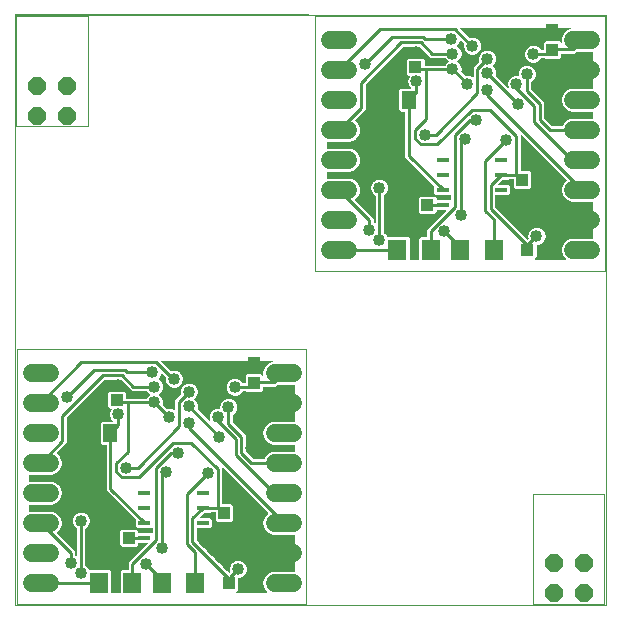
<source format=gbl>
G75*
%MOIN*%
%OFA0B0*%
%FSLAX25Y25*%
%IPPOS*%
%LPD*%
%AMOC8*
5,1,8,0,0,1.08239X$1,22.5*
%
%ADD10C,0.00000*%
%ADD11R,0.03937X0.04331*%
%ADD12R,0.04331X0.03937*%
%ADD13R,0.05118X0.05906*%
%ADD14C,0.06000*%
%ADD15R,0.06299X0.07098*%
%ADD16R,0.04134X0.01614*%
%ADD17OC8,0.06000*%
%ADD18C,0.01000*%
%ADD19C,0.04000*%
%ADD20C,0.00050*%
D10*
X0001118Y0001050D02*
X0197969Y0001050D01*
X0197969Y0197900D01*
X0001118Y0197900D01*
X0001118Y0001050D01*
X0197969Y0001050D01*
X0197969Y0197900D01*
X0001020Y0197959D01*
X0001118Y0001050D01*
X0001618Y0001550D02*
X0001618Y0086550D01*
X0098118Y0086550D01*
X0098118Y0001550D01*
X0001618Y0001550D01*
X0101118Y0112550D02*
X0101118Y0197550D01*
X0197618Y0197550D01*
X0197618Y0112550D01*
X0101118Y0112550D01*
X0173618Y0038261D02*
X0173618Y0001550D01*
X0197569Y0001550D01*
X0197569Y0038261D01*
X0173618Y0038261D01*
X0025451Y0160652D02*
X0025451Y0197363D01*
X0001500Y0197363D01*
X0001500Y0160652D01*
X0025451Y0160652D01*
D11*
X0080618Y0081896D03*
X0080618Y0075204D03*
X0070618Y0031896D03*
X0070618Y0025204D03*
X0170118Y0136204D03*
X0170118Y0142896D03*
X0180118Y0186204D03*
X0180118Y0192896D03*
D12*
X0134465Y0180550D03*
X0127772Y0180550D03*
X0131772Y0134550D03*
X0138465Y0134550D03*
X0171772Y0119550D03*
X0178465Y0119550D03*
X0078965Y0008550D03*
X0072272Y0008550D03*
X0038965Y0023550D03*
X0032272Y0023550D03*
X0034965Y0069550D03*
X0028272Y0069550D03*
D13*
X0025378Y0058550D03*
X0032858Y0058550D03*
X0124878Y0169550D03*
X0132358Y0169550D03*
D14*
X0112118Y0169550D02*
X0106118Y0169550D01*
X0106118Y0159550D02*
X0112118Y0159550D01*
X0112118Y0149550D02*
X0106118Y0149550D01*
X0106118Y0139550D02*
X0112118Y0139550D01*
X0112118Y0129550D02*
X0106118Y0129550D01*
X0106118Y0119550D02*
X0112118Y0119550D01*
X0093618Y0078550D02*
X0087618Y0078550D01*
X0087618Y0068550D02*
X0093618Y0068550D01*
X0093618Y0058550D02*
X0087618Y0058550D01*
X0087618Y0048550D02*
X0093618Y0048550D01*
X0093618Y0038550D02*
X0087618Y0038550D01*
X0087618Y0028550D02*
X0093618Y0028550D01*
X0093618Y0018550D02*
X0087618Y0018550D01*
X0087618Y0008550D02*
X0093618Y0008550D01*
X0012618Y0008550D02*
X0006618Y0008550D01*
X0006618Y0018550D02*
X0012618Y0018550D01*
X0012618Y0028550D02*
X0006618Y0028550D01*
X0006618Y0038550D02*
X0012618Y0038550D01*
X0012618Y0048550D02*
X0006618Y0048550D01*
X0006618Y0058550D02*
X0012618Y0058550D01*
X0012618Y0068550D02*
X0006618Y0068550D01*
X0006618Y0078550D02*
X0012618Y0078550D01*
X0106118Y0179550D02*
X0112118Y0179550D01*
X0112118Y0189550D02*
X0106118Y0189550D01*
X0187118Y0189550D02*
X0193118Y0189550D01*
X0193118Y0179550D02*
X0187118Y0179550D01*
X0187118Y0169550D02*
X0193118Y0169550D01*
X0193118Y0159550D02*
X0187118Y0159550D01*
X0187118Y0149550D02*
X0193118Y0149550D01*
X0193118Y0139550D02*
X0187118Y0139550D01*
X0187118Y0129550D02*
X0193118Y0129550D01*
X0193118Y0119550D02*
X0187118Y0119550D01*
D15*
X0160717Y0119550D03*
X0149520Y0119550D03*
X0139717Y0119550D03*
X0128520Y0119550D03*
X0061217Y0008550D03*
X0050020Y0008550D03*
X0040217Y0008550D03*
X0029020Y0008550D03*
D16*
X0044130Y0023550D03*
X0044130Y0028550D03*
X0044130Y0033550D03*
X0044130Y0038550D03*
X0063618Y0038550D03*
X0063618Y0033550D03*
X0063618Y0028550D03*
X0063618Y0023550D03*
X0143630Y0134550D03*
X0143630Y0139550D03*
X0143630Y0144550D03*
X0143630Y0149550D03*
X0163118Y0149550D03*
X0163118Y0144550D03*
X0163118Y0139550D03*
X0163118Y0134550D03*
D17*
X0180618Y0015050D03*
X0180618Y0005050D03*
X0190618Y0005050D03*
X0190618Y0015050D03*
X0018500Y0164152D03*
X0008500Y0164152D03*
X0008500Y0174152D03*
X0018500Y0174152D03*
D18*
X0109118Y0179550D02*
X0122618Y0193050D01*
X0147718Y0193050D01*
X0153218Y0187550D01*
X0153518Y0187550D01*
X0158518Y0183250D02*
X0155218Y0179950D01*
X0155218Y0171650D01*
X0141518Y0157950D01*
X0137718Y0157950D01*
X0136318Y0154650D02*
X0134418Y0156550D01*
X0134418Y0159350D01*
X0138218Y0163150D01*
X0138218Y0179750D01*
X0146918Y0179750D01*
X0147318Y0179450D01*
X0151918Y0174850D01*
X0158518Y0172950D02*
X0158518Y0171150D01*
X0190118Y0139550D01*
X0190118Y0149550D02*
X0186818Y0149550D01*
X0174218Y0162150D01*
X0174218Y0167450D01*
X0168218Y0173450D01*
X0168218Y0174850D01*
X0171718Y0172550D02*
X0171718Y0178150D01*
X0168718Y0181450D02*
X0168318Y0181550D01*
X0168318Y0184050D01*
X0177118Y0192850D01*
X0180118Y0192850D01*
X0180118Y0192896D01*
X0180518Y0186450D02*
X0180118Y0186204D01*
X0180118Y0186150D01*
X0178818Y0184850D01*
X0173818Y0184850D01*
X0168718Y0181450D02*
X0179318Y0181450D01*
X0179318Y0164350D01*
X0176018Y0162950D02*
X0176018Y0168250D01*
X0171718Y0172550D01*
X0168718Y0168250D02*
X0158518Y0178450D01*
X0159418Y0166150D02*
X0153418Y0166150D01*
X0141918Y0154650D01*
X0136318Y0154650D01*
X0132418Y0150950D02*
X0132418Y0169550D01*
X0132358Y0169550D01*
X0132718Y0169950D01*
X0134918Y0172150D01*
X0134918Y0175750D01*
X0135318Y0179750D02*
X0134518Y0180550D01*
X0134465Y0180550D01*
X0135318Y0179750D02*
X0138218Y0179750D01*
X0140018Y0184950D02*
X0136318Y0188650D01*
X0129818Y0188650D01*
X0116418Y0175250D01*
X0116418Y0166850D01*
X0109118Y0159550D01*
X0124918Y0153150D02*
X0124918Y0169550D01*
X0124878Y0169550D01*
X0125218Y0169950D01*
X0127518Y0172250D01*
X0127518Y0175750D01*
X0125318Y0175750D01*
X0127518Y0175750D02*
X0127518Y0180150D01*
X0127772Y0180550D01*
X0127818Y0180550D01*
X0132618Y0185350D01*
X0134918Y0185350D01*
X0140018Y0184950D02*
X0146918Y0184950D01*
X0146318Y0189750D02*
X0137818Y0189750D01*
X0137118Y0190450D01*
X0126918Y0190450D01*
X0117918Y0181450D01*
X0124918Y0153150D02*
X0131718Y0146350D01*
X0131718Y0134550D01*
X0131772Y0134550D01*
X0138465Y0134550D02*
X0143630Y0134550D01*
X0147718Y0133850D02*
X0147718Y0157850D01*
X0152718Y0162850D01*
X0154818Y0162850D01*
X0159418Y0166150D02*
X0168118Y0157450D01*
X0168118Y0144550D01*
X0163118Y0144550D01*
X0162818Y0144150D01*
X0159718Y0141050D01*
X0159718Y0133150D01*
X0171718Y0121150D01*
X0171718Y0119550D01*
X0171772Y0119550D01*
X0172118Y0121350D01*
X0174918Y0124150D01*
X0178465Y0119550D02*
X0180118Y0119550D01*
X0182968Y0122400D01*
X0170018Y0135350D01*
X0170118Y0136204D01*
X0170118Y0136150D01*
X0168518Y0134550D01*
X0163118Y0134550D01*
X0160618Y0129650D02*
X0157918Y0132350D01*
X0157918Y0149150D01*
X0164818Y0156050D01*
X0168118Y0144550D02*
X0168518Y0144550D01*
X0170118Y0142950D01*
X0170118Y0142896D01*
X0160618Y0129650D02*
X0160618Y0119550D01*
X0160717Y0119550D01*
X0149520Y0119550D02*
X0149518Y0119550D01*
X0149518Y0120350D01*
X0144218Y0125650D01*
X0139718Y0125850D02*
X0147718Y0133850D01*
X0149618Y0131050D02*
X0149618Y0155050D01*
X0151018Y0156450D01*
X0143618Y0139750D02*
X0132418Y0150950D01*
X0122518Y0140250D02*
X0122518Y0122750D01*
X0124018Y0119550D02*
X0123918Y0119450D01*
X0109218Y0119450D01*
X0109118Y0119550D01*
X0119218Y0126250D02*
X0119218Y0129450D01*
X0109118Y0139550D01*
X0124018Y0119550D02*
X0128520Y0119550D01*
X0139717Y0119550D02*
X0139718Y0119550D01*
X0139718Y0125850D01*
X0143618Y0139550D02*
X0143630Y0139550D01*
X0143618Y0139550D02*
X0143618Y0139750D01*
X0176018Y0162950D02*
X0179418Y0159550D01*
X0190118Y0159550D01*
X0190118Y0179550D02*
X0188218Y0181450D01*
X0179318Y0181450D01*
X0180518Y0186450D02*
X0187018Y0186450D01*
X0190118Y0189550D01*
X0190118Y0129550D02*
X0182968Y0122400D01*
X0090618Y0078550D02*
X0087518Y0075450D01*
X0081018Y0075450D01*
X0080618Y0075204D01*
X0080618Y0075150D01*
X0079318Y0073850D01*
X0074318Y0073850D01*
X0068818Y0073050D02*
X0068818Y0070550D01*
X0069218Y0070450D01*
X0079818Y0070450D01*
X0079818Y0053350D01*
X0076518Y0051950D02*
X0076518Y0057250D01*
X0072218Y0061550D01*
X0072218Y0067150D01*
X0068718Y0063850D02*
X0068718Y0062450D01*
X0074718Y0056450D01*
X0074718Y0051150D01*
X0087318Y0038550D01*
X0090618Y0038550D01*
X0090618Y0048550D02*
X0079918Y0048550D01*
X0076518Y0051950D01*
X0069218Y0057250D02*
X0059018Y0067450D01*
X0055718Y0068950D02*
X0055718Y0060650D01*
X0042018Y0046950D01*
X0038218Y0046950D01*
X0036818Y0043650D02*
X0034918Y0045550D01*
X0034918Y0048350D01*
X0038718Y0052150D01*
X0038718Y0068750D01*
X0047418Y0068750D01*
X0047818Y0068450D01*
X0052418Y0063850D01*
X0055718Y0068950D02*
X0059018Y0072250D01*
X0054018Y0076550D02*
X0053718Y0076550D01*
X0048218Y0082050D01*
X0023118Y0082050D01*
X0009618Y0068550D01*
X0016918Y0064250D02*
X0016918Y0055850D01*
X0009618Y0048550D01*
X0025418Y0042150D02*
X0025418Y0058550D01*
X0025378Y0058550D01*
X0025718Y0058950D01*
X0028018Y0061250D01*
X0028018Y0064750D01*
X0025818Y0064750D01*
X0028018Y0064750D02*
X0028018Y0069150D01*
X0028272Y0069550D01*
X0028318Y0069550D01*
X0033118Y0074350D01*
X0035418Y0074350D01*
X0036818Y0077650D02*
X0030318Y0077650D01*
X0016918Y0064250D01*
X0018418Y0070450D02*
X0027418Y0079450D01*
X0037618Y0079450D01*
X0038318Y0078750D01*
X0046818Y0078750D01*
X0047418Y0073950D02*
X0040518Y0073950D01*
X0036818Y0077650D01*
X0035018Y0069550D02*
X0034965Y0069550D01*
X0035018Y0069550D02*
X0035818Y0068750D01*
X0038718Y0068750D01*
X0035418Y0064750D02*
X0035418Y0061150D01*
X0033218Y0058950D01*
X0032858Y0058550D01*
X0032918Y0058550D01*
X0032918Y0039950D01*
X0044118Y0028750D01*
X0044118Y0028550D01*
X0044130Y0028550D01*
X0044130Y0023550D02*
X0038965Y0023550D01*
X0032272Y0023550D02*
X0032218Y0023550D01*
X0032218Y0035350D01*
X0025418Y0042150D01*
X0036818Y0043650D02*
X0042418Y0043650D01*
X0053918Y0055150D01*
X0059918Y0055150D01*
X0068618Y0046450D01*
X0068618Y0033550D01*
X0063618Y0033550D01*
X0063318Y0033150D01*
X0060218Y0030050D01*
X0060218Y0022150D01*
X0072218Y0010150D01*
X0072218Y0008550D01*
X0072272Y0008550D01*
X0072618Y0010350D01*
X0075418Y0013150D01*
X0078965Y0008550D02*
X0080618Y0008550D01*
X0083468Y0011400D01*
X0070518Y0024350D01*
X0070618Y0025204D01*
X0070618Y0025150D01*
X0069018Y0023550D01*
X0063618Y0023550D01*
X0061118Y0018650D02*
X0058418Y0021350D01*
X0058418Y0038150D01*
X0065318Y0045050D01*
X0055318Y0051850D02*
X0053218Y0051850D01*
X0048218Y0046850D01*
X0048218Y0022850D01*
X0040218Y0014850D01*
X0040218Y0008550D01*
X0040217Y0008550D01*
X0044718Y0014650D02*
X0050018Y0009350D01*
X0050018Y0008550D01*
X0050020Y0008550D01*
X0061118Y0008550D02*
X0061118Y0018650D01*
X0061118Y0008550D02*
X0061217Y0008550D01*
X0050118Y0020050D02*
X0050118Y0044050D01*
X0051518Y0045450D01*
X0059018Y0060150D02*
X0090618Y0028550D01*
X0090618Y0018550D02*
X0083468Y0011400D01*
X0070618Y0031896D02*
X0070618Y0031950D01*
X0069018Y0033550D01*
X0068618Y0033550D01*
X0059018Y0060150D02*
X0059018Y0061950D01*
X0068818Y0073050D02*
X0077618Y0081850D01*
X0080618Y0081850D01*
X0080618Y0081896D01*
X0079818Y0070450D02*
X0088718Y0070450D01*
X0090618Y0068550D01*
X0029020Y0008550D02*
X0024518Y0008550D01*
X0024418Y0008450D01*
X0009718Y0008450D01*
X0009618Y0008550D01*
X0019718Y0015250D02*
X0019718Y0018450D01*
X0009618Y0028550D01*
X0023018Y0029250D02*
X0023018Y0011750D01*
D19*
X0023018Y0011750D03*
X0019718Y0015250D03*
X0023018Y0029250D03*
X0038218Y0046950D03*
X0051518Y0045450D03*
X0055318Y0051850D03*
X0065318Y0045050D03*
X0069218Y0057250D03*
X0068718Y0063850D03*
X0072218Y0067150D03*
X0068818Y0070550D03*
X0074318Y0073850D03*
X0059018Y0072250D03*
X0054018Y0076550D03*
X0047418Y0073950D03*
X0046818Y0078750D03*
X0047418Y0068750D03*
X0052418Y0063850D03*
X0059018Y0061950D03*
X0059018Y0067450D03*
X0079818Y0053350D03*
X0050118Y0020050D03*
X0044718Y0014650D03*
X0075418Y0013150D03*
X0035418Y0064750D03*
X0025818Y0064750D03*
X0018418Y0070450D03*
X0035418Y0074350D03*
X0119218Y0126250D03*
X0122518Y0122750D03*
X0122518Y0140250D03*
X0137718Y0157950D03*
X0151018Y0156450D03*
X0154818Y0162850D03*
X0158518Y0172950D03*
X0158518Y0178450D03*
X0158518Y0183250D03*
X0153518Y0187550D03*
X0146918Y0184950D03*
X0146918Y0179750D03*
X0151918Y0174850D03*
X0146318Y0189750D03*
X0134918Y0185350D03*
X0134918Y0175750D03*
X0125318Y0175750D03*
X0117918Y0181450D03*
X0164818Y0156050D03*
X0168718Y0168250D03*
X0168218Y0174850D03*
X0171718Y0178150D03*
X0168318Y0181550D03*
X0173818Y0184850D03*
X0179318Y0164350D03*
X0149618Y0131050D03*
X0144218Y0125650D03*
X0174918Y0124150D03*
D20*
X0172115Y0125287D02*
X0169737Y0125287D01*
X0169786Y0125239D02*
X0172095Y0125239D01*
X0172075Y0125190D02*
X0169834Y0125190D01*
X0169883Y0125142D02*
X0172055Y0125142D01*
X0172035Y0125093D02*
X0169931Y0125093D01*
X0169980Y0125045D02*
X0172015Y0125045D01*
X0171994Y0124996D02*
X0170028Y0124996D01*
X0170077Y0124948D02*
X0171974Y0124948D01*
X0171954Y0124899D02*
X0170125Y0124899D01*
X0170174Y0124851D02*
X0171934Y0124851D01*
X0171914Y0124802D02*
X0170222Y0124802D01*
X0170271Y0124754D02*
X0171894Y0124754D01*
X0171893Y0124752D02*
X0171893Y0123548D01*
X0171971Y0123360D01*
X0171818Y0123207D01*
X0161243Y0133782D01*
X0161243Y0137718D01*
X0165610Y0137718D01*
X0166210Y0138318D01*
X0166210Y0140782D01*
X0165610Y0141382D01*
X0162207Y0141382D01*
X0163537Y0142712D01*
X0163577Y0142718D01*
X0165610Y0142718D01*
X0165917Y0143025D01*
X0167125Y0143025D01*
X0167125Y0140307D01*
X0167725Y0139706D01*
X0172511Y0139706D01*
X0173112Y0140307D01*
X0173112Y0145486D01*
X0172511Y0146087D01*
X0169643Y0146087D01*
X0169643Y0157868D01*
X0184694Y0142818D01*
X0183706Y0141830D01*
X0183093Y0140351D01*
X0183093Y0138749D01*
X0183706Y0137270D01*
X0184838Y0136138D01*
X0186317Y0135525D01*
X0193593Y0135525D01*
X0193593Y0123575D01*
X0186317Y0123575D01*
X0184838Y0122962D01*
X0183706Y0121830D01*
X0183093Y0120351D01*
X0183093Y0118749D01*
X0183706Y0117270D01*
X0184401Y0116575D01*
X0174380Y0116575D01*
X0174962Y0117157D01*
X0174962Y0121125D01*
X0175520Y0121125D01*
X0176632Y0121586D01*
X0177483Y0122436D01*
X0177943Y0123548D01*
X0177943Y0124752D01*
X0177483Y0125864D01*
X0176632Y0126714D01*
X0175520Y0127175D01*
X0174316Y0127175D01*
X0173205Y0126714D01*
X0172354Y0125864D01*
X0171893Y0124752D01*
X0171893Y0124705D02*
X0170319Y0124705D01*
X0170368Y0124657D02*
X0171893Y0124657D01*
X0171893Y0124608D02*
X0170416Y0124608D01*
X0170465Y0124560D02*
X0171893Y0124560D01*
X0171893Y0124511D02*
X0170513Y0124511D01*
X0170562Y0124463D02*
X0171893Y0124463D01*
X0171893Y0124414D02*
X0170610Y0124414D01*
X0170659Y0124366D02*
X0171893Y0124366D01*
X0171893Y0124317D02*
X0170708Y0124317D01*
X0170756Y0124269D02*
X0171893Y0124269D01*
X0171893Y0124220D02*
X0170805Y0124220D01*
X0170853Y0124172D02*
X0171893Y0124172D01*
X0171893Y0124123D02*
X0170902Y0124123D01*
X0170950Y0124075D02*
X0171893Y0124075D01*
X0171893Y0124026D02*
X0170999Y0124026D01*
X0171047Y0123978D02*
X0171893Y0123978D01*
X0171893Y0123929D02*
X0171096Y0123929D01*
X0171144Y0123881D02*
X0171893Y0123881D01*
X0171893Y0123832D02*
X0171193Y0123832D01*
X0171241Y0123784D02*
X0171893Y0123784D01*
X0171893Y0123735D02*
X0171290Y0123735D01*
X0171338Y0123687D02*
X0171893Y0123687D01*
X0171893Y0123638D02*
X0171387Y0123638D01*
X0171435Y0123590D02*
X0171893Y0123590D01*
X0171896Y0123541D02*
X0171484Y0123541D01*
X0171532Y0123493D02*
X0171916Y0123493D01*
X0171936Y0123444D02*
X0171581Y0123444D01*
X0171629Y0123396D02*
X0171956Y0123396D01*
X0171958Y0123347D02*
X0171678Y0123347D01*
X0171726Y0123299D02*
X0171910Y0123299D01*
X0171861Y0123250D02*
X0171775Y0123250D01*
X0172135Y0125336D02*
X0169689Y0125336D01*
X0169640Y0125385D02*
X0172155Y0125385D01*
X0172175Y0125433D02*
X0169592Y0125433D01*
X0169543Y0125482D02*
X0172195Y0125482D01*
X0172216Y0125530D02*
X0169495Y0125530D01*
X0169446Y0125579D02*
X0172236Y0125579D01*
X0172256Y0125627D02*
X0169398Y0125627D01*
X0169349Y0125676D02*
X0172276Y0125676D01*
X0172296Y0125724D02*
X0169301Y0125724D01*
X0169252Y0125773D02*
X0172316Y0125773D01*
X0172336Y0125821D02*
X0169204Y0125821D01*
X0169155Y0125870D02*
X0172360Y0125870D01*
X0172408Y0125918D02*
X0169107Y0125918D01*
X0169058Y0125967D02*
X0172457Y0125967D01*
X0172505Y0126015D02*
X0169010Y0126015D01*
X0168961Y0126064D02*
X0172554Y0126064D01*
X0172602Y0126112D02*
X0168913Y0126112D01*
X0168864Y0126161D02*
X0172651Y0126161D01*
X0172699Y0126209D02*
X0168816Y0126209D01*
X0168767Y0126258D02*
X0172748Y0126258D01*
X0172796Y0126306D02*
X0168719Y0126306D01*
X0168670Y0126355D02*
X0172845Y0126355D01*
X0172893Y0126403D02*
X0168622Y0126403D01*
X0168573Y0126452D02*
X0172942Y0126452D01*
X0172990Y0126500D02*
X0168524Y0126500D01*
X0168476Y0126549D02*
X0173039Y0126549D01*
X0173087Y0126597D02*
X0168427Y0126597D01*
X0168379Y0126646D02*
X0173136Y0126646D01*
X0173184Y0126694D02*
X0168330Y0126694D01*
X0168282Y0126743D02*
X0173273Y0126743D01*
X0173390Y0126791D02*
X0168233Y0126791D01*
X0168185Y0126840D02*
X0173507Y0126840D01*
X0173624Y0126888D02*
X0168136Y0126888D01*
X0168088Y0126937D02*
X0173742Y0126937D01*
X0173859Y0126985D02*
X0168039Y0126985D01*
X0167991Y0127034D02*
X0173976Y0127034D01*
X0174093Y0127082D02*
X0167942Y0127082D01*
X0167894Y0127131D02*
X0174210Y0127131D01*
X0175626Y0127131D02*
X0193593Y0127131D01*
X0193593Y0127179D02*
X0167845Y0127179D01*
X0167797Y0127228D02*
X0193593Y0127228D01*
X0193593Y0127276D02*
X0167748Y0127276D01*
X0167700Y0127325D02*
X0193593Y0127325D01*
X0193593Y0127373D02*
X0167651Y0127373D01*
X0167603Y0127422D02*
X0193593Y0127422D01*
X0193593Y0127470D02*
X0167554Y0127470D01*
X0167506Y0127519D02*
X0193593Y0127519D01*
X0193593Y0127568D02*
X0167457Y0127568D01*
X0167409Y0127616D02*
X0193593Y0127616D01*
X0193593Y0127665D02*
X0167360Y0127665D01*
X0167312Y0127713D02*
X0193593Y0127713D01*
X0193593Y0127762D02*
X0167263Y0127762D01*
X0167215Y0127810D02*
X0193593Y0127810D01*
X0193593Y0127859D02*
X0167166Y0127859D01*
X0167118Y0127907D02*
X0193593Y0127907D01*
X0193593Y0127956D02*
X0167069Y0127956D01*
X0167021Y0128004D02*
X0193593Y0128004D01*
X0193593Y0128053D02*
X0166972Y0128053D01*
X0166924Y0128101D02*
X0193593Y0128101D01*
X0193593Y0128150D02*
X0166875Y0128150D01*
X0166827Y0128198D02*
X0193593Y0128198D01*
X0193593Y0128247D02*
X0166778Y0128247D01*
X0166730Y0128295D02*
X0193593Y0128295D01*
X0193593Y0128344D02*
X0166681Y0128344D01*
X0166633Y0128392D02*
X0193593Y0128392D01*
X0193593Y0128441D02*
X0166584Y0128441D01*
X0166536Y0128489D02*
X0193593Y0128489D01*
X0193593Y0128538D02*
X0166487Y0128538D01*
X0166439Y0128586D02*
X0193593Y0128586D01*
X0193593Y0128635D02*
X0166390Y0128635D01*
X0166341Y0128683D02*
X0193593Y0128683D01*
X0193593Y0128732D02*
X0166293Y0128732D01*
X0166244Y0128780D02*
X0193593Y0128780D01*
X0193593Y0128829D02*
X0166196Y0128829D01*
X0166147Y0128877D02*
X0193593Y0128877D01*
X0193593Y0128926D02*
X0166099Y0128926D01*
X0166050Y0128974D02*
X0193593Y0128974D01*
X0193593Y0129023D02*
X0166002Y0129023D01*
X0165953Y0129071D02*
X0193593Y0129071D01*
X0193593Y0129120D02*
X0165905Y0129120D01*
X0165856Y0129168D02*
X0193593Y0129168D01*
X0193593Y0129217D02*
X0165808Y0129217D01*
X0165759Y0129265D02*
X0193593Y0129265D01*
X0193593Y0129314D02*
X0165711Y0129314D01*
X0165662Y0129362D02*
X0193593Y0129362D01*
X0193593Y0129411D02*
X0165614Y0129411D01*
X0165565Y0129459D02*
X0193593Y0129459D01*
X0193593Y0129508D02*
X0165517Y0129508D01*
X0165468Y0129556D02*
X0193593Y0129556D01*
X0193593Y0129605D02*
X0165420Y0129605D01*
X0165371Y0129654D02*
X0193593Y0129654D01*
X0193593Y0129702D02*
X0165323Y0129702D01*
X0165274Y0129751D02*
X0193593Y0129751D01*
X0193593Y0129799D02*
X0165226Y0129799D01*
X0165177Y0129848D02*
X0193593Y0129848D01*
X0193593Y0129896D02*
X0165129Y0129896D01*
X0165080Y0129945D02*
X0193593Y0129945D01*
X0193593Y0129993D02*
X0165032Y0129993D01*
X0164983Y0130042D02*
X0193593Y0130042D01*
X0193593Y0130090D02*
X0164935Y0130090D01*
X0164886Y0130139D02*
X0193593Y0130139D01*
X0193593Y0130187D02*
X0164838Y0130187D01*
X0164789Y0130236D02*
X0193593Y0130236D01*
X0193593Y0130284D02*
X0164741Y0130284D01*
X0164692Y0130333D02*
X0193593Y0130333D01*
X0193593Y0130381D02*
X0164644Y0130381D01*
X0164595Y0130430D02*
X0193593Y0130430D01*
X0193593Y0130478D02*
X0164547Y0130478D01*
X0164498Y0130527D02*
X0193593Y0130527D01*
X0193593Y0130575D02*
X0164450Y0130575D01*
X0164401Y0130624D02*
X0193593Y0130624D01*
X0193593Y0130672D02*
X0164353Y0130672D01*
X0164304Y0130721D02*
X0193593Y0130721D01*
X0193593Y0130769D02*
X0164255Y0130769D01*
X0164207Y0130818D02*
X0193593Y0130818D01*
X0193593Y0130866D02*
X0164158Y0130866D01*
X0164110Y0130915D02*
X0193593Y0130915D01*
X0193593Y0130963D02*
X0164061Y0130963D01*
X0164013Y0131012D02*
X0193593Y0131012D01*
X0193593Y0131060D02*
X0163964Y0131060D01*
X0163916Y0131109D02*
X0193593Y0131109D01*
X0193593Y0131157D02*
X0163867Y0131157D01*
X0163819Y0131206D02*
X0193593Y0131206D01*
X0193593Y0131254D02*
X0163770Y0131254D01*
X0163722Y0131303D02*
X0193593Y0131303D01*
X0193593Y0131351D02*
X0163673Y0131351D01*
X0163625Y0131400D02*
X0193593Y0131400D01*
X0193593Y0131448D02*
X0163576Y0131448D01*
X0163528Y0131497D02*
X0193593Y0131497D01*
X0193593Y0131545D02*
X0163479Y0131545D01*
X0163431Y0131594D02*
X0193593Y0131594D01*
X0193593Y0131642D02*
X0163382Y0131642D01*
X0163334Y0131691D02*
X0193593Y0131691D01*
X0193593Y0131739D02*
X0163285Y0131739D01*
X0163237Y0131788D02*
X0193593Y0131788D01*
X0193593Y0131837D02*
X0163188Y0131837D01*
X0163140Y0131885D02*
X0193593Y0131885D01*
X0193593Y0131934D02*
X0163091Y0131934D01*
X0163043Y0131982D02*
X0193593Y0131982D01*
X0193593Y0132031D02*
X0162994Y0132031D01*
X0162946Y0132079D02*
X0193593Y0132079D01*
X0193593Y0132128D02*
X0162897Y0132128D01*
X0162849Y0132176D02*
X0193593Y0132176D01*
X0193593Y0132225D02*
X0162800Y0132225D01*
X0162752Y0132273D02*
X0193593Y0132273D01*
X0193593Y0132322D02*
X0162703Y0132322D01*
X0162655Y0132370D02*
X0193593Y0132370D01*
X0193593Y0132419D02*
X0162606Y0132419D01*
X0162558Y0132467D02*
X0193593Y0132467D01*
X0193593Y0132516D02*
X0162509Y0132516D01*
X0162461Y0132564D02*
X0193593Y0132564D01*
X0193593Y0132613D02*
X0162412Y0132613D01*
X0162364Y0132661D02*
X0193593Y0132661D01*
X0193593Y0132710D02*
X0162315Y0132710D01*
X0162267Y0132758D02*
X0193593Y0132758D01*
X0193593Y0132807D02*
X0162218Y0132807D01*
X0162170Y0132855D02*
X0193593Y0132855D01*
X0193593Y0132904D02*
X0162121Y0132904D01*
X0162072Y0132952D02*
X0193593Y0132952D01*
X0193593Y0133001D02*
X0162024Y0133001D01*
X0161975Y0133049D02*
X0193593Y0133049D01*
X0193593Y0133098D02*
X0161927Y0133098D01*
X0161878Y0133146D02*
X0193593Y0133146D01*
X0193593Y0133195D02*
X0161830Y0133195D01*
X0161781Y0133243D02*
X0193593Y0133243D01*
X0193593Y0133292D02*
X0161733Y0133292D01*
X0161684Y0133340D02*
X0193593Y0133340D01*
X0193593Y0133389D02*
X0161636Y0133389D01*
X0161587Y0133437D02*
X0193593Y0133437D01*
X0193593Y0133486D02*
X0161539Y0133486D01*
X0161490Y0133534D02*
X0193593Y0133534D01*
X0193593Y0133583D02*
X0161442Y0133583D01*
X0161393Y0133631D02*
X0193593Y0133631D01*
X0193593Y0133680D02*
X0161345Y0133680D01*
X0161296Y0133728D02*
X0193593Y0133728D01*
X0193593Y0133777D02*
X0161248Y0133777D01*
X0161243Y0133825D02*
X0193593Y0133825D01*
X0193593Y0133874D02*
X0161243Y0133874D01*
X0161243Y0133923D02*
X0193593Y0133923D01*
X0193593Y0133971D02*
X0161243Y0133971D01*
X0161243Y0134020D02*
X0193593Y0134020D01*
X0193593Y0134068D02*
X0161243Y0134068D01*
X0161243Y0134117D02*
X0193593Y0134117D01*
X0193593Y0134165D02*
X0161243Y0134165D01*
X0161243Y0134214D02*
X0193593Y0134214D01*
X0193593Y0134262D02*
X0161243Y0134262D01*
X0161243Y0134311D02*
X0193593Y0134311D01*
X0193593Y0134359D02*
X0161243Y0134359D01*
X0161243Y0134408D02*
X0193593Y0134408D01*
X0193593Y0134456D02*
X0161243Y0134456D01*
X0161243Y0134505D02*
X0193593Y0134505D01*
X0193593Y0134553D02*
X0161243Y0134553D01*
X0161243Y0134602D02*
X0193593Y0134602D01*
X0193593Y0134650D02*
X0161243Y0134650D01*
X0161243Y0134699D02*
X0193593Y0134699D01*
X0193593Y0134747D02*
X0161243Y0134747D01*
X0161243Y0134796D02*
X0193593Y0134796D01*
X0193593Y0134844D02*
X0161243Y0134844D01*
X0161243Y0134893D02*
X0193593Y0134893D01*
X0193593Y0134941D02*
X0161243Y0134941D01*
X0161243Y0134990D02*
X0193593Y0134990D01*
X0193593Y0135038D02*
X0161243Y0135038D01*
X0161243Y0135087D02*
X0193593Y0135087D01*
X0193593Y0135135D02*
X0161243Y0135135D01*
X0161243Y0135184D02*
X0193593Y0135184D01*
X0193593Y0135232D02*
X0161243Y0135232D01*
X0161243Y0135281D02*
X0193593Y0135281D01*
X0193593Y0135329D02*
X0161243Y0135329D01*
X0161243Y0135378D02*
X0193593Y0135378D01*
X0193593Y0135426D02*
X0161243Y0135426D01*
X0161243Y0135475D02*
X0193593Y0135475D01*
X0193593Y0135523D02*
X0161243Y0135523D01*
X0161243Y0135572D02*
X0186204Y0135572D01*
X0186087Y0135620D02*
X0161243Y0135620D01*
X0161243Y0135669D02*
X0185970Y0135669D01*
X0185853Y0135717D02*
X0161243Y0135717D01*
X0161243Y0135766D02*
X0185736Y0135766D01*
X0185619Y0135814D02*
X0161243Y0135814D01*
X0161243Y0135863D02*
X0185502Y0135863D01*
X0185384Y0135911D02*
X0161243Y0135911D01*
X0161243Y0135960D02*
X0185267Y0135960D01*
X0185150Y0136008D02*
X0161243Y0136008D01*
X0161243Y0136057D02*
X0185033Y0136057D01*
X0184916Y0136106D02*
X0161243Y0136106D01*
X0161243Y0136154D02*
X0184822Y0136154D01*
X0184773Y0136203D02*
X0161243Y0136203D01*
X0161243Y0136251D02*
X0184725Y0136251D01*
X0184676Y0136300D02*
X0161243Y0136300D01*
X0161243Y0136348D02*
X0184628Y0136348D01*
X0184579Y0136397D02*
X0161243Y0136397D01*
X0161243Y0136445D02*
X0184531Y0136445D01*
X0184482Y0136494D02*
X0161243Y0136494D01*
X0161243Y0136542D02*
X0184434Y0136542D01*
X0184385Y0136591D02*
X0161243Y0136591D01*
X0161243Y0136639D02*
X0184337Y0136639D01*
X0184288Y0136688D02*
X0161243Y0136688D01*
X0161243Y0136736D02*
X0184240Y0136736D01*
X0184191Y0136785D02*
X0161243Y0136785D01*
X0161243Y0136833D02*
X0184143Y0136833D01*
X0184094Y0136882D02*
X0161243Y0136882D01*
X0161243Y0136930D02*
X0184046Y0136930D01*
X0183997Y0136979D02*
X0161243Y0136979D01*
X0161243Y0137027D02*
X0183949Y0137027D01*
X0183900Y0137076D02*
X0161243Y0137076D01*
X0161243Y0137124D02*
X0183852Y0137124D01*
X0183803Y0137173D02*
X0161243Y0137173D01*
X0161243Y0137221D02*
X0183755Y0137221D01*
X0183706Y0137270D02*
X0161243Y0137270D01*
X0161243Y0137318D02*
X0183686Y0137318D01*
X0183666Y0137367D02*
X0161243Y0137367D01*
X0161243Y0137415D02*
X0183646Y0137415D01*
X0183626Y0137464D02*
X0161243Y0137464D01*
X0161243Y0137512D02*
X0183605Y0137512D01*
X0183585Y0137561D02*
X0161243Y0137561D01*
X0161243Y0137609D02*
X0183565Y0137609D01*
X0183545Y0137658D02*
X0161243Y0137658D01*
X0161243Y0137706D02*
X0183525Y0137706D01*
X0183505Y0137755D02*
X0165647Y0137755D01*
X0165695Y0137803D02*
X0183485Y0137803D01*
X0183465Y0137852D02*
X0165744Y0137852D01*
X0165792Y0137900D02*
X0183445Y0137900D01*
X0183425Y0137949D02*
X0165841Y0137949D01*
X0165889Y0137997D02*
X0183405Y0137997D01*
X0183384Y0138046D02*
X0165938Y0138046D01*
X0165986Y0138094D02*
X0183364Y0138094D01*
X0183344Y0138143D02*
X0166035Y0138143D01*
X0166083Y0138191D02*
X0183324Y0138191D01*
X0183304Y0138240D02*
X0166132Y0138240D01*
X0166180Y0138289D02*
X0183284Y0138289D01*
X0183264Y0138337D02*
X0166210Y0138337D01*
X0166210Y0138386D02*
X0183244Y0138386D01*
X0183224Y0138434D02*
X0166210Y0138434D01*
X0166210Y0138483D02*
X0183204Y0138483D01*
X0183184Y0138531D02*
X0166210Y0138531D01*
X0166210Y0138580D02*
X0183163Y0138580D01*
X0183143Y0138628D02*
X0166210Y0138628D01*
X0166210Y0138677D02*
X0183123Y0138677D01*
X0183103Y0138725D02*
X0166210Y0138725D01*
X0166210Y0138774D02*
X0183093Y0138774D01*
X0183093Y0138822D02*
X0166210Y0138822D01*
X0166210Y0138871D02*
X0183093Y0138871D01*
X0183093Y0138919D02*
X0166210Y0138919D01*
X0166210Y0138968D02*
X0183093Y0138968D01*
X0183093Y0139016D02*
X0166210Y0139016D01*
X0166210Y0139065D02*
X0183093Y0139065D01*
X0183093Y0139113D02*
X0166210Y0139113D01*
X0166210Y0139162D02*
X0183093Y0139162D01*
X0183093Y0139210D02*
X0166210Y0139210D01*
X0166210Y0139259D02*
X0183093Y0139259D01*
X0183093Y0139307D02*
X0166210Y0139307D01*
X0166210Y0139356D02*
X0183093Y0139356D01*
X0183093Y0139404D02*
X0166210Y0139404D01*
X0166210Y0139453D02*
X0183093Y0139453D01*
X0183093Y0139501D02*
X0166210Y0139501D01*
X0166210Y0139550D02*
X0183093Y0139550D01*
X0183093Y0139598D02*
X0166210Y0139598D01*
X0166210Y0139647D02*
X0183093Y0139647D01*
X0183093Y0139695D02*
X0166210Y0139695D01*
X0166210Y0139744D02*
X0167687Y0139744D01*
X0167639Y0139792D02*
X0166210Y0139792D01*
X0166210Y0139841D02*
X0167590Y0139841D01*
X0167542Y0139889D02*
X0166210Y0139889D01*
X0166210Y0139938D02*
X0167493Y0139938D01*
X0167445Y0139986D02*
X0166210Y0139986D01*
X0166210Y0140035D02*
X0167396Y0140035D01*
X0167348Y0140083D02*
X0166210Y0140083D01*
X0166210Y0140132D02*
X0167299Y0140132D01*
X0167251Y0140180D02*
X0166210Y0140180D01*
X0166210Y0140229D02*
X0167202Y0140229D01*
X0167154Y0140277D02*
X0166210Y0140277D01*
X0166210Y0140326D02*
X0167125Y0140326D01*
X0167125Y0140375D02*
X0166210Y0140375D01*
X0166210Y0140423D02*
X0167125Y0140423D01*
X0167125Y0140472D02*
X0166210Y0140472D01*
X0166210Y0140520D02*
X0167125Y0140520D01*
X0167125Y0140569D02*
X0166210Y0140569D01*
X0166210Y0140617D02*
X0167125Y0140617D01*
X0167125Y0140666D02*
X0166210Y0140666D01*
X0166210Y0140714D02*
X0167125Y0140714D01*
X0167125Y0140763D02*
X0166210Y0140763D01*
X0166181Y0140811D02*
X0167125Y0140811D01*
X0167125Y0140860D02*
X0166132Y0140860D01*
X0166084Y0140908D02*
X0167125Y0140908D01*
X0167125Y0140957D02*
X0166035Y0140957D01*
X0165987Y0141005D02*
X0167125Y0141005D01*
X0167125Y0141054D02*
X0165938Y0141054D01*
X0165890Y0141102D02*
X0167125Y0141102D01*
X0167125Y0141151D02*
X0165841Y0141151D01*
X0165792Y0141199D02*
X0167125Y0141199D01*
X0167125Y0141248D02*
X0165744Y0141248D01*
X0165695Y0141296D02*
X0167125Y0141296D01*
X0167125Y0141345D02*
X0165647Y0141345D01*
X0165643Y0142752D02*
X0167125Y0142752D01*
X0167125Y0142800D02*
X0165692Y0142800D01*
X0165740Y0142849D02*
X0167125Y0142849D01*
X0167125Y0142897D02*
X0165789Y0142897D01*
X0165837Y0142946D02*
X0167125Y0142946D01*
X0167125Y0142994D02*
X0165886Y0142994D01*
X0167125Y0142703D02*
X0163528Y0142703D01*
X0163479Y0142655D02*
X0167125Y0142655D01*
X0167125Y0142606D02*
X0163431Y0142606D01*
X0163382Y0142558D02*
X0167125Y0142558D01*
X0167125Y0142509D02*
X0163334Y0142509D01*
X0163285Y0142460D02*
X0167125Y0142460D01*
X0167125Y0142412D02*
X0163237Y0142412D01*
X0163188Y0142363D02*
X0167125Y0142363D01*
X0167125Y0142315D02*
X0163140Y0142315D01*
X0163091Y0142266D02*
X0167125Y0142266D01*
X0167125Y0142218D02*
X0163043Y0142218D01*
X0162994Y0142169D02*
X0167125Y0142169D01*
X0167125Y0142121D02*
X0162946Y0142121D01*
X0162897Y0142072D02*
X0167125Y0142072D01*
X0167125Y0142024D02*
X0162849Y0142024D01*
X0162800Y0141975D02*
X0167125Y0141975D01*
X0167125Y0141927D02*
X0162752Y0141927D01*
X0162703Y0141878D02*
X0167125Y0141878D01*
X0167125Y0141830D02*
X0162655Y0141830D01*
X0162606Y0141781D02*
X0167125Y0141781D01*
X0167125Y0141733D02*
X0162558Y0141733D01*
X0162509Y0141684D02*
X0167125Y0141684D01*
X0167125Y0141636D02*
X0162461Y0141636D01*
X0162412Y0141587D02*
X0167125Y0141587D01*
X0167125Y0141539D02*
X0162364Y0141539D01*
X0162315Y0141490D02*
X0167125Y0141490D01*
X0167125Y0141442D02*
X0162267Y0141442D01*
X0162218Y0141393D02*
X0167125Y0141393D01*
X0169643Y0146099D02*
X0181413Y0146099D01*
X0181461Y0146050D02*
X0172548Y0146050D01*
X0172596Y0146002D02*
X0181510Y0146002D01*
X0181558Y0145953D02*
X0172645Y0145953D01*
X0172693Y0145905D02*
X0181607Y0145905D01*
X0181655Y0145856D02*
X0172742Y0145856D01*
X0172790Y0145808D02*
X0181704Y0145808D01*
X0181752Y0145759D02*
X0172839Y0145759D01*
X0172887Y0145711D02*
X0181801Y0145711D01*
X0181849Y0145662D02*
X0172936Y0145662D01*
X0172984Y0145614D02*
X0181898Y0145614D01*
X0181946Y0145565D02*
X0173033Y0145565D01*
X0173081Y0145517D02*
X0181995Y0145517D01*
X0182043Y0145468D02*
X0173112Y0145468D01*
X0173112Y0145420D02*
X0182092Y0145420D01*
X0182140Y0145371D02*
X0173112Y0145371D01*
X0173112Y0145323D02*
X0182189Y0145323D01*
X0182237Y0145274D02*
X0173112Y0145274D01*
X0173112Y0145226D02*
X0182286Y0145226D01*
X0182334Y0145177D02*
X0173112Y0145177D01*
X0173112Y0145129D02*
X0182383Y0145129D01*
X0182431Y0145080D02*
X0173112Y0145080D01*
X0173112Y0145032D02*
X0182480Y0145032D01*
X0182528Y0144983D02*
X0173112Y0144983D01*
X0173112Y0144935D02*
X0182577Y0144935D01*
X0182625Y0144886D02*
X0173112Y0144886D01*
X0173112Y0144838D02*
X0182674Y0144838D01*
X0182722Y0144789D02*
X0173112Y0144789D01*
X0173112Y0144741D02*
X0182771Y0144741D01*
X0182819Y0144692D02*
X0173112Y0144692D01*
X0173112Y0144644D02*
X0182868Y0144644D01*
X0182916Y0144595D02*
X0173112Y0144595D01*
X0173112Y0144546D02*
X0182965Y0144546D01*
X0183013Y0144498D02*
X0173112Y0144498D01*
X0173112Y0144449D02*
X0183062Y0144449D01*
X0183110Y0144401D02*
X0173112Y0144401D01*
X0173112Y0144352D02*
X0183159Y0144352D01*
X0183208Y0144304D02*
X0173112Y0144304D01*
X0173112Y0144255D02*
X0183256Y0144255D01*
X0183305Y0144207D02*
X0173112Y0144207D01*
X0173112Y0144158D02*
X0183353Y0144158D01*
X0183402Y0144110D02*
X0173112Y0144110D01*
X0173112Y0144061D02*
X0183450Y0144061D01*
X0183499Y0144013D02*
X0173112Y0144013D01*
X0173112Y0143964D02*
X0183547Y0143964D01*
X0183596Y0143916D02*
X0173112Y0143916D01*
X0173112Y0143867D02*
X0183644Y0143867D01*
X0183693Y0143819D02*
X0173112Y0143819D01*
X0173112Y0143770D02*
X0183741Y0143770D01*
X0183790Y0143722D02*
X0173112Y0143722D01*
X0173112Y0143673D02*
X0183838Y0143673D01*
X0183887Y0143625D02*
X0173112Y0143625D01*
X0173112Y0143576D02*
X0183935Y0143576D01*
X0183984Y0143528D02*
X0173112Y0143528D01*
X0173112Y0143479D02*
X0184032Y0143479D01*
X0184081Y0143431D02*
X0173112Y0143431D01*
X0173112Y0143382D02*
X0184129Y0143382D01*
X0184178Y0143334D02*
X0173112Y0143334D01*
X0173112Y0143285D02*
X0184226Y0143285D01*
X0184275Y0143237D02*
X0173112Y0143237D01*
X0173112Y0143188D02*
X0184323Y0143188D01*
X0184372Y0143140D02*
X0173112Y0143140D01*
X0173112Y0143091D02*
X0184420Y0143091D01*
X0184469Y0143043D02*
X0173112Y0143043D01*
X0173112Y0142994D02*
X0184517Y0142994D01*
X0184566Y0142946D02*
X0173112Y0142946D01*
X0173112Y0142897D02*
X0184614Y0142897D01*
X0184663Y0142849D02*
X0173112Y0142849D01*
X0173112Y0142800D02*
X0184676Y0142800D01*
X0184627Y0142752D02*
X0173112Y0142752D01*
X0173112Y0142703D02*
X0184579Y0142703D01*
X0184530Y0142655D02*
X0173112Y0142655D01*
X0173112Y0142606D02*
X0184482Y0142606D01*
X0184433Y0142558D02*
X0173112Y0142558D01*
X0173112Y0142509D02*
X0184385Y0142509D01*
X0184336Y0142460D02*
X0173112Y0142460D01*
X0173112Y0142412D02*
X0184288Y0142412D01*
X0184239Y0142363D02*
X0173112Y0142363D01*
X0173112Y0142315D02*
X0184191Y0142315D01*
X0184142Y0142266D02*
X0173112Y0142266D01*
X0173112Y0142218D02*
X0184094Y0142218D01*
X0184045Y0142169D02*
X0173112Y0142169D01*
X0173112Y0142121D02*
X0183997Y0142121D01*
X0183948Y0142072D02*
X0173112Y0142072D01*
X0173112Y0142024D02*
X0183900Y0142024D01*
X0183851Y0141975D02*
X0173112Y0141975D01*
X0173112Y0141927D02*
X0183803Y0141927D01*
X0183754Y0141878D02*
X0173112Y0141878D01*
X0173112Y0141830D02*
X0183706Y0141830D01*
X0183686Y0141781D02*
X0173112Y0141781D01*
X0173112Y0141733D02*
X0183666Y0141733D01*
X0183646Y0141684D02*
X0173112Y0141684D01*
X0173112Y0141636D02*
X0183625Y0141636D01*
X0183605Y0141587D02*
X0173112Y0141587D01*
X0173112Y0141539D02*
X0183585Y0141539D01*
X0183565Y0141490D02*
X0173112Y0141490D01*
X0173112Y0141442D02*
X0183545Y0141442D01*
X0183525Y0141393D02*
X0173112Y0141393D01*
X0173112Y0141345D02*
X0183505Y0141345D01*
X0183485Y0141296D02*
X0173112Y0141296D01*
X0173112Y0141248D02*
X0183465Y0141248D01*
X0183445Y0141199D02*
X0173112Y0141199D01*
X0173112Y0141151D02*
X0183425Y0141151D01*
X0183404Y0141102D02*
X0173112Y0141102D01*
X0173112Y0141054D02*
X0183384Y0141054D01*
X0183364Y0141005D02*
X0173112Y0141005D01*
X0173112Y0140957D02*
X0183344Y0140957D01*
X0183324Y0140908D02*
X0173112Y0140908D01*
X0173112Y0140860D02*
X0183304Y0140860D01*
X0183284Y0140811D02*
X0173112Y0140811D01*
X0173112Y0140763D02*
X0183264Y0140763D01*
X0183244Y0140714D02*
X0173112Y0140714D01*
X0173112Y0140666D02*
X0183224Y0140666D01*
X0183203Y0140617D02*
X0173112Y0140617D01*
X0173112Y0140569D02*
X0183183Y0140569D01*
X0183163Y0140520D02*
X0173112Y0140520D01*
X0173112Y0140472D02*
X0183143Y0140472D01*
X0183123Y0140423D02*
X0173112Y0140423D01*
X0173112Y0140375D02*
X0183103Y0140375D01*
X0183093Y0140326D02*
X0173112Y0140326D01*
X0173083Y0140277D02*
X0183093Y0140277D01*
X0183093Y0140229D02*
X0173034Y0140229D01*
X0172986Y0140180D02*
X0183093Y0140180D01*
X0183093Y0140132D02*
X0172937Y0140132D01*
X0172889Y0140083D02*
X0183093Y0140083D01*
X0183093Y0140035D02*
X0172840Y0140035D01*
X0172791Y0139986D02*
X0183093Y0139986D01*
X0183093Y0139938D02*
X0172743Y0139938D01*
X0172694Y0139889D02*
X0183093Y0139889D01*
X0183093Y0139841D02*
X0172646Y0139841D01*
X0172597Y0139792D02*
X0183093Y0139792D01*
X0183093Y0139744D02*
X0172549Y0139744D01*
X0169643Y0146147D02*
X0181364Y0146147D01*
X0181316Y0146196D02*
X0169643Y0146196D01*
X0169643Y0146244D02*
X0181267Y0146244D01*
X0181219Y0146293D02*
X0169643Y0146293D01*
X0169643Y0146341D02*
X0181170Y0146341D01*
X0181122Y0146390D02*
X0169643Y0146390D01*
X0169643Y0146438D02*
X0181073Y0146438D01*
X0181025Y0146487D02*
X0169643Y0146487D01*
X0169643Y0146535D02*
X0180976Y0146535D01*
X0180927Y0146584D02*
X0169643Y0146584D01*
X0169643Y0146632D02*
X0180879Y0146632D01*
X0180830Y0146681D02*
X0169643Y0146681D01*
X0169643Y0146729D02*
X0180782Y0146729D01*
X0180733Y0146778D02*
X0169643Y0146778D01*
X0169643Y0146827D02*
X0180685Y0146827D01*
X0180636Y0146875D02*
X0169643Y0146875D01*
X0169643Y0146924D02*
X0180588Y0146924D01*
X0180539Y0146972D02*
X0169643Y0146972D01*
X0169643Y0147021D02*
X0180491Y0147021D01*
X0180442Y0147069D02*
X0169643Y0147069D01*
X0169643Y0147118D02*
X0180394Y0147118D01*
X0180345Y0147166D02*
X0169643Y0147166D01*
X0169643Y0147215D02*
X0180297Y0147215D01*
X0180248Y0147263D02*
X0169643Y0147263D01*
X0169643Y0147312D02*
X0180200Y0147312D01*
X0180151Y0147360D02*
X0169643Y0147360D01*
X0169643Y0147409D02*
X0180103Y0147409D01*
X0180054Y0147457D02*
X0169643Y0147457D01*
X0169643Y0147506D02*
X0180006Y0147506D01*
X0179957Y0147554D02*
X0169643Y0147554D01*
X0169643Y0147603D02*
X0179909Y0147603D01*
X0179860Y0147651D02*
X0169643Y0147651D01*
X0169643Y0147700D02*
X0179812Y0147700D01*
X0179763Y0147748D02*
X0169643Y0147748D01*
X0169643Y0147797D02*
X0179715Y0147797D01*
X0179666Y0147845D02*
X0169643Y0147845D01*
X0169643Y0147894D02*
X0179618Y0147894D01*
X0179569Y0147942D02*
X0169643Y0147942D01*
X0169643Y0147991D02*
X0179521Y0147991D01*
X0179472Y0148039D02*
X0169643Y0148039D01*
X0169643Y0148088D02*
X0179424Y0148088D01*
X0179375Y0148136D02*
X0169643Y0148136D01*
X0169643Y0148185D02*
X0179327Y0148185D01*
X0179278Y0148233D02*
X0169643Y0148233D01*
X0169643Y0148282D02*
X0179230Y0148282D01*
X0179181Y0148330D02*
X0169643Y0148330D01*
X0169643Y0148379D02*
X0179133Y0148379D01*
X0179084Y0148427D02*
X0169643Y0148427D01*
X0169643Y0148476D02*
X0179036Y0148476D01*
X0178987Y0148524D02*
X0169643Y0148524D01*
X0169643Y0148573D02*
X0178939Y0148573D01*
X0178890Y0148621D02*
X0169643Y0148621D01*
X0169643Y0148670D02*
X0178841Y0148670D01*
X0178793Y0148718D02*
X0169643Y0148718D01*
X0169643Y0148767D02*
X0178744Y0148767D01*
X0178696Y0148815D02*
X0169643Y0148815D01*
X0169643Y0148864D02*
X0178647Y0148864D01*
X0178599Y0148913D02*
X0169643Y0148913D01*
X0169643Y0148961D02*
X0178550Y0148961D01*
X0178502Y0149010D02*
X0169643Y0149010D01*
X0169643Y0149058D02*
X0178453Y0149058D01*
X0178405Y0149107D02*
X0169643Y0149107D01*
X0169643Y0149155D02*
X0178356Y0149155D01*
X0178308Y0149204D02*
X0169643Y0149204D01*
X0169643Y0149252D02*
X0178259Y0149252D01*
X0178211Y0149301D02*
X0169643Y0149301D01*
X0169643Y0149349D02*
X0178162Y0149349D01*
X0178114Y0149398D02*
X0169643Y0149398D01*
X0169643Y0149446D02*
X0178065Y0149446D01*
X0178017Y0149495D02*
X0169643Y0149495D01*
X0169643Y0149543D02*
X0177968Y0149543D01*
X0177920Y0149592D02*
X0169643Y0149592D01*
X0169643Y0149640D02*
X0177871Y0149640D01*
X0177823Y0149689D02*
X0169643Y0149689D01*
X0169643Y0149737D02*
X0177774Y0149737D01*
X0177726Y0149786D02*
X0169643Y0149786D01*
X0169643Y0149834D02*
X0177677Y0149834D01*
X0177629Y0149883D02*
X0169643Y0149883D01*
X0169643Y0149931D02*
X0177580Y0149931D01*
X0177532Y0149980D02*
X0169643Y0149980D01*
X0169643Y0150028D02*
X0177483Y0150028D01*
X0177435Y0150077D02*
X0169643Y0150077D01*
X0169643Y0150125D02*
X0177386Y0150125D01*
X0177338Y0150174D02*
X0169643Y0150174D01*
X0169643Y0150222D02*
X0177289Y0150222D01*
X0177241Y0150271D02*
X0169643Y0150271D01*
X0169643Y0150319D02*
X0177192Y0150319D01*
X0177144Y0150368D02*
X0169643Y0150368D01*
X0169643Y0150416D02*
X0177095Y0150416D01*
X0177047Y0150465D02*
X0169643Y0150465D01*
X0169643Y0150513D02*
X0176998Y0150513D01*
X0176950Y0150562D02*
X0169643Y0150562D01*
X0169643Y0150610D02*
X0176901Y0150610D01*
X0176853Y0150659D02*
X0169643Y0150659D01*
X0169643Y0150707D02*
X0176804Y0150707D01*
X0176756Y0150756D02*
X0169643Y0150756D01*
X0169643Y0150804D02*
X0176707Y0150804D01*
X0176658Y0150853D02*
X0169643Y0150853D01*
X0169643Y0150901D02*
X0176610Y0150901D01*
X0176561Y0150950D02*
X0169643Y0150950D01*
X0169643Y0150998D02*
X0176513Y0150998D01*
X0176464Y0151047D02*
X0169643Y0151047D01*
X0169643Y0151096D02*
X0176416Y0151096D01*
X0176367Y0151144D02*
X0169643Y0151144D01*
X0169643Y0151193D02*
X0176319Y0151193D01*
X0176270Y0151241D02*
X0169643Y0151241D01*
X0169643Y0151290D02*
X0176222Y0151290D01*
X0176173Y0151338D02*
X0169643Y0151338D01*
X0169643Y0151387D02*
X0176125Y0151387D01*
X0176076Y0151435D02*
X0169643Y0151435D01*
X0169643Y0151484D02*
X0176028Y0151484D01*
X0175979Y0151532D02*
X0169643Y0151532D01*
X0169643Y0151581D02*
X0175931Y0151581D01*
X0175882Y0151629D02*
X0169643Y0151629D01*
X0169643Y0151678D02*
X0175834Y0151678D01*
X0175785Y0151726D02*
X0169643Y0151726D01*
X0169643Y0151775D02*
X0175737Y0151775D01*
X0175688Y0151823D02*
X0169643Y0151823D01*
X0169643Y0151872D02*
X0175640Y0151872D01*
X0175591Y0151920D02*
X0169643Y0151920D01*
X0169643Y0151969D02*
X0175543Y0151969D01*
X0175494Y0152017D02*
X0169643Y0152017D01*
X0169643Y0152066D02*
X0175446Y0152066D01*
X0175397Y0152114D02*
X0169643Y0152114D01*
X0169643Y0152163D02*
X0175349Y0152163D01*
X0175300Y0152211D02*
X0169643Y0152211D01*
X0169643Y0152260D02*
X0175252Y0152260D01*
X0175203Y0152308D02*
X0169643Y0152308D01*
X0169643Y0152357D02*
X0175155Y0152357D01*
X0175106Y0152405D02*
X0169643Y0152405D01*
X0169643Y0152454D02*
X0175058Y0152454D01*
X0175009Y0152502D02*
X0169643Y0152502D01*
X0169643Y0152551D02*
X0174961Y0152551D01*
X0174912Y0152599D02*
X0169643Y0152599D01*
X0169643Y0152648D02*
X0174864Y0152648D01*
X0174815Y0152696D02*
X0169643Y0152696D01*
X0169643Y0152745D02*
X0174767Y0152745D01*
X0174718Y0152793D02*
X0169643Y0152793D01*
X0169643Y0152842D02*
X0174670Y0152842D01*
X0174621Y0152890D02*
X0169643Y0152890D01*
X0169643Y0152939D02*
X0174573Y0152939D01*
X0174524Y0152987D02*
X0169643Y0152987D01*
X0169643Y0153036D02*
X0174475Y0153036D01*
X0174427Y0153084D02*
X0169643Y0153084D01*
X0169643Y0153133D02*
X0174378Y0153133D01*
X0174330Y0153181D02*
X0169643Y0153181D01*
X0169643Y0153230D02*
X0174281Y0153230D01*
X0174233Y0153279D02*
X0169643Y0153279D01*
X0169643Y0153327D02*
X0174184Y0153327D01*
X0174136Y0153376D02*
X0169643Y0153376D01*
X0169643Y0153424D02*
X0174087Y0153424D01*
X0174039Y0153473D02*
X0169643Y0153473D01*
X0169643Y0153521D02*
X0173990Y0153521D01*
X0173942Y0153570D02*
X0169643Y0153570D01*
X0169643Y0153618D02*
X0173893Y0153618D01*
X0173845Y0153667D02*
X0169643Y0153667D01*
X0169643Y0153715D02*
X0173796Y0153715D01*
X0173748Y0153764D02*
X0169643Y0153764D01*
X0169643Y0153812D02*
X0173699Y0153812D01*
X0173651Y0153861D02*
X0169643Y0153861D01*
X0169643Y0153909D02*
X0173602Y0153909D01*
X0173554Y0153958D02*
X0169643Y0153958D01*
X0169643Y0154006D02*
X0173505Y0154006D01*
X0173457Y0154055D02*
X0169643Y0154055D01*
X0169643Y0154103D02*
X0173408Y0154103D01*
X0173360Y0154152D02*
X0169643Y0154152D01*
X0169643Y0154200D02*
X0173311Y0154200D01*
X0173263Y0154249D02*
X0169643Y0154249D01*
X0169643Y0154297D02*
X0173214Y0154297D01*
X0173166Y0154346D02*
X0169643Y0154346D01*
X0169643Y0154394D02*
X0173117Y0154394D01*
X0173069Y0154443D02*
X0169643Y0154443D01*
X0169643Y0154491D02*
X0173020Y0154491D01*
X0172972Y0154540D02*
X0169643Y0154540D01*
X0169643Y0154588D02*
X0172923Y0154588D01*
X0172875Y0154637D02*
X0169643Y0154637D01*
X0169643Y0154685D02*
X0172826Y0154685D01*
X0172778Y0154734D02*
X0169643Y0154734D01*
X0169643Y0154782D02*
X0172729Y0154782D01*
X0172681Y0154831D02*
X0169643Y0154831D01*
X0169643Y0154879D02*
X0172632Y0154879D01*
X0172584Y0154928D02*
X0169643Y0154928D01*
X0169643Y0154976D02*
X0172535Y0154976D01*
X0172487Y0155025D02*
X0169643Y0155025D01*
X0169643Y0155073D02*
X0172438Y0155073D01*
X0172389Y0155122D02*
X0169643Y0155122D01*
X0169643Y0155170D02*
X0172341Y0155170D01*
X0172292Y0155219D02*
X0169643Y0155219D01*
X0169643Y0155267D02*
X0172244Y0155267D01*
X0172195Y0155316D02*
X0169643Y0155316D01*
X0169643Y0155365D02*
X0172147Y0155365D01*
X0172098Y0155413D02*
X0169643Y0155413D01*
X0169643Y0155462D02*
X0172050Y0155462D01*
X0172001Y0155510D02*
X0169643Y0155510D01*
X0169643Y0155559D02*
X0171953Y0155559D01*
X0171904Y0155607D02*
X0169643Y0155607D01*
X0169643Y0155656D02*
X0171856Y0155656D01*
X0171807Y0155704D02*
X0169643Y0155704D01*
X0169643Y0155753D02*
X0171759Y0155753D01*
X0171710Y0155801D02*
X0169643Y0155801D01*
X0169643Y0155850D02*
X0171662Y0155850D01*
X0171613Y0155898D02*
X0169643Y0155898D01*
X0169643Y0155947D02*
X0171565Y0155947D01*
X0171516Y0155995D02*
X0169643Y0155995D01*
X0169643Y0156044D02*
X0171468Y0156044D01*
X0171419Y0156092D02*
X0169643Y0156092D01*
X0169643Y0156141D02*
X0171371Y0156141D01*
X0171322Y0156189D02*
X0169643Y0156189D01*
X0169643Y0156238D02*
X0171274Y0156238D01*
X0171225Y0156286D02*
X0169643Y0156286D01*
X0169643Y0156335D02*
X0171177Y0156335D01*
X0171128Y0156383D02*
X0169643Y0156383D01*
X0169643Y0156432D02*
X0171080Y0156432D01*
X0171031Y0156480D02*
X0169643Y0156480D01*
X0169643Y0156529D02*
X0170983Y0156529D01*
X0170934Y0156577D02*
X0169643Y0156577D01*
X0169643Y0156626D02*
X0170886Y0156626D01*
X0170837Y0156674D02*
X0169643Y0156674D01*
X0169643Y0156723D02*
X0170789Y0156723D01*
X0170740Y0156771D02*
X0169643Y0156771D01*
X0169643Y0156820D02*
X0170692Y0156820D01*
X0170643Y0156868D02*
X0169643Y0156868D01*
X0169643Y0156917D02*
X0170595Y0156917D01*
X0170546Y0156965D02*
X0169643Y0156965D01*
X0169643Y0157014D02*
X0170498Y0157014D01*
X0170449Y0157062D02*
X0169643Y0157062D01*
X0169643Y0157111D02*
X0170401Y0157111D01*
X0170352Y0157159D02*
X0169643Y0157159D01*
X0169643Y0157208D02*
X0170304Y0157208D01*
X0170255Y0157256D02*
X0169643Y0157256D01*
X0169643Y0157305D02*
X0170206Y0157305D01*
X0170158Y0157353D02*
X0169643Y0157353D01*
X0169643Y0157402D02*
X0170109Y0157402D01*
X0170061Y0157450D02*
X0169643Y0157450D01*
X0169643Y0157499D02*
X0170012Y0157499D01*
X0169964Y0157548D02*
X0169643Y0157548D01*
X0169643Y0157596D02*
X0169915Y0157596D01*
X0169867Y0157645D02*
X0169643Y0157645D01*
X0169643Y0157693D02*
X0169818Y0157693D01*
X0169770Y0157742D02*
X0169643Y0157742D01*
X0169643Y0157790D02*
X0169721Y0157790D01*
X0169673Y0157839D02*
X0169643Y0157839D01*
X0177543Y0163582D02*
X0177543Y0168882D01*
X0176650Y0169775D01*
X0173243Y0173182D01*
X0173243Y0175507D01*
X0173432Y0175586D01*
X0174283Y0176436D01*
X0174743Y0177548D01*
X0174743Y0178752D01*
X0174283Y0179864D01*
X0173432Y0180714D01*
X0172320Y0181175D01*
X0171116Y0181175D01*
X0170005Y0180714D01*
X0169154Y0179864D01*
X0168693Y0178752D01*
X0168693Y0177875D01*
X0167616Y0177875D01*
X0166505Y0177414D01*
X0165654Y0176564D01*
X0162561Y0176564D01*
X0162609Y0176515D02*
X0165634Y0176515D01*
X0165614Y0176467D02*
X0162658Y0176467D01*
X0162706Y0176418D02*
X0165594Y0176418D01*
X0165573Y0176370D02*
X0162755Y0176370D01*
X0162803Y0176321D02*
X0165553Y0176321D01*
X0165533Y0176273D02*
X0162852Y0176273D01*
X0162900Y0176224D02*
X0165513Y0176224D01*
X0165493Y0176176D02*
X0162949Y0176176D01*
X0162997Y0176127D02*
X0165473Y0176127D01*
X0165453Y0176079D02*
X0163046Y0176079D01*
X0163094Y0176030D02*
X0165433Y0176030D01*
X0165413Y0175982D02*
X0163143Y0175982D01*
X0163191Y0175933D02*
X0165393Y0175933D01*
X0165373Y0175885D02*
X0163240Y0175885D01*
X0163288Y0175836D02*
X0165352Y0175836D01*
X0165332Y0175788D02*
X0163337Y0175788D01*
X0163386Y0175739D02*
X0165312Y0175739D01*
X0165292Y0175691D02*
X0163434Y0175691D01*
X0163483Y0175642D02*
X0165272Y0175642D01*
X0165252Y0175594D02*
X0163531Y0175594D01*
X0163580Y0175545D02*
X0165232Y0175545D01*
X0165212Y0175497D02*
X0163628Y0175497D01*
X0163677Y0175448D02*
X0165193Y0175448D01*
X0165193Y0175452D02*
X0165193Y0174248D01*
X0165417Y0173708D01*
X0161465Y0177660D01*
X0161543Y0177848D01*
X0161543Y0179052D01*
X0161083Y0180164D01*
X0160396Y0180850D01*
X0161083Y0181536D01*
X0161543Y0182648D01*
X0161543Y0183852D01*
X0161083Y0184964D01*
X0160232Y0185814D01*
X0159120Y0186275D01*
X0157916Y0186275D01*
X0156805Y0185814D01*
X0155954Y0184964D01*
X0155493Y0183852D01*
X0155493Y0182648D01*
X0155571Y0182460D01*
X0154586Y0181475D01*
X0153693Y0180582D01*
X0153693Y0177353D01*
X0153632Y0177414D01*
X0152520Y0177875D01*
X0151316Y0177875D01*
X0151128Y0177797D01*
X0149894Y0179030D01*
X0149943Y0179148D01*
X0149943Y0180352D01*
X0149483Y0181464D01*
X0149482Y0181464D02*
X0154575Y0181464D01*
X0154624Y0181512D02*
X0149434Y0181512D01*
X0149483Y0181464D02*
X0148632Y0182314D01*
X0148546Y0182350D01*
X0148632Y0182386D01*
X0149483Y0183236D01*
X0149943Y0184348D01*
X0149943Y0185552D01*
X0149483Y0186664D01*
X0148632Y0187514D01*
X0148440Y0187594D01*
X0148883Y0188036D01*
X0149343Y0189148D01*
X0149343Y0189268D01*
X0150493Y0188118D01*
X0150493Y0186948D01*
X0150954Y0185836D01*
X0151805Y0184986D01*
X0152916Y0184525D01*
X0154120Y0184525D01*
X0155232Y0184986D01*
X0156083Y0185836D01*
X0156543Y0186948D01*
X0156543Y0188152D01*
X0156083Y0189264D01*
X0155232Y0190114D01*
X0154120Y0190575D01*
X0152916Y0190575D01*
X0152516Y0190409D01*
X0149400Y0193525D01*
X0186197Y0193525D01*
X0184838Y0192962D01*
X0183706Y0191830D01*
X0183093Y0190351D01*
X0183093Y0188812D01*
X0182511Y0189394D01*
X0177725Y0189394D01*
X0177125Y0188793D01*
X0177125Y0186375D01*
X0176461Y0186375D01*
X0176383Y0186564D01*
X0175532Y0187414D01*
X0174420Y0187875D01*
X0173216Y0187875D01*
X0172105Y0187414D01*
X0171254Y0186564D01*
X0170793Y0185452D01*
X0170793Y0184248D01*
X0171254Y0183136D01*
X0172105Y0182286D01*
X0173216Y0181825D01*
X0174420Y0181825D01*
X0175532Y0182286D01*
X0176383Y0183136D01*
X0176461Y0183325D01*
X0177413Y0183325D01*
X0177725Y0183013D01*
X0182511Y0183013D01*
X0183112Y0183614D01*
X0183112Y0184925D01*
X0187650Y0184925D01*
X0188250Y0185525D01*
X0193593Y0185525D01*
X0193593Y0173575D01*
X0186317Y0173575D01*
X0184838Y0172962D01*
X0183706Y0171830D01*
X0183093Y0170351D01*
X0183093Y0168749D01*
X0183706Y0167270D01*
X0184838Y0166138D01*
X0186317Y0165525D01*
X0193593Y0165525D01*
X0193593Y0163575D01*
X0186317Y0163575D01*
X0184838Y0162962D01*
X0183706Y0161830D01*
X0183393Y0161075D01*
X0180050Y0161075D01*
X0177543Y0163582D01*
X0177562Y0163563D02*
X0186288Y0163563D01*
X0186171Y0163514D02*
X0177610Y0163514D01*
X0177659Y0163466D02*
X0186054Y0163466D01*
X0185937Y0163417D02*
X0177707Y0163417D01*
X0177756Y0163369D02*
X0185820Y0163369D01*
X0185703Y0163320D02*
X0177804Y0163320D01*
X0177853Y0163272D02*
X0185586Y0163272D01*
X0185469Y0163223D02*
X0177901Y0163223D01*
X0177950Y0163175D02*
X0185351Y0163175D01*
X0185234Y0163126D02*
X0177998Y0163126D01*
X0178047Y0163078D02*
X0185117Y0163078D01*
X0185000Y0163029D02*
X0178095Y0163029D01*
X0178144Y0162981D02*
X0184883Y0162981D01*
X0184808Y0162932D02*
X0178192Y0162932D01*
X0178241Y0162884D02*
X0184760Y0162884D01*
X0184711Y0162835D02*
X0178290Y0162835D01*
X0178338Y0162787D02*
X0184663Y0162787D01*
X0184614Y0162738D02*
X0178387Y0162738D01*
X0178435Y0162690D02*
X0184566Y0162690D01*
X0184517Y0162641D02*
X0178484Y0162641D01*
X0178532Y0162593D02*
X0184469Y0162593D01*
X0184420Y0162544D02*
X0178581Y0162544D01*
X0178629Y0162496D02*
X0184372Y0162496D01*
X0184323Y0162447D02*
X0178678Y0162447D01*
X0178726Y0162399D02*
X0184275Y0162399D01*
X0184226Y0162350D02*
X0178775Y0162350D01*
X0178823Y0162302D02*
X0184178Y0162302D01*
X0184129Y0162253D02*
X0178872Y0162253D01*
X0178920Y0162205D02*
X0184081Y0162205D01*
X0184032Y0162156D02*
X0178969Y0162156D01*
X0179017Y0162108D02*
X0183983Y0162108D01*
X0183935Y0162059D02*
X0179066Y0162059D01*
X0179114Y0162011D02*
X0183886Y0162011D01*
X0183838Y0161962D02*
X0179163Y0161962D01*
X0179211Y0161914D02*
X0183789Y0161914D01*
X0183741Y0161865D02*
X0179260Y0161865D01*
X0179308Y0161817D02*
X0183700Y0161817D01*
X0183680Y0161768D02*
X0179357Y0161768D01*
X0179405Y0161719D02*
X0183660Y0161719D01*
X0183640Y0161671D02*
X0179454Y0161671D01*
X0179502Y0161622D02*
X0183620Y0161622D01*
X0183600Y0161574D02*
X0179551Y0161574D01*
X0179599Y0161525D02*
X0183580Y0161525D01*
X0183560Y0161477D02*
X0179648Y0161477D01*
X0179696Y0161428D02*
X0183540Y0161428D01*
X0183519Y0161380D02*
X0179745Y0161380D01*
X0179793Y0161331D02*
X0183499Y0161331D01*
X0183479Y0161283D02*
X0179842Y0161283D01*
X0179890Y0161234D02*
X0183459Y0161234D01*
X0183439Y0161186D02*
X0179939Y0161186D01*
X0179987Y0161137D02*
X0183419Y0161137D01*
X0183399Y0161089D02*
X0180036Y0161089D01*
X0177543Y0163611D02*
X0193593Y0163611D01*
X0193593Y0163660D02*
X0177543Y0163660D01*
X0177543Y0163708D02*
X0193593Y0163708D01*
X0193593Y0163757D02*
X0177543Y0163757D01*
X0177543Y0163805D02*
X0193593Y0163805D01*
X0193593Y0163854D02*
X0177543Y0163854D01*
X0177543Y0163902D02*
X0193593Y0163902D01*
X0193593Y0163951D02*
X0177543Y0163951D01*
X0177543Y0164000D02*
X0193593Y0164000D01*
X0193593Y0164048D02*
X0177543Y0164048D01*
X0177543Y0164097D02*
X0193593Y0164097D01*
X0193593Y0164145D02*
X0177543Y0164145D01*
X0177543Y0164194D02*
X0193593Y0164194D01*
X0193593Y0164242D02*
X0177543Y0164242D01*
X0177543Y0164291D02*
X0193593Y0164291D01*
X0193593Y0164339D02*
X0177543Y0164339D01*
X0177543Y0164388D02*
X0193593Y0164388D01*
X0193593Y0164436D02*
X0177543Y0164436D01*
X0177543Y0164485D02*
X0193593Y0164485D01*
X0193593Y0164533D02*
X0177543Y0164533D01*
X0177543Y0164582D02*
X0193593Y0164582D01*
X0193593Y0164630D02*
X0177543Y0164630D01*
X0177543Y0164679D02*
X0193593Y0164679D01*
X0193593Y0164727D02*
X0177543Y0164727D01*
X0177543Y0164776D02*
X0193593Y0164776D01*
X0193593Y0164824D02*
X0177543Y0164824D01*
X0177543Y0164873D02*
X0193593Y0164873D01*
X0193593Y0164921D02*
X0177543Y0164921D01*
X0177543Y0164970D02*
X0193593Y0164970D01*
X0193593Y0165018D02*
X0177543Y0165018D01*
X0177543Y0165067D02*
X0193593Y0165067D01*
X0193593Y0165115D02*
X0177543Y0165115D01*
X0177543Y0165164D02*
X0193593Y0165164D01*
X0193593Y0165212D02*
X0177543Y0165212D01*
X0177543Y0165261D02*
X0193593Y0165261D01*
X0193593Y0165309D02*
X0177543Y0165309D01*
X0177543Y0165358D02*
X0193593Y0165358D01*
X0193593Y0165406D02*
X0177543Y0165406D01*
X0177543Y0165455D02*
X0193593Y0165455D01*
X0193593Y0165503D02*
X0177543Y0165503D01*
X0177543Y0165552D02*
X0186253Y0165552D01*
X0186135Y0165600D02*
X0177543Y0165600D01*
X0177543Y0165649D02*
X0186018Y0165649D01*
X0185901Y0165697D02*
X0177543Y0165697D01*
X0177543Y0165746D02*
X0185784Y0165746D01*
X0185667Y0165794D02*
X0177543Y0165794D01*
X0177543Y0165843D02*
X0185550Y0165843D01*
X0185433Y0165891D02*
X0177543Y0165891D01*
X0177543Y0165940D02*
X0185316Y0165940D01*
X0185199Y0165988D02*
X0177543Y0165988D01*
X0177543Y0166037D02*
X0185081Y0166037D01*
X0184964Y0166086D02*
X0177543Y0166086D01*
X0177543Y0166134D02*
X0184847Y0166134D01*
X0184793Y0166183D02*
X0177543Y0166183D01*
X0177543Y0166231D02*
X0184745Y0166231D01*
X0184696Y0166280D02*
X0177543Y0166280D01*
X0177543Y0166328D02*
X0184648Y0166328D01*
X0184599Y0166377D02*
X0177543Y0166377D01*
X0177543Y0166425D02*
X0184551Y0166425D01*
X0184502Y0166474D02*
X0177543Y0166474D01*
X0177543Y0166522D02*
X0184454Y0166522D01*
X0184405Y0166571D02*
X0177543Y0166571D01*
X0177543Y0166619D02*
X0184357Y0166619D01*
X0184308Y0166668D02*
X0177543Y0166668D01*
X0177543Y0166716D02*
X0184260Y0166716D01*
X0184211Y0166765D02*
X0177543Y0166765D01*
X0177543Y0166813D02*
X0184163Y0166813D01*
X0184114Y0166862D02*
X0177543Y0166862D01*
X0177543Y0166910D02*
X0184066Y0166910D01*
X0184017Y0166959D02*
X0177543Y0166959D01*
X0177543Y0167007D02*
X0183969Y0167007D01*
X0183920Y0167056D02*
X0177543Y0167056D01*
X0177543Y0167104D02*
X0183872Y0167104D01*
X0183823Y0167153D02*
X0177543Y0167153D01*
X0177543Y0167201D02*
X0183775Y0167201D01*
X0183726Y0167250D02*
X0177543Y0167250D01*
X0177543Y0167298D02*
X0183694Y0167298D01*
X0183674Y0167347D02*
X0177543Y0167347D01*
X0177543Y0167395D02*
X0183654Y0167395D01*
X0183634Y0167444D02*
X0177543Y0167444D01*
X0177543Y0167492D02*
X0183614Y0167492D01*
X0183594Y0167541D02*
X0177543Y0167541D01*
X0177543Y0167589D02*
X0183574Y0167589D01*
X0183554Y0167638D02*
X0177543Y0167638D01*
X0177543Y0167686D02*
X0183533Y0167686D01*
X0183513Y0167735D02*
X0177543Y0167735D01*
X0177543Y0167783D02*
X0183493Y0167783D01*
X0183473Y0167832D02*
X0177543Y0167832D01*
X0177543Y0167880D02*
X0183453Y0167880D01*
X0183433Y0167929D02*
X0177543Y0167929D01*
X0177543Y0167977D02*
X0183413Y0167977D01*
X0183393Y0168026D02*
X0177543Y0168026D01*
X0177543Y0168074D02*
X0183373Y0168074D01*
X0183353Y0168123D02*
X0177543Y0168123D01*
X0177543Y0168171D02*
X0183332Y0168171D01*
X0183312Y0168220D02*
X0177543Y0168220D01*
X0177543Y0168269D02*
X0183292Y0168269D01*
X0183272Y0168317D02*
X0177543Y0168317D01*
X0177543Y0168366D02*
X0183252Y0168366D01*
X0183232Y0168414D02*
X0177543Y0168414D01*
X0177543Y0168463D02*
X0183212Y0168463D01*
X0183192Y0168511D02*
X0177543Y0168511D01*
X0177543Y0168560D02*
X0183172Y0168560D01*
X0183152Y0168608D02*
X0177543Y0168608D01*
X0177543Y0168657D02*
X0183132Y0168657D01*
X0183111Y0168705D02*
X0177543Y0168705D01*
X0177543Y0168754D02*
X0183093Y0168754D01*
X0183093Y0168802D02*
X0177543Y0168802D01*
X0177543Y0168851D02*
X0183093Y0168851D01*
X0183093Y0168899D02*
X0177526Y0168899D01*
X0177477Y0168948D02*
X0183093Y0168948D01*
X0183093Y0168996D02*
X0177429Y0168996D01*
X0177380Y0169045D02*
X0183093Y0169045D01*
X0183093Y0169093D02*
X0177332Y0169093D01*
X0177283Y0169142D02*
X0183093Y0169142D01*
X0183093Y0169190D02*
X0177235Y0169190D01*
X0177186Y0169239D02*
X0183093Y0169239D01*
X0183093Y0169287D02*
X0177138Y0169287D01*
X0177089Y0169336D02*
X0183093Y0169336D01*
X0183093Y0169384D02*
X0177040Y0169384D01*
X0176992Y0169433D02*
X0183093Y0169433D01*
X0183093Y0169481D02*
X0176943Y0169481D01*
X0176895Y0169530D02*
X0183093Y0169530D01*
X0183093Y0169578D02*
X0176846Y0169578D01*
X0176798Y0169627D02*
X0183093Y0169627D01*
X0183093Y0169675D02*
X0176749Y0169675D01*
X0176701Y0169724D02*
X0183093Y0169724D01*
X0183093Y0169772D02*
X0176652Y0169772D01*
X0176604Y0169821D02*
X0183093Y0169821D01*
X0183093Y0169869D02*
X0176555Y0169869D01*
X0176507Y0169918D02*
X0183093Y0169918D01*
X0183093Y0169966D02*
X0176458Y0169966D01*
X0176410Y0170015D02*
X0183093Y0170015D01*
X0183093Y0170063D02*
X0176361Y0170063D01*
X0176313Y0170112D02*
X0183093Y0170112D01*
X0183093Y0170160D02*
X0176264Y0170160D01*
X0176216Y0170209D02*
X0183093Y0170209D01*
X0183093Y0170257D02*
X0176167Y0170257D01*
X0176119Y0170306D02*
X0183093Y0170306D01*
X0183095Y0170355D02*
X0176070Y0170355D01*
X0176022Y0170403D02*
X0183115Y0170403D01*
X0183135Y0170452D02*
X0175973Y0170452D01*
X0175925Y0170500D02*
X0183155Y0170500D01*
X0183175Y0170549D02*
X0175876Y0170549D01*
X0175828Y0170597D02*
X0183195Y0170597D01*
X0183215Y0170646D02*
X0175779Y0170646D01*
X0175731Y0170694D02*
X0183235Y0170694D01*
X0183255Y0170743D02*
X0175682Y0170743D01*
X0175634Y0170791D02*
X0183276Y0170791D01*
X0183296Y0170840D02*
X0175585Y0170840D01*
X0175537Y0170888D02*
X0183316Y0170888D01*
X0183336Y0170937D02*
X0175488Y0170937D01*
X0175440Y0170985D02*
X0183356Y0170985D01*
X0183376Y0171034D02*
X0175391Y0171034D01*
X0175343Y0171082D02*
X0183396Y0171082D01*
X0183416Y0171131D02*
X0175294Y0171131D01*
X0175246Y0171179D02*
X0183436Y0171179D01*
X0183456Y0171228D02*
X0175197Y0171228D01*
X0175149Y0171276D02*
X0183477Y0171276D01*
X0183497Y0171325D02*
X0175100Y0171325D01*
X0175052Y0171373D02*
X0183517Y0171373D01*
X0183537Y0171422D02*
X0175003Y0171422D01*
X0174955Y0171470D02*
X0183557Y0171470D01*
X0183577Y0171519D02*
X0174906Y0171519D01*
X0174857Y0171567D02*
X0183597Y0171567D01*
X0183617Y0171616D02*
X0174809Y0171616D01*
X0174760Y0171664D02*
X0183637Y0171664D01*
X0183657Y0171713D02*
X0174712Y0171713D01*
X0174663Y0171761D02*
X0183677Y0171761D01*
X0183698Y0171810D02*
X0174615Y0171810D01*
X0174566Y0171858D02*
X0183734Y0171858D01*
X0183783Y0171907D02*
X0174518Y0171907D01*
X0174469Y0171955D02*
X0183831Y0171955D01*
X0183880Y0172004D02*
X0174421Y0172004D01*
X0174372Y0172052D02*
X0183928Y0172052D01*
X0183977Y0172101D02*
X0174324Y0172101D01*
X0174275Y0172149D02*
X0184025Y0172149D01*
X0184074Y0172198D02*
X0174227Y0172198D01*
X0174178Y0172246D02*
X0184122Y0172246D01*
X0184171Y0172295D02*
X0174130Y0172295D01*
X0174081Y0172343D02*
X0184219Y0172343D01*
X0184268Y0172392D02*
X0174033Y0172392D01*
X0173984Y0172440D02*
X0184316Y0172440D01*
X0184365Y0172489D02*
X0173936Y0172489D01*
X0173887Y0172538D02*
X0184413Y0172538D01*
X0184462Y0172586D02*
X0173839Y0172586D01*
X0173790Y0172635D02*
X0184510Y0172635D01*
X0184559Y0172683D02*
X0173742Y0172683D01*
X0173693Y0172732D02*
X0184607Y0172732D01*
X0184656Y0172780D02*
X0173645Y0172780D01*
X0173596Y0172829D02*
X0184704Y0172829D01*
X0184753Y0172877D02*
X0173548Y0172877D01*
X0173499Y0172926D02*
X0184802Y0172926D01*
X0184867Y0172974D02*
X0173451Y0172974D01*
X0173402Y0173023D02*
X0184984Y0173023D01*
X0185101Y0173071D02*
X0173354Y0173071D01*
X0173305Y0173120D02*
X0185218Y0173120D01*
X0185335Y0173168D02*
X0173257Y0173168D01*
X0173243Y0173217D02*
X0185452Y0173217D01*
X0185570Y0173265D02*
X0173243Y0173265D01*
X0173243Y0173314D02*
X0185687Y0173314D01*
X0185804Y0173362D02*
X0173243Y0173362D01*
X0173243Y0173411D02*
X0185921Y0173411D01*
X0186038Y0173459D02*
X0173243Y0173459D01*
X0173243Y0173508D02*
X0186155Y0173508D01*
X0186272Y0173556D02*
X0173243Y0173556D01*
X0173243Y0173605D02*
X0193593Y0173605D01*
X0193593Y0173653D02*
X0173243Y0173653D01*
X0173243Y0173702D02*
X0193593Y0173702D01*
X0193593Y0173750D02*
X0173243Y0173750D01*
X0173243Y0173799D02*
X0193593Y0173799D01*
X0193593Y0173847D02*
X0173243Y0173847D01*
X0173243Y0173896D02*
X0193593Y0173896D01*
X0193593Y0173944D02*
X0173243Y0173944D01*
X0173243Y0173993D02*
X0193593Y0173993D01*
X0193593Y0174041D02*
X0173243Y0174041D01*
X0173243Y0174090D02*
X0193593Y0174090D01*
X0193593Y0174138D02*
X0173243Y0174138D01*
X0173243Y0174187D02*
X0193593Y0174187D01*
X0193593Y0174235D02*
X0173243Y0174235D01*
X0173243Y0174284D02*
X0193593Y0174284D01*
X0193593Y0174332D02*
X0173243Y0174332D01*
X0173243Y0174381D02*
X0193593Y0174381D01*
X0193593Y0174429D02*
X0173243Y0174429D01*
X0173243Y0174478D02*
X0193593Y0174478D01*
X0193593Y0174526D02*
X0173243Y0174526D01*
X0173243Y0174575D02*
X0193593Y0174575D01*
X0193593Y0174623D02*
X0173243Y0174623D01*
X0173243Y0174672D02*
X0193593Y0174672D01*
X0193593Y0174721D02*
X0173243Y0174721D01*
X0173243Y0174769D02*
X0193593Y0174769D01*
X0193593Y0174818D02*
X0173243Y0174818D01*
X0173243Y0174866D02*
X0193593Y0174866D01*
X0193593Y0174915D02*
X0173243Y0174915D01*
X0173243Y0174963D02*
X0193593Y0174963D01*
X0193593Y0175012D02*
X0173243Y0175012D01*
X0173243Y0175060D02*
X0193593Y0175060D01*
X0193593Y0175109D02*
X0173243Y0175109D01*
X0173243Y0175157D02*
X0193593Y0175157D01*
X0193593Y0175206D02*
X0173243Y0175206D01*
X0173243Y0175254D02*
X0193593Y0175254D01*
X0193593Y0175303D02*
X0173243Y0175303D01*
X0173243Y0175351D02*
X0193593Y0175351D01*
X0193593Y0175400D02*
X0173243Y0175400D01*
X0173243Y0175448D02*
X0193593Y0175448D01*
X0193593Y0175497D02*
X0173243Y0175497D01*
X0173334Y0175545D02*
X0193593Y0175545D01*
X0193593Y0175594D02*
X0173440Y0175594D01*
X0173488Y0175642D02*
X0193593Y0175642D01*
X0193593Y0175691D02*
X0173537Y0175691D01*
X0173585Y0175739D02*
X0193593Y0175739D01*
X0193593Y0175788D02*
X0173634Y0175788D01*
X0173682Y0175836D02*
X0193593Y0175836D01*
X0193593Y0175885D02*
X0173731Y0175885D01*
X0173779Y0175933D02*
X0193593Y0175933D01*
X0193593Y0175982D02*
X0173828Y0175982D01*
X0173876Y0176030D02*
X0193593Y0176030D01*
X0193593Y0176079D02*
X0173925Y0176079D01*
X0173973Y0176127D02*
X0193593Y0176127D01*
X0193593Y0176176D02*
X0174022Y0176176D01*
X0174070Y0176224D02*
X0193593Y0176224D01*
X0193593Y0176273D02*
X0174119Y0176273D01*
X0174167Y0176321D02*
X0193593Y0176321D01*
X0193593Y0176370D02*
X0174216Y0176370D01*
X0174265Y0176418D02*
X0193593Y0176418D01*
X0193593Y0176467D02*
X0174295Y0176467D01*
X0174315Y0176515D02*
X0193593Y0176515D01*
X0193593Y0176564D02*
X0174335Y0176564D01*
X0174355Y0176612D02*
X0193593Y0176612D01*
X0193593Y0176661D02*
X0174376Y0176661D01*
X0174396Y0176709D02*
X0193593Y0176709D01*
X0193593Y0176758D02*
X0174416Y0176758D01*
X0174436Y0176807D02*
X0193593Y0176807D01*
X0193593Y0176855D02*
X0174456Y0176855D01*
X0174476Y0176904D02*
X0193593Y0176904D01*
X0193593Y0176952D02*
X0174496Y0176952D01*
X0174516Y0177001D02*
X0193593Y0177001D01*
X0193593Y0177049D02*
X0174536Y0177049D01*
X0174556Y0177098D02*
X0193593Y0177098D01*
X0193593Y0177146D02*
X0174577Y0177146D01*
X0174597Y0177195D02*
X0193593Y0177195D01*
X0193593Y0177243D02*
X0174617Y0177243D01*
X0174637Y0177292D02*
X0193593Y0177292D01*
X0193593Y0177340D02*
X0174657Y0177340D01*
X0174677Y0177389D02*
X0193593Y0177389D01*
X0193593Y0177437D02*
X0174697Y0177437D01*
X0174717Y0177486D02*
X0193593Y0177486D01*
X0193593Y0177534D02*
X0174737Y0177534D01*
X0174743Y0177583D02*
X0193593Y0177583D01*
X0193593Y0177631D02*
X0174743Y0177631D01*
X0174743Y0177680D02*
X0193593Y0177680D01*
X0193593Y0177728D02*
X0174743Y0177728D01*
X0174743Y0177777D02*
X0193593Y0177777D01*
X0193593Y0177825D02*
X0174743Y0177825D01*
X0174743Y0177874D02*
X0193593Y0177874D01*
X0193593Y0177922D02*
X0174743Y0177922D01*
X0174743Y0177971D02*
X0193593Y0177971D01*
X0193593Y0178019D02*
X0174743Y0178019D01*
X0174743Y0178068D02*
X0193593Y0178068D01*
X0193593Y0178116D02*
X0174743Y0178116D01*
X0174743Y0178165D02*
X0193593Y0178165D01*
X0193593Y0178213D02*
X0174743Y0178213D01*
X0174743Y0178262D02*
X0193593Y0178262D01*
X0193593Y0178310D02*
X0174743Y0178310D01*
X0174743Y0178359D02*
X0193593Y0178359D01*
X0193593Y0178407D02*
X0174743Y0178407D01*
X0174743Y0178456D02*
X0193593Y0178456D01*
X0193593Y0178504D02*
X0174743Y0178504D01*
X0174743Y0178553D02*
X0193593Y0178553D01*
X0193593Y0178601D02*
X0174743Y0178601D01*
X0174743Y0178650D02*
X0193593Y0178650D01*
X0193593Y0178698D02*
X0174743Y0178698D01*
X0174743Y0178747D02*
X0193593Y0178747D01*
X0193593Y0178795D02*
X0174725Y0178795D01*
X0174705Y0178844D02*
X0193593Y0178844D01*
X0193593Y0178892D02*
X0174685Y0178892D01*
X0174665Y0178941D02*
X0193593Y0178941D01*
X0193593Y0178990D02*
X0174645Y0178990D01*
X0174625Y0179038D02*
X0193593Y0179038D01*
X0193593Y0179087D02*
X0174604Y0179087D01*
X0174584Y0179135D02*
X0193593Y0179135D01*
X0193593Y0179184D02*
X0174564Y0179184D01*
X0174544Y0179232D02*
X0193593Y0179232D01*
X0193593Y0179281D02*
X0174524Y0179281D01*
X0174504Y0179329D02*
X0193593Y0179329D01*
X0193593Y0179378D02*
X0174484Y0179378D01*
X0174464Y0179426D02*
X0193593Y0179426D01*
X0193593Y0179475D02*
X0174444Y0179475D01*
X0174424Y0179523D02*
X0193593Y0179523D01*
X0193593Y0179572D02*
X0174403Y0179572D01*
X0174383Y0179620D02*
X0193593Y0179620D01*
X0193593Y0179669D02*
X0174363Y0179669D01*
X0174343Y0179717D02*
X0193593Y0179717D01*
X0193593Y0179766D02*
X0174323Y0179766D01*
X0174303Y0179814D02*
X0193593Y0179814D01*
X0193593Y0179863D02*
X0174283Y0179863D01*
X0174235Y0179911D02*
X0193593Y0179911D01*
X0193593Y0179960D02*
X0174186Y0179960D01*
X0174138Y0180008D02*
X0193593Y0180008D01*
X0193593Y0180057D02*
X0174089Y0180057D01*
X0174041Y0180105D02*
X0193593Y0180105D01*
X0193593Y0180154D02*
X0173992Y0180154D01*
X0173944Y0180202D02*
X0193593Y0180202D01*
X0193593Y0180251D02*
X0173895Y0180251D01*
X0173847Y0180299D02*
X0193593Y0180299D01*
X0193593Y0180348D02*
X0173798Y0180348D01*
X0173750Y0180396D02*
X0193593Y0180396D01*
X0193593Y0180445D02*
X0173701Y0180445D01*
X0173653Y0180493D02*
X0193593Y0180493D01*
X0193593Y0180542D02*
X0173604Y0180542D01*
X0173556Y0180590D02*
X0193593Y0180590D01*
X0193593Y0180639D02*
X0173507Y0180639D01*
X0173459Y0180687D02*
X0193593Y0180687D01*
X0193593Y0180736D02*
X0173380Y0180736D01*
X0173263Y0180784D02*
X0193593Y0180784D01*
X0193593Y0180833D02*
X0173146Y0180833D01*
X0173028Y0180881D02*
X0193593Y0180881D01*
X0193593Y0180930D02*
X0172911Y0180930D01*
X0172794Y0180978D02*
X0193593Y0180978D01*
X0193593Y0181027D02*
X0172677Y0181027D01*
X0172560Y0181076D02*
X0193593Y0181076D01*
X0193593Y0181124D02*
X0172443Y0181124D01*
X0172326Y0181173D02*
X0193593Y0181173D01*
X0193593Y0181221D02*
X0160767Y0181221D01*
X0160719Y0181173D02*
X0171110Y0181173D01*
X0170993Y0181124D02*
X0160670Y0181124D01*
X0160622Y0181076D02*
X0170876Y0181076D01*
X0170759Y0181027D02*
X0160573Y0181027D01*
X0160525Y0180978D02*
X0170642Y0180978D01*
X0170525Y0180930D02*
X0160476Y0180930D01*
X0160428Y0180881D02*
X0170408Y0180881D01*
X0170291Y0180833D02*
X0160413Y0180833D01*
X0160462Y0180784D02*
X0170174Y0180784D01*
X0170056Y0180736D02*
X0160510Y0180736D01*
X0160559Y0180687D02*
X0169978Y0180687D01*
X0169929Y0180639D02*
X0160607Y0180639D01*
X0160656Y0180590D02*
X0169881Y0180590D01*
X0169832Y0180542D02*
X0160704Y0180542D01*
X0160753Y0180493D02*
X0169783Y0180493D01*
X0169735Y0180445D02*
X0160801Y0180445D01*
X0160850Y0180396D02*
X0169686Y0180396D01*
X0169638Y0180348D02*
X0160898Y0180348D01*
X0160947Y0180299D02*
X0169589Y0180299D01*
X0169541Y0180251D02*
X0160995Y0180251D01*
X0161044Y0180202D02*
X0169492Y0180202D01*
X0169444Y0180154D02*
X0161087Y0180154D01*
X0161107Y0180105D02*
X0169395Y0180105D01*
X0169347Y0180057D02*
X0161127Y0180057D01*
X0161147Y0180008D02*
X0169298Y0180008D01*
X0169250Y0179960D02*
X0161167Y0179960D01*
X0161187Y0179911D02*
X0169201Y0179911D01*
X0169153Y0179863D02*
X0161207Y0179863D01*
X0161227Y0179814D02*
X0169133Y0179814D01*
X0169113Y0179766D02*
X0161247Y0179766D01*
X0161267Y0179717D02*
X0169093Y0179717D01*
X0169073Y0179669D02*
X0161288Y0179669D01*
X0161308Y0179620D02*
X0169053Y0179620D01*
X0169033Y0179572D02*
X0161328Y0179572D01*
X0161348Y0179523D02*
X0169013Y0179523D01*
X0168993Y0179475D02*
X0161368Y0179475D01*
X0161388Y0179426D02*
X0168972Y0179426D01*
X0168952Y0179378D02*
X0161408Y0179378D01*
X0161428Y0179329D02*
X0168932Y0179329D01*
X0168912Y0179281D02*
X0161448Y0179281D01*
X0161468Y0179232D02*
X0168892Y0179232D01*
X0168872Y0179184D02*
X0161488Y0179184D01*
X0161509Y0179135D02*
X0168852Y0179135D01*
X0168832Y0179087D02*
X0161529Y0179087D01*
X0161543Y0179038D02*
X0168812Y0179038D01*
X0168792Y0178990D02*
X0161543Y0178990D01*
X0161543Y0178941D02*
X0168772Y0178941D01*
X0168751Y0178892D02*
X0161543Y0178892D01*
X0161543Y0178844D02*
X0168731Y0178844D01*
X0168711Y0178795D02*
X0161543Y0178795D01*
X0161543Y0178747D02*
X0168693Y0178747D01*
X0168693Y0178698D02*
X0161543Y0178698D01*
X0161543Y0178650D02*
X0168693Y0178650D01*
X0168693Y0178601D02*
X0161543Y0178601D01*
X0161543Y0178553D02*
X0168693Y0178553D01*
X0168693Y0178504D02*
X0161543Y0178504D01*
X0161543Y0178456D02*
X0168693Y0178456D01*
X0168693Y0178407D02*
X0161543Y0178407D01*
X0161543Y0178359D02*
X0168693Y0178359D01*
X0168693Y0178310D02*
X0161543Y0178310D01*
X0161543Y0178262D02*
X0168693Y0178262D01*
X0168693Y0178213D02*
X0161543Y0178213D01*
X0161543Y0178165D02*
X0168693Y0178165D01*
X0168693Y0178116D02*
X0161543Y0178116D01*
X0161543Y0178068D02*
X0168693Y0178068D01*
X0168693Y0178019D02*
X0161543Y0178019D01*
X0161543Y0177971D02*
X0168693Y0177971D01*
X0168693Y0177922D02*
X0161543Y0177922D01*
X0161543Y0177874D02*
X0167613Y0177874D01*
X0167496Y0177825D02*
X0161534Y0177825D01*
X0161513Y0177777D02*
X0167379Y0177777D01*
X0167262Y0177728D02*
X0161493Y0177728D01*
X0161473Y0177680D02*
X0167145Y0177680D01*
X0167028Y0177631D02*
X0161494Y0177631D01*
X0161542Y0177583D02*
X0166911Y0177583D01*
X0166794Y0177534D02*
X0161591Y0177534D01*
X0161639Y0177486D02*
X0166677Y0177486D01*
X0166559Y0177437D02*
X0161688Y0177437D01*
X0161736Y0177389D02*
X0166479Y0177389D01*
X0166430Y0177340D02*
X0161785Y0177340D01*
X0161833Y0177292D02*
X0166382Y0177292D01*
X0166333Y0177243D02*
X0161882Y0177243D01*
X0161930Y0177195D02*
X0166285Y0177195D01*
X0166236Y0177146D02*
X0161979Y0177146D01*
X0162027Y0177098D02*
X0166188Y0177098D01*
X0166139Y0177049D02*
X0162076Y0177049D01*
X0162124Y0177001D02*
X0166091Y0177001D01*
X0166042Y0176952D02*
X0162173Y0176952D01*
X0162221Y0176904D02*
X0165994Y0176904D01*
X0165945Y0176855D02*
X0162270Y0176855D01*
X0162318Y0176807D02*
X0165897Y0176807D01*
X0165848Y0176758D02*
X0162367Y0176758D01*
X0162415Y0176709D02*
X0165800Y0176709D01*
X0165751Y0176661D02*
X0162464Y0176661D01*
X0162512Y0176612D02*
X0165703Y0176612D01*
X0165654Y0176564D02*
X0165193Y0175452D01*
X0165193Y0175400D02*
X0163725Y0175400D01*
X0163774Y0175351D02*
X0165193Y0175351D01*
X0165193Y0175303D02*
X0163822Y0175303D01*
X0163871Y0175254D02*
X0165193Y0175254D01*
X0165193Y0175206D02*
X0163919Y0175206D01*
X0163968Y0175157D02*
X0165193Y0175157D01*
X0165193Y0175109D02*
X0164016Y0175109D01*
X0164065Y0175060D02*
X0165193Y0175060D01*
X0165193Y0175012D02*
X0164113Y0175012D01*
X0164162Y0174963D02*
X0165193Y0174963D01*
X0165193Y0174915D02*
X0164210Y0174915D01*
X0164259Y0174866D02*
X0165193Y0174866D01*
X0165193Y0174818D02*
X0164307Y0174818D01*
X0164356Y0174769D02*
X0165193Y0174769D01*
X0165193Y0174721D02*
X0164404Y0174721D01*
X0164453Y0174672D02*
X0165193Y0174672D01*
X0165193Y0174623D02*
X0164501Y0174623D01*
X0164550Y0174575D02*
X0165193Y0174575D01*
X0165193Y0174526D02*
X0164598Y0174526D01*
X0164647Y0174478D02*
X0165193Y0174478D01*
X0165193Y0174429D02*
X0164695Y0174429D01*
X0164744Y0174381D02*
X0165193Y0174381D01*
X0165193Y0174332D02*
X0164792Y0174332D01*
X0164841Y0174284D02*
X0165193Y0174284D01*
X0165198Y0174235D02*
X0164889Y0174235D01*
X0164938Y0174187D02*
X0165219Y0174187D01*
X0165239Y0174138D02*
X0164986Y0174138D01*
X0165035Y0174090D02*
X0165259Y0174090D01*
X0165279Y0174041D02*
X0165083Y0174041D01*
X0165132Y0173993D02*
X0165299Y0173993D01*
X0165319Y0173944D02*
X0165180Y0173944D01*
X0165229Y0173896D02*
X0165339Y0173896D01*
X0165359Y0173847D02*
X0165277Y0173847D01*
X0165326Y0173799D02*
X0165379Y0173799D01*
X0165374Y0173750D02*
X0165399Y0173750D01*
X0160816Y0181270D02*
X0193593Y0181270D01*
X0193593Y0181318D02*
X0160864Y0181318D01*
X0160913Y0181367D02*
X0193593Y0181367D01*
X0193593Y0181415D02*
X0160961Y0181415D01*
X0161010Y0181464D02*
X0193593Y0181464D01*
X0193593Y0181512D02*
X0161058Y0181512D01*
X0161093Y0181561D02*
X0193593Y0181561D01*
X0193593Y0181609D02*
X0161113Y0181609D01*
X0161133Y0181658D02*
X0193593Y0181658D01*
X0193593Y0181706D02*
X0161153Y0181706D01*
X0161173Y0181755D02*
X0193593Y0181755D01*
X0193593Y0181803D02*
X0161193Y0181803D01*
X0161213Y0181852D02*
X0173152Y0181852D01*
X0173035Y0181900D02*
X0161233Y0181900D01*
X0161253Y0181949D02*
X0172918Y0181949D01*
X0172801Y0181997D02*
X0161273Y0181997D01*
X0161294Y0182046D02*
X0172683Y0182046D01*
X0172566Y0182094D02*
X0161314Y0182094D01*
X0161334Y0182143D02*
X0172449Y0182143D01*
X0172332Y0182191D02*
X0161354Y0182191D01*
X0161374Y0182240D02*
X0172215Y0182240D01*
X0172102Y0182288D02*
X0161394Y0182288D01*
X0161414Y0182337D02*
X0172053Y0182337D01*
X0172005Y0182385D02*
X0161434Y0182385D01*
X0161454Y0182434D02*
X0171956Y0182434D01*
X0171908Y0182482D02*
X0161474Y0182482D01*
X0161494Y0182531D02*
X0171859Y0182531D01*
X0171811Y0182579D02*
X0161515Y0182579D01*
X0161535Y0182628D02*
X0171762Y0182628D01*
X0171714Y0182676D02*
X0161543Y0182676D01*
X0161543Y0182725D02*
X0171665Y0182725D01*
X0171617Y0182773D02*
X0161543Y0182773D01*
X0161543Y0182822D02*
X0171568Y0182822D01*
X0171520Y0182870D02*
X0161543Y0182870D01*
X0161543Y0182919D02*
X0171471Y0182919D01*
X0171423Y0182967D02*
X0161543Y0182967D01*
X0161543Y0183016D02*
X0171374Y0183016D01*
X0171326Y0183064D02*
X0161543Y0183064D01*
X0161543Y0183113D02*
X0171277Y0183113D01*
X0171243Y0183161D02*
X0161543Y0183161D01*
X0161543Y0183210D02*
X0171223Y0183210D01*
X0171203Y0183259D02*
X0161543Y0183259D01*
X0161543Y0183307D02*
X0171183Y0183307D01*
X0171163Y0183356D02*
X0161543Y0183356D01*
X0161543Y0183404D02*
X0171143Y0183404D01*
X0171123Y0183453D02*
X0161543Y0183453D01*
X0161543Y0183501D02*
X0171103Y0183501D01*
X0171083Y0183550D02*
X0161543Y0183550D01*
X0161543Y0183598D02*
X0171062Y0183598D01*
X0171042Y0183647D02*
X0161543Y0183647D01*
X0161543Y0183695D02*
X0171022Y0183695D01*
X0171002Y0183744D02*
X0161543Y0183744D01*
X0161543Y0183792D02*
X0170982Y0183792D01*
X0170962Y0183841D02*
X0161543Y0183841D01*
X0161528Y0183889D02*
X0170942Y0183889D01*
X0170922Y0183938D02*
X0161507Y0183938D01*
X0161487Y0183986D02*
X0170902Y0183986D01*
X0170882Y0184035D02*
X0161467Y0184035D01*
X0161447Y0184083D02*
X0170861Y0184083D01*
X0170841Y0184132D02*
X0161427Y0184132D01*
X0161407Y0184180D02*
X0170821Y0184180D01*
X0170801Y0184229D02*
X0161387Y0184229D01*
X0161367Y0184277D02*
X0170793Y0184277D01*
X0170793Y0184326D02*
X0161347Y0184326D01*
X0161327Y0184374D02*
X0170793Y0184374D01*
X0170793Y0184423D02*
X0161307Y0184423D01*
X0161286Y0184471D02*
X0170793Y0184471D01*
X0170793Y0184520D02*
X0161266Y0184520D01*
X0161246Y0184568D02*
X0170793Y0184568D01*
X0170793Y0184617D02*
X0161226Y0184617D01*
X0161206Y0184665D02*
X0170793Y0184665D01*
X0170793Y0184714D02*
X0161186Y0184714D01*
X0161166Y0184762D02*
X0170793Y0184762D01*
X0170793Y0184811D02*
X0161146Y0184811D01*
X0161126Y0184859D02*
X0170793Y0184859D01*
X0170793Y0184908D02*
X0161106Y0184908D01*
X0161086Y0184956D02*
X0170793Y0184956D01*
X0170793Y0185005D02*
X0161041Y0185005D01*
X0160993Y0185053D02*
X0170793Y0185053D01*
X0170793Y0185102D02*
X0160944Y0185102D01*
X0160896Y0185150D02*
X0170793Y0185150D01*
X0170793Y0185199D02*
X0160847Y0185199D01*
X0160799Y0185247D02*
X0170793Y0185247D01*
X0170793Y0185296D02*
X0160750Y0185296D01*
X0160702Y0185345D02*
X0170793Y0185345D01*
X0170793Y0185393D02*
X0160653Y0185393D01*
X0160605Y0185442D02*
X0170793Y0185442D01*
X0170809Y0185490D02*
X0160556Y0185490D01*
X0160508Y0185539D02*
X0170829Y0185539D01*
X0170849Y0185587D02*
X0160459Y0185587D01*
X0160411Y0185636D02*
X0170869Y0185636D01*
X0170889Y0185684D02*
X0160362Y0185684D01*
X0160313Y0185733D02*
X0170909Y0185733D01*
X0170930Y0185781D02*
X0160265Y0185781D01*
X0160195Y0185830D02*
X0170950Y0185830D01*
X0170970Y0185878D02*
X0160078Y0185878D01*
X0159961Y0185927D02*
X0170990Y0185927D01*
X0171010Y0185975D02*
X0159844Y0185975D01*
X0159727Y0186024D02*
X0171030Y0186024D01*
X0171050Y0186072D02*
X0159609Y0186072D01*
X0159492Y0186121D02*
X0171070Y0186121D01*
X0171090Y0186169D02*
X0159375Y0186169D01*
X0159258Y0186218D02*
X0171110Y0186218D01*
X0171130Y0186266D02*
X0159141Y0186266D01*
X0157895Y0186266D02*
X0156261Y0186266D01*
X0156240Y0186218D02*
X0157778Y0186218D01*
X0157661Y0186169D02*
X0156220Y0186169D01*
X0156200Y0186121D02*
X0157544Y0186121D01*
X0157427Y0186072D02*
X0156180Y0186072D01*
X0156160Y0186024D02*
X0157310Y0186024D01*
X0157193Y0185975D02*
X0156140Y0185975D01*
X0156120Y0185927D02*
X0157075Y0185927D01*
X0156958Y0185878D02*
X0156100Y0185878D01*
X0156076Y0185830D02*
X0156841Y0185830D01*
X0156771Y0185781D02*
X0156027Y0185781D01*
X0155979Y0185733D02*
X0156723Y0185733D01*
X0156674Y0185684D02*
X0155930Y0185684D01*
X0155882Y0185636D02*
X0156626Y0185636D01*
X0156577Y0185587D02*
X0155833Y0185587D01*
X0155785Y0185539D02*
X0156529Y0185539D01*
X0156480Y0185490D02*
X0155736Y0185490D01*
X0155688Y0185442D02*
X0156432Y0185442D01*
X0156383Y0185393D02*
X0155639Y0185393D01*
X0155591Y0185345D02*
X0156335Y0185345D01*
X0156286Y0185296D02*
X0155542Y0185296D01*
X0155494Y0185247D02*
X0156238Y0185247D01*
X0156189Y0185199D02*
X0155445Y0185199D01*
X0155397Y0185150D02*
X0156141Y0185150D01*
X0156092Y0185102D02*
X0155348Y0185102D01*
X0155300Y0185053D02*
X0156044Y0185053D01*
X0155995Y0185005D02*
X0155251Y0185005D01*
X0155161Y0184956D02*
X0155951Y0184956D01*
X0155931Y0184908D02*
X0155044Y0184908D01*
X0154927Y0184859D02*
X0155911Y0184859D01*
X0155890Y0184811D02*
X0154810Y0184811D01*
X0154693Y0184762D02*
X0155870Y0184762D01*
X0155850Y0184714D02*
X0154576Y0184714D01*
X0154459Y0184665D02*
X0155830Y0184665D01*
X0155810Y0184617D02*
X0154342Y0184617D01*
X0154224Y0184568D02*
X0155790Y0184568D01*
X0155770Y0184520D02*
X0149943Y0184520D01*
X0149943Y0184568D02*
X0152812Y0184568D01*
X0152695Y0184617D02*
X0149943Y0184617D01*
X0149943Y0184665D02*
X0152578Y0184665D01*
X0152460Y0184714D02*
X0149943Y0184714D01*
X0149943Y0184762D02*
X0152343Y0184762D01*
X0152226Y0184811D02*
X0149943Y0184811D01*
X0149943Y0184859D02*
X0152109Y0184859D01*
X0151992Y0184908D02*
X0149943Y0184908D01*
X0149943Y0184956D02*
X0151875Y0184956D01*
X0151785Y0185005D02*
X0149943Y0185005D01*
X0149943Y0185053D02*
X0151737Y0185053D01*
X0151688Y0185102D02*
X0149943Y0185102D01*
X0149943Y0185150D02*
X0151640Y0185150D01*
X0151591Y0185199D02*
X0149943Y0185199D01*
X0149943Y0185247D02*
X0151543Y0185247D01*
X0151494Y0185296D02*
X0149943Y0185296D01*
X0149943Y0185345D02*
X0151446Y0185345D01*
X0151397Y0185393D02*
X0149943Y0185393D01*
X0149943Y0185442D02*
X0151349Y0185442D01*
X0151300Y0185490D02*
X0149943Y0185490D01*
X0149943Y0185539D02*
X0151252Y0185539D01*
X0151203Y0185587D02*
X0149928Y0185587D01*
X0149908Y0185636D02*
X0151155Y0185636D01*
X0151106Y0185684D02*
X0149888Y0185684D01*
X0149868Y0185733D02*
X0151058Y0185733D01*
X0151009Y0185781D02*
X0149848Y0185781D01*
X0149828Y0185830D02*
X0150960Y0185830D01*
X0150936Y0185878D02*
X0149808Y0185878D01*
X0149788Y0185927D02*
X0150916Y0185927D01*
X0150896Y0185975D02*
X0149768Y0185975D01*
X0149748Y0186024D02*
X0150876Y0186024D01*
X0150856Y0186072D02*
X0149728Y0186072D01*
X0149707Y0186121D02*
X0150836Y0186121D01*
X0150816Y0186169D02*
X0149687Y0186169D01*
X0149667Y0186218D02*
X0150796Y0186218D01*
X0150776Y0186266D02*
X0149647Y0186266D01*
X0149627Y0186315D02*
X0150756Y0186315D01*
X0150735Y0186363D02*
X0149607Y0186363D01*
X0149587Y0186412D02*
X0150715Y0186412D01*
X0150695Y0186460D02*
X0149567Y0186460D01*
X0149547Y0186509D02*
X0150675Y0186509D01*
X0150655Y0186557D02*
X0149527Y0186557D01*
X0149506Y0186606D02*
X0150635Y0186606D01*
X0150615Y0186654D02*
X0149486Y0186654D01*
X0149443Y0186703D02*
X0150595Y0186703D01*
X0150575Y0186751D02*
X0149395Y0186751D01*
X0149346Y0186800D02*
X0150555Y0186800D01*
X0150534Y0186848D02*
X0149298Y0186848D01*
X0149249Y0186897D02*
X0150514Y0186897D01*
X0150494Y0186945D02*
X0149201Y0186945D01*
X0149152Y0186994D02*
X0150493Y0186994D01*
X0150493Y0187042D02*
X0149104Y0187042D01*
X0149055Y0187091D02*
X0150493Y0187091D01*
X0150493Y0187139D02*
X0149007Y0187139D01*
X0148958Y0187188D02*
X0150493Y0187188D01*
X0150493Y0187236D02*
X0148910Y0187236D01*
X0148861Y0187285D02*
X0150493Y0187285D01*
X0150493Y0187333D02*
X0148813Y0187333D01*
X0148764Y0187382D02*
X0150493Y0187382D01*
X0150493Y0187430D02*
X0148716Y0187430D01*
X0148667Y0187479D02*
X0150493Y0187479D01*
X0150493Y0187528D02*
X0148600Y0187528D01*
X0148483Y0187576D02*
X0150493Y0187576D01*
X0150493Y0187625D02*
X0148471Y0187625D01*
X0148519Y0187673D02*
X0150493Y0187673D01*
X0150493Y0187722D02*
X0148568Y0187722D01*
X0148616Y0187770D02*
X0150493Y0187770D01*
X0150493Y0187819D02*
X0148665Y0187819D01*
X0148713Y0187867D02*
X0150493Y0187867D01*
X0150493Y0187916D02*
X0148762Y0187916D01*
X0148810Y0187964D02*
X0150493Y0187964D01*
X0150493Y0188013D02*
X0148859Y0188013D01*
X0148893Y0188061D02*
X0150493Y0188061D01*
X0150493Y0188110D02*
X0148913Y0188110D01*
X0148933Y0188158D02*
X0150453Y0188158D01*
X0150405Y0188207D02*
X0148953Y0188207D01*
X0148973Y0188255D02*
X0150356Y0188255D01*
X0150308Y0188304D02*
X0148993Y0188304D01*
X0149013Y0188352D02*
X0150259Y0188352D01*
X0150211Y0188401D02*
X0149033Y0188401D01*
X0149054Y0188449D02*
X0150162Y0188449D01*
X0150114Y0188498D02*
X0149074Y0188498D01*
X0149094Y0188546D02*
X0150065Y0188546D01*
X0150017Y0188595D02*
X0149114Y0188595D01*
X0149134Y0188643D02*
X0149968Y0188643D01*
X0149920Y0188692D02*
X0149154Y0188692D01*
X0149174Y0188740D02*
X0149871Y0188740D01*
X0149823Y0188789D02*
X0149194Y0188789D01*
X0149214Y0188837D02*
X0149774Y0188837D01*
X0149726Y0188886D02*
X0149234Y0188886D01*
X0149254Y0188934D02*
X0149677Y0188934D01*
X0149629Y0188983D02*
X0149275Y0188983D01*
X0149295Y0189031D02*
X0149580Y0189031D01*
X0149532Y0189080D02*
X0149315Y0189080D01*
X0149335Y0189128D02*
X0149483Y0189128D01*
X0149435Y0189177D02*
X0149343Y0189177D01*
X0149343Y0189225D02*
X0149386Y0189225D01*
X0151371Y0191554D02*
X0183592Y0191554D01*
X0183612Y0191602D02*
X0151322Y0191602D01*
X0151274Y0191651D02*
X0183632Y0191651D01*
X0183652Y0191699D02*
X0151225Y0191699D01*
X0151177Y0191748D02*
X0183672Y0191748D01*
X0183692Y0191797D02*
X0151128Y0191797D01*
X0151080Y0191845D02*
X0183721Y0191845D01*
X0183769Y0191894D02*
X0151031Y0191894D01*
X0150983Y0191942D02*
X0183818Y0191942D01*
X0183866Y0191991D02*
X0150934Y0191991D01*
X0150886Y0192039D02*
X0183915Y0192039D01*
X0183963Y0192088D02*
X0150837Y0192088D01*
X0150789Y0192136D02*
X0184012Y0192136D01*
X0184061Y0192185D02*
X0150740Y0192185D01*
X0150692Y0192233D02*
X0184109Y0192233D01*
X0184158Y0192282D02*
X0150643Y0192282D01*
X0150595Y0192330D02*
X0184206Y0192330D01*
X0184255Y0192379D02*
X0150546Y0192379D01*
X0150498Y0192427D02*
X0184303Y0192427D01*
X0184352Y0192476D02*
X0150449Y0192476D01*
X0150401Y0192524D02*
X0184400Y0192524D01*
X0184449Y0192573D02*
X0150352Y0192573D01*
X0150304Y0192621D02*
X0184497Y0192621D01*
X0184546Y0192670D02*
X0150255Y0192670D01*
X0150207Y0192718D02*
X0184594Y0192718D01*
X0184643Y0192767D02*
X0150158Y0192767D01*
X0150110Y0192815D02*
X0184691Y0192815D01*
X0184740Y0192864D02*
X0150061Y0192864D01*
X0150013Y0192912D02*
X0184788Y0192912D01*
X0184837Y0192961D02*
X0149964Y0192961D01*
X0149915Y0193009D02*
X0184952Y0193009D01*
X0185069Y0193058D02*
X0149867Y0193058D01*
X0149818Y0193106D02*
X0185186Y0193106D01*
X0185303Y0193155D02*
X0149770Y0193155D01*
X0149721Y0193203D02*
X0185420Y0193203D01*
X0185537Y0193252D02*
X0149673Y0193252D01*
X0149624Y0193300D02*
X0185654Y0193300D01*
X0185772Y0193349D02*
X0149576Y0193349D01*
X0149527Y0193397D02*
X0185889Y0193397D01*
X0186006Y0193446D02*
X0149479Y0193446D01*
X0149430Y0193494D02*
X0186123Y0193494D01*
X0183571Y0191505D02*
X0151419Y0191505D01*
X0151468Y0191457D02*
X0183551Y0191457D01*
X0183531Y0191408D02*
X0151516Y0191408D01*
X0151565Y0191360D02*
X0183511Y0191360D01*
X0183491Y0191311D02*
X0151613Y0191311D01*
X0151662Y0191263D02*
X0183471Y0191263D01*
X0183451Y0191214D02*
X0151710Y0191214D01*
X0151759Y0191166D02*
X0183431Y0191166D01*
X0183411Y0191117D02*
X0151807Y0191117D01*
X0151856Y0191069D02*
X0183391Y0191069D01*
X0183371Y0191020D02*
X0151904Y0191020D01*
X0151953Y0190972D02*
X0183350Y0190972D01*
X0183330Y0190923D02*
X0152001Y0190923D01*
X0152050Y0190875D02*
X0183310Y0190875D01*
X0183290Y0190826D02*
X0152098Y0190826D01*
X0152147Y0190778D02*
X0183270Y0190778D01*
X0183250Y0190729D02*
X0152196Y0190729D01*
X0152244Y0190681D02*
X0183230Y0190681D01*
X0183210Y0190632D02*
X0152293Y0190632D01*
X0152341Y0190584D02*
X0183190Y0190584D01*
X0183170Y0190535D02*
X0154216Y0190535D01*
X0154333Y0190487D02*
X0183149Y0190487D01*
X0183129Y0190438D02*
X0154450Y0190438D01*
X0154567Y0190390D02*
X0183109Y0190390D01*
X0183093Y0190341D02*
X0154684Y0190341D01*
X0154801Y0190293D02*
X0183093Y0190293D01*
X0183093Y0190244D02*
X0154919Y0190244D01*
X0155036Y0190196D02*
X0183093Y0190196D01*
X0183093Y0190147D02*
X0155153Y0190147D01*
X0155247Y0190099D02*
X0183093Y0190099D01*
X0183093Y0190050D02*
X0155296Y0190050D01*
X0155345Y0190002D02*
X0183093Y0190002D01*
X0183093Y0189953D02*
X0155393Y0189953D01*
X0155442Y0189905D02*
X0183093Y0189905D01*
X0183093Y0189856D02*
X0155490Y0189856D01*
X0155539Y0189808D02*
X0183093Y0189808D01*
X0183093Y0189759D02*
X0155587Y0189759D01*
X0155636Y0189711D02*
X0183093Y0189711D01*
X0183093Y0189662D02*
X0155684Y0189662D01*
X0155733Y0189613D02*
X0183093Y0189613D01*
X0183093Y0189565D02*
X0155781Y0189565D01*
X0155830Y0189516D02*
X0183093Y0189516D01*
X0183093Y0189468D02*
X0155878Y0189468D01*
X0155927Y0189419D02*
X0183093Y0189419D01*
X0183093Y0189371D02*
X0182534Y0189371D01*
X0182583Y0189322D02*
X0183093Y0189322D01*
X0183093Y0189274D02*
X0182631Y0189274D01*
X0182680Y0189225D02*
X0183093Y0189225D01*
X0183093Y0189177D02*
X0182728Y0189177D01*
X0182777Y0189128D02*
X0183093Y0189128D01*
X0183093Y0189080D02*
X0182825Y0189080D01*
X0182874Y0189031D02*
X0183093Y0189031D01*
X0183093Y0188983D02*
X0182922Y0188983D01*
X0182971Y0188934D02*
X0183093Y0188934D01*
X0183093Y0188886D02*
X0183019Y0188886D01*
X0183068Y0188837D02*
X0183093Y0188837D01*
X0183112Y0184908D02*
X0193593Y0184908D01*
X0193593Y0184956D02*
X0187681Y0184956D01*
X0187730Y0185005D02*
X0193593Y0185005D01*
X0193593Y0185053D02*
X0187778Y0185053D01*
X0187827Y0185102D02*
X0193593Y0185102D01*
X0193593Y0185150D02*
X0187875Y0185150D01*
X0187924Y0185199D02*
X0193593Y0185199D01*
X0193593Y0185247D02*
X0187972Y0185247D01*
X0188021Y0185296D02*
X0193593Y0185296D01*
X0193593Y0185345D02*
X0188069Y0185345D01*
X0188118Y0185393D02*
X0193593Y0185393D01*
X0193593Y0185442D02*
X0188166Y0185442D01*
X0188215Y0185490D02*
X0193593Y0185490D01*
X0193593Y0184859D02*
X0183112Y0184859D01*
X0183112Y0184811D02*
X0193593Y0184811D01*
X0193593Y0184762D02*
X0183112Y0184762D01*
X0183112Y0184714D02*
X0193593Y0184714D01*
X0193593Y0184665D02*
X0183112Y0184665D01*
X0183112Y0184617D02*
X0193593Y0184617D01*
X0193593Y0184568D02*
X0183112Y0184568D01*
X0183112Y0184520D02*
X0193593Y0184520D01*
X0193593Y0184471D02*
X0183112Y0184471D01*
X0183112Y0184423D02*
X0193593Y0184423D01*
X0193593Y0184374D02*
X0183112Y0184374D01*
X0183112Y0184326D02*
X0193593Y0184326D01*
X0193593Y0184277D02*
X0183112Y0184277D01*
X0183112Y0184229D02*
X0193593Y0184229D01*
X0193593Y0184180D02*
X0183112Y0184180D01*
X0183112Y0184132D02*
X0193593Y0184132D01*
X0193593Y0184083D02*
X0183112Y0184083D01*
X0183112Y0184035D02*
X0193593Y0184035D01*
X0193593Y0183986D02*
X0183112Y0183986D01*
X0183112Y0183938D02*
X0193593Y0183938D01*
X0193593Y0183889D02*
X0183112Y0183889D01*
X0183112Y0183841D02*
X0193593Y0183841D01*
X0193593Y0183792D02*
X0183112Y0183792D01*
X0183112Y0183744D02*
X0193593Y0183744D01*
X0193593Y0183695D02*
X0183112Y0183695D01*
X0183112Y0183647D02*
X0193593Y0183647D01*
X0193593Y0183598D02*
X0183096Y0183598D01*
X0183048Y0183550D02*
X0193593Y0183550D01*
X0193593Y0183501D02*
X0182999Y0183501D01*
X0182951Y0183453D02*
X0193593Y0183453D01*
X0193593Y0183404D02*
X0182902Y0183404D01*
X0182854Y0183356D02*
X0193593Y0183356D01*
X0193593Y0183307D02*
X0182805Y0183307D01*
X0182757Y0183259D02*
X0193593Y0183259D01*
X0193593Y0183210D02*
X0182708Y0183210D01*
X0182659Y0183161D02*
X0193593Y0183161D01*
X0193593Y0183113D02*
X0182611Y0183113D01*
X0182562Y0183064D02*
X0193593Y0183064D01*
X0193593Y0183016D02*
X0182514Y0183016D01*
X0177722Y0183016D02*
X0176262Y0183016D01*
X0176214Y0182967D02*
X0193593Y0182967D01*
X0193593Y0182919D02*
X0176165Y0182919D01*
X0176117Y0182870D02*
X0193593Y0182870D01*
X0193593Y0182822D02*
X0176068Y0182822D01*
X0176020Y0182773D02*
X0193593Y0182773D01*
X0193593Y0182725D02*
X0175971Y0182725D01*
X0175922Y0182676D02*
X0193593Y0182676D01*
X0193593Y0182628D02*
X0175874Y0182628D01*
X0175825Y0182579D02*
X0193593Y0182579D01*
X0193593Y0182531D02*
X0175777Y0182531D01*
X0175728Y0182482D02*
X0193593Y0182482D01*
X0193593Y0182434D02*
X0175680Y0182434D01*
X0175631Y0182385D02*
X0193593Y0182385D01*
X0193593Y0182337D02*
X0175583Y0182337D01*
X0175534Y0182288D02*
X0193593Y0182288D01*
X0193593Y0182240D02*
X0175421Y0182240D01*
X0175304Y0182191D02*
X0193593Y0182191D01*
X0193593Y0182143D02*
X0175187Y0182143D01*
X0175070Y0182094D02*
X0193593Y0182094D01*
X0193593Y0182046D02*
X0174953Y0182046D01*
X0174836Y0181997D02*
X0193593Y0181997D01*
X0193593Y0181949D02*
X0174718Y0181949D01*
X0174601Y0181900D02*
X0193593Y0181900D01*
X0193593Y0181852D02*
X0174484Y0181852D01*
X0176311Y0183064D02*
X0177674Y0183064D01*
X0177625Y0183113D02*
X0176359Y0183113D01*
X0176393Y0183161D02*
X0177577Y0183161D01*
X0177528Y0183210D02*
X0176413Y0183210D01*
X0176433Y0183259D02*
X0177480Y0183259D01*
X0177431Y0183307D02*
X0176453Y0183307D01*
X0176445Y0186412D02*
X0177125Y0186412D01*
X0177125Y0186460D02*
X0176425Y0186460D01*
X0176405Y0186509D02*
X0177125Y0186509D01*
X0177125Y0186557D02*
X0176385Y0186557D01*
X0176340Y0186606D02*
X0177125Y0186606D01*
X0177125Y0186654D02*
X0176292Y0186654D01*
X0176243Y0186703D02*
X0177125Y0186703D01*
X0177125Y0186751D02*
X0176195Y0186751D01*
X0176146Y0186800D02*
X0177125Y0186800D01*
X0177125Y0186848D02*
X0176098Y0186848D01*
X0176049Y0186897D02*
X0177125Y0186897D01*
X0177125Y0186945D02*
X0176001Y0186945D01*
X0175952Y0186994D02*
X0177125Y0186994D01*
X0177125Y0187042D02*
X0175904Y0187042D01*
X0175855Y0187091D02*
X0177125Y0187091D01*
X0177125Y0187139D02*
X0175807Y0187139D01*
X0175758Y0187188D02*
X0177125Y0187188D01*
X0177125Y0187236D02*
X0175710Y0187236D01*
X0175661Y0187285D02*
X0177125Y0187285D01*
X0177125Y0187333D02*
X0175613Y0187333D01*
X0175564Y0187382D02*
X0177125Y0187382D01*
X0177125Y0187430D02*
X0175493Y0187430D01*
X0175376Y0187479D02*
X0177125Y0187479D01*
X0177125Y0187528D02*
X0175259Y0187528D01*
X0175142Y0187576D02*
X0177125Y0187576D01*
X0177125Y0187625D02*
X0175024Y0187625D01*
X0174907Y0187673D02*
X0177125Y0187673D01*
X0177125Y0187722D02*
X0174790Y0187722D01*
X0174673Y0187770D02*
X0177125Y0187770D01*
X0177125Y0187819D02*
X0174556Y0187819D01*
X0174439Y0187867D02*
X0177125Y0187867D01*
X0177125Y0187916D02*
X0156543Y0187916D01*
X0156543Y0187964D02*
X0177125Y0187964D01*
X0177125Y0188013D02*
X0156543Y0188013D01*
X0156543Y0188061D02*
X0177125Y0188061D01*
X0177125Y0188110D02*
X0156543Y0188110D01*
X0156540Y0188158D02*
X0177125Y0188158D01*
X0177125Y0188207D02*
X0156520Y0188207D01*
X0156500Y0188255D02*
X0177125Y0188255D01*
X0177125Y0188304D02*
X0156480Y0188304D01*
X0156460Y0188352D02*
X0177125Y0188352D01*
X0177125Y0188401D02*
X0156440Y0188401D01*
X0156420Y0188449D02*
X0177125Y0188449D01*
X0177125Y0188498D02*
X0156400Y0188498D01*
X0156380Y0188546D02*
X0177125Y0188546D01*
X0177125Y0188595D02*
X0156360Y0188595D01*
X0156339Y0188643D02*
X0177125Y0188643D01*
X0177125Y0188692D02*
X0156319Y0188692D01*
X0156299Y0188740D02*
X0177125Y0188740D01*
X0177125Y0188789D02*
X0156279Y0188789D01*
X0156259Y0188837D02*
X0177168Y0188837D01*
X0177217Y0188886D02*
X0156239Y0188886D01*
X0156219Y0188934D02*
X0177265Y0188934D01*
X0177314Y0188983D02*
X0156199Y0188983D01*
X0156179Y0189031D02*
X0177362Y0189031D01*
X0177411Y0189080D02*
X0156159Y0189080D01*
X0156139Y0189128D02*
X0177460Y0189128D01*
X0177508Y0189177D02*
X0156118Y0189177D01*
X0156098Y0189225D02*
X0177557Y0189225D01*
X0177605Y0189274D02*
X0156072Y0189274D01*
X0156024Y0189322D02*
X0177654Y0189322D01*
X0177702Y0189371D02*
X0155975Y0189371D01*
X0156543Y0187867D02*
X0173197Y0187867D01*
X0173080Y0187819D02*
X0156543Y0187819D01*
X0156543Y0187770D02*
X0172963Y0187770D01*
X0172846Y0187722D02*
X0156543Y0187722D01*
X0156543Y0187673D02*
X0172729Y0187673D01*
X0172612Y0187625D02*
X0156543Y0187625D01*
X0156543Y0187576D02*
X0172495Y0187576D01*
X0172378Y0187528D02*
X0156543Y0187528D01*
X0156543Y0187479D02*
X0172260Y0187479D01*
X0172143Y0187430D02*
X0156543Y0187430D01*
X0156543Y0187382D02*
X0172072Y0187382D01*
X0172024Y0187333D02*
X0156543Y0187333D01*
X0156543Y0187285D02*
X0171975Y0187285D01*
X0171927Y0187236D02*
X0156543Y0187236D01*
X0156543Y0187188D02*
X0171878Y0187188D01*
X0171830Y0187139D02*
X0156543Y0187139D01*
X0156543Y0187091D02*
X0171781Y0187091D01*
X0171733Y0187042D02*
X0156543Y0187042D01*
X0156543Y0186994D02*
X0171684Y0186994D01*
X0171635Y0186945D02*
X0156542Y0186945D01*
X0156522Y0186897D02*
X0171587Y0186897D01*
X0171538Y0186848D02*
X0156502Y0186848D01*
X0156482Y0186800D02*
X0171490Y0186800D01*
X0171441Y0186751D02*
X0156462Y0186751D01*
X0156441Y0186703D02*
X0171393Y0186703D01*
X0171344Y0186654D02*
X0156421Y0186654D01*
X0156401Y0186606D02*
X0171296Y0186606D01*
X0171251Y0186557D02*
X0156381Y0186557D01*
X0156361Y0186509D02*
X0171231Y0186509D01*
X0171211Y0186460D02*
X0156341Y0186460D01*
X0156321Y0186412D02*
X0171191Y0186412D01*
X0171171Y0186363D02*
X0156301Y0186363D01*
X0156281Y0186315D02*
X0171151Y0186315D01*
X0155750Y0184471D02*
X0149943Y0184471D01*
X0149943Y0184423D02*
X0155730Y0184423D01*
X0155710Y0184374D02*
X0149943Y0184374D01*
X0149934Y0184326D02*
X0155689Y0184326D01*
X0155669Y0184277D02*
X0149914Y0184277D01*
X0149894Y0184229D02*
X0155649Y0184229D01*
X0155629Y0184180D02*
X0149873Y0184180D01*
X0149853Y0184132D02*
X0155609Y0184132D01*
X0155589Y0184083D02*
X0149833Y0184083D01*
X0149813Y0184035D02*
X0155569Y0184035D01*
X0155549Y0183986D02*
X0149793Y0183986D01*
X0149773Y0183938D02*
X0155529Y0183938D01*
X0155509Y0183889D02*
X0149753Y0183889D01*
X0149733Y0183841D02*
X0155493Y0183841D01*
X0155493Y0183792D02*
X0149713Y0183792D01*
X0149693Y0183744D02*
X0155493Y0183744D01*
X0155493Y0183695D02*
X0149673Y0183695D01*
X0149652Y0183647D02*
X0155493Y0183647D01*
X0155493Y0183598D02*
X0149632Y0183598D01*
X0149612Y0183550D02*
X0155493Y0183550D01*
X0155493Y0183501D02*
X0149592Y0183501D01*
X0149572Y0183453D02*
X0155493Y0183453D01*
X0155493Y0183404D02*
X0149552Y0183404D01*
X0149532Y0183356D02*
X0155493Y0183356D01*
X0155493Y0183307D02*
X0149512Y0183307D01*
X0149492Y0183259D02*
X0155493Y0183259D01*
X0155493Y0183210D02*
X0149456Y0183210D01*
X0149408Y0183161D02*
X0155493Y0183161D01*
X0155493Y0183113D02*
X0149359Y0183113D01*
X0149311Y0183064D02*
X0155493Y0183064D01*
X0155493Y0183016D02*
X0149262Y0183016D01*
X0149214Y0182967D02*
X0155493Y0182967D01*
X0155493Y0182919D02*
X0149165Y0182919D01*
X0149117Y0182870D02*
X0155493Y0182870D01*
X0155493Y0182822D02*
X0149068Y0182822D01*
X0149020Y0182773D02*
X0155493Y0182773D01*
X0155493Y0182725D02*
X0148971Y0182725D01*
X0148922Y0182676D02*
X0155493Y0182676D01*
X0155502Y0182628D02*
X0148874Y0182628D01*
X0148825Y0182579D02*
X0155522Y0182579D01*
X0155542Y0182531D02*
X0148777Y0182531D01*
X0148728Y0182482D02*
X0155562Y0182482D01*
X0155545Y0182434D02*
X0148680Y0182434D01*
X0148631Y0182385D02*
X0155497Y0182385D01*
X0155448Y0182337D02*
X0148578Y0182337D01*
X0148658Y0182288D02*
X0155400Y0182288D01*
X0155351Y0182240D02*
X0148706Y0182240D01*
X0148755Y0182191D02*
X0155303Y0182191D01*
X0155254Y0182143D02*
X0148803Y0182143D01*
X0148852Y0182094D02*
X0155206Y0182094D01*
X0155157Y0182046D02*
X0148900Y0182046D01*
X0148949Y0181997D02*
X0155109Y0181997D01*
X0155060Y0181949D02*
X0148997Y0181949D01*
X0149046Y0181900D02*
X0155012Y0181900D01*
X0154963Y0181852D02*
X0149094Y0181852D01*
X0149143Y0181803D02*
X0154915Y0181803D01*
X0154866Y0181755D02*
X0149191Y0181755D01*
X0149240Y0181706D02*
X0154818Y0181706D01*
X0154769Y0181658D02*
X0149288Y0181658D01*
X0149337Y0181609D02*
X0154721Y0181609D01*
X0154672Y0181561D02*
X0149385Y0181561D01*
X0149503Y0181415D02*
X0154527Y0181415D01*
X0154478Y0181367D02*
X0149523Y0181367D01*
X0149543Y0181318D02*
X0154430Y0181318D01*
X0154381Y0181270D02*
X0149563Y0181270D01*
X0149583Y0181221D02*
X0154332Y0181221D01*
X0154284Y0181173D02*
X0149603Y0181173D01*
X0149623Y0181124D02*
X0154235Y0181124D01*
X0154187Y0181076D02*
X0149643Y0181076D01*
X0149663Y0181027D02*
X0154138Y0181027D01*
X0154090Y0180978D02*
X0149683Y0180978D01*
X0149704Y0180930D02*
X0154041Y0180930D01*
X0153993Y0180881D02*
X0149724Y0180881D01*
X0149744Y0180833D02*
X0153944Y0180833D01*
X0153896Y0180784D02*
X0149764Y0180784D01*
X0149784Y0180736D02*
X0153847Y0180736D01*
X0153799Y0180687D02*
X0149804Y0180687D01*
X0149824Y0180639D02*
X0153750Y0180639D01*
X0153702Y0180590D02*
X0149844Y0180590D01*
X0149864Y0180542D02*
X0153693Y0180542D01*
X0153693Y0180493D02*
X0149884Y0180493D01*
X0149905Y0180445D02*
X0153693Y0180445D01*
X0153693Y0180396D02*
X0149925Y0180396D01*
X0149943Y0180348D02*
X0153693Y0180348D01*
X0153693Y0180299D02*
X0149943Y0180299D01*
X0149943Y0180251D02*
X0153693Y0180251D01*
X0153693Y0180202D02*
X0149943Y0180202D01*
X0149943Y0180154D02*
X0153693Y0180154D01*
X0153693Y0180105D02*
X0149943Y0180105D01*
X0149943Y0180057D02*
X0153693Y0180057D01*
X0153693Y0180008D02*
X0149943Y0180008D01*
X0149943Y0179960D02*
X0153693Y0179960D01*
X0153693Y0179911D02*
X0149943Y0179911D01*
X0149943Y0179863D02*
X0153693Y0179863D01*
X0153693Y0179814D02*
X0149943Y0179814D01*
X0149943Y0179766D02*
X0153693Y0179766D01*
X0153693Y0179717D02*
X0149943Y0179717D01*
X0149943Y0179669D02*
X0153693Y0179669D01*
X0153693Y0179620D02*
X0149943Y0179620D01*
X0149943Y0179572D02*
X0153693Y0179572D01*
X0153693Y0179523D02*
X0149943Y0179523D01*
X0149943Y0179475D02*
X0153693Y0179475D01*
X0153693Y0179426D02*
X0149943Y0179426D01*
X0149943Y0179378D02*
X0153693Y0179378D01*
X0153693Y0179329D02*
X0149943Y0179329D01*
X0149943Y0179281D02*
X0153693Y0179281D01*
X0153693Y0179232D02*
X0149943Y0179232D01*
X0149943Y0179184D02*
X0153693Y0179184D01*
X0153693Y0179135D02*
X0149938Y0179135D01*
X0149918Y0179087D02*
X0153693Y0179087D01*
X0153693Y0179038D02*
X0149897Y0179038D01*
X0149935Y0178990D02*
X0153693Y0178990D01*
X0153693Y0178941D02*
X0149984Y0178941D01*
X0150032Y0178892D02*
X0153693Y0178892D01*
X0153693Y0178844D02*
X0150081Y0178844D01*
X0150129Y0178795D02*
X0153693Y0178795D01*
X0153693Y0178747D02*
X0150178Y0178747D01*
X0150226Y0178698D02*
X0153693Y0178698D01*
X0153693Y0178650D02*
X0150275Y0178650D01*
X0150323Y0178601D02*
X0153693Y0178601D01*
X0153693Y0178553D02*
X0150372Y0178553D01*
X0150420Y0178504D02*
X0153693Y0178504D01*
X0153693Y0178456D02*
X0150469Y0178456D01*
X0150517Y0178407D02*
X0153693Y0178407D01*
X0153693Y0178359D02*
X0150566Y0178359D01*
X0150614Y0178310D02*
X0153693Y0178310D01*
X0153693Y0178262D02*
X0150663Y0178262D01*
X0150711Y0178213D02*
X0153693Y0178213D01*
X0153693Y0178165D02*
X0150760Y0178165D01*
X0150808Y0178116D02*
X0153693Y0178116D01*
X0153693Y0178068D02*
X0150857Y0178068D01*
X0150905Y0178019D02*
X0153693Y0178019D01*
X0153693Y0177971D02*
X0150954Y0177971D01*
X0151002Y0177922D02*
X0153693Y0177922D01*
X0153693Y0177874D02*
X0152523Y0177874D01*
X0152640Y0177825D02*
X0153693Y0177825D01*
X0153693Y0177777D02*
X0152757Y0177777D01*
X0152874Y0177728D02*
X0153693Y0177728D01*
X0153693Y0177680D02*
X0152991Y0177680D01*
X0153108Y0177631D02*
X0153693Y0177631D01*
X0153693Y0177583D02*
X0153225Y0177583D01*
X0153343Y0177534D02*
X0153693Y0177534D01*
X0153693Y0177486D02*
X0153460Y0177486D01*
X0153577Y0177437D02*
X0153693Y0177437D01*
X0153693Y0177389D02*
X0153657Y0177389D01*
X0151313Y0177874D02*
X0151051Y0177874D01*
X0151100Y0177825D02*
X0151196Y0177825D01*
X0145290Y0182350D02*
X0145205Y0182314D01*
X0144354Y0181464D01*
X0137655Y0181464D01*
X0137655Y0181512D02*
X0144402Y0181512D01*
X0144354Y0181464D02*
X0144276Y0181275D01*
X0137655Y0181275D01*
X0137655Y0182943D01*
X0137054Y0183543D01*
X0131875Y0183543D01*
X0131274Y0182943D01*
X0131274Y0178157D01*
X0131875Y0177556D01*
X0132447Y0177556D01*
X0132354Y0177464D01*
X0131893Y0176352D01*
X0131893Y0175148D01*
X0132354Y0174036D01*
X0132862Y0173528D01*
X0129375Y0173528D01*
X0128774Y0172927D01*
X0128774Y0166173D01*
X0129375Y0165572D01*
X0130893Y0165572D01*
X0130893Y0150318D01*
X0131786Y0149425D01*
X0131786Y0149425D01*
X0140538Y0140673D01*
X0140538Y0138318D01*
X0141138Y0137718D01*
X0146121Y0137718D01*
X0146193Y0137790D01*
X0146193Y0136310D01*
X0146121Y0136382D01*
X0141655Y0136382D01*
X0141655Y0136943D01*
X0141054Y0137543D01*
X0135875Y0137543D01*
X0135274Y0136943D01*
X0135274Y0132157D01*
X0135875Y0131556D01*
X0141054Y0131556D01*
X0141655Y0132157D01*
X0141655Y0132718D01*
X0144429Y0132718D01*
X0138193Y0126482D01*
X0138193Y0124124D01*
X0136142Y0124124D01*
X0135542Y0123524D01*
X0135542Y0116575D01*
X0132694Y0116575D01*
X0132694Y0123524D01*
X0132094Y0124124D01*
X0125223Y0124124D01*
X0125083Y0124464D01*
X0124232Y0125314D01*
X0124043Y0125393D01*
X0124043Y0137607D01*
X0124232Y0137686D01*
X0125083Y0138536D01*
X0125543Y0139648D01*
X0125543Y0140852D01*
X0125083Y0141964D01*
X0124232Y0142814D01*
X0123120Y0143275D01*
X0121916Y0143275D01*
X0120805Y0142814D01*
X0119954Y0141964D01*
X0119493Y0140852D01*
X0119493Y0139648D01*
X0119954Y0138536D01*
X0120805Y0137686D01*
X0120993Y0137607D01*
X0120993Y0128753D01*
X0120932Y0128814D01*
X0120743Y0128893D01*
X0120743Y0130082D01*
X0114543Y0136282D01*
X0115530Y0137270D01*
X0120993Y0137270D01*
X0120993Y0137318D02*
X0115550Y0137318D01*
X0115530Y0137270D02*
X0116143Y0138749D01*
X0116143Y0140351D01*
X0115530Y0141830D01*
X0114398Y0142962D01*
X0112919Y0143575D01*
X0105317Y0143575D01*
X0105143Y0143503D01*
X0105143Y0145597D01*
X0105317Y0145525D01*
X0112919Y0145525D01*
X0114398Y0146138D01*
X0115530Y0147270D01*
X0116143Y0148749D01*
X0116143Y0150351D01*
X0115530Y0151830D01*
X0114398Y0152962D01*
X0112919Y0153575D01*
X0105317Y0153575D01*
X0105143Y0153503D01*
X0105143Y0155597D01*
X0105317Y0155525D01*
X0112919Y0155525D01*
X0114398Y0156138D01*
X0115530Y0157270D01*
X0116143Y0158749D01*
X0116143Y0160351D01*
X0115530Y0161830D01*
X0114543Y0162818D01*
X0117943Y0166218D01*
X0117943Y0174618D01*
X0130450Y0187125D01*
X0135686Y0187125D01*
X0139386Y0183425D01*
X0144276Y0183425D01*
X0144354Y0183236D01*
X0145205Y0182386D01*
X0145290Y0182350D01*
X0145259Y0182337D02*
X0137655Y0182337D01*
X0137655Y0182385D02*
X0145205Y0182385D01*
X0145156Y0182434D02*
X0137655Y0182434D01*
X0137655Y0182482D02*
X0145108Y0182482D01*
X0145059Y0182531D02*
X0137655Y0182531D01*
X0137655Y0182579D02*
X0145011Y0182579D01*
X0144962Y0182628D02*
X0137655Y0182628D01*
X0137655Y0182676D02*
X0144914Y0182676D01*
X0144865Y0182725D02*
X0137655Y0182725D01*
X0137655Y0182773D02*
X0144817Y0182773D01*
X0144768Y0182822D02*
X0137655Y0182822D01*
X0137655Y0182870D02*
X0144720Y0182870D01*
X0144671Y0182919D02*
X0137655Y0182919D01*
X0137631Y0182967D02*
X0144623Y0182967D01*
X0144574Y0183016D02*
X0137582Y0183016D01*
X0137534Y0183064D02*
X0144526Y0183064D01*
X0144477Y0183113D02*
X0137485Y0183113D01*
X0137436Y0183161D02*
X0144429Y0183161D01*
X0144380Y0183210D02*
X0137388Y0183210D01*
X0137339Y0183259D02*
X0144345Y0183259D01*
X0144324Y0183307D02*
X0137291Y0183307D01*
X0137242Y0183356D02*
X0144304Y0183356D01*
X0144284Y0183404D02*
X0137194Y0183404D01*
X0137145Y0183453D02*
X0139359Y0183453D01*
X0139310Y0183501D02*
X0137097Y0183501D01*
X0137655Y0182288D02*
X0145178Y0182288D01*
X0145130Y0182240D02*
X0137655Y0182240D01*
X0137655Y0182191D02*
X0145081Y0182191D01*
X0145033Y0182143D02*
X0137655Y0182143D01*
X0137655Y0182094D02*
X0144984Y0182094D01*
X0144936Y0182046D02*
X0137655Y0182046D01*
X0137655Y0181997D02*
X0144887Y0181997D01*
X0144839Y0181949D02*
X0137655Y0181949D01*
X0137655Y0181900D02*
X0144790Y0181900D01*
X0144742Y0181852D02*
X0137655Y0181852D01*
X0137655Y0181803D02*
X0144693Y0181803D01*
X0144645Y0181755D02*
X0137655Y0181755D01*
X0137655Y0181706D02*
X0144596Y0181706D01*
X0144548Y0181658D02*
X0137655Y0181658D01*
X0137655Y0181609D02*
X0144499Y0181609D01*
X0144451Y0181561D02*
X0137655Y0181561D01*
X0137655Y0181415D02*
X0144334Y0181415D01*
X0144313Y0181367D02*
X0137655Y0181367D01*
X0137655Y0181318D02*
X0144293Y0181318D01*
X0139262Y0183550D02*
X0126874Y0183550D01*
X0126923Y0183598D02*
X0139213Y0183598D01*
X0139165Y0183647D02*
X0126971Y0183647D01*
X0127020Y0183695D02*
X0139116Y0183695D01*
X0139068Y0183744D02*
X0127068Y0183744D01*
X0127117Y0183792D02*
X0139019Y0183792D01*
X0138971Y0183841D02*
X0127165Y0183841D01*
X0127214Y0183889D02*
X0138922Y0183889D01*
X0138874Y0183938D02*
X0127262Y0183938D01*
X0127311Y0183986D02*
X0138825Y0183986D01*
X0138777Y0184035D02*
X0127359Y0184035D01*
X0127408Y0184083D02*
X0138728Y0184083D01*
X0138680Y0184132D02*
X0127456Y0184132D01*
X0127505Y0184180D02*
X0138631Y0184180D01*
X0138583Y0184229D02*
X0127554Y0184229D01*
X0127602Y0184277D02*
X0138534Y0184277D01*
X0138486Y0184326D02*
X0127651Y0184326D01*
X0127699Y0184374D02*
X0138437Y0184374D01*
X0138389Y0184423D02*
X0127748Y0184423D01*
X0127796Y0184471D02*
X0138340Y0184471D01*
X0138292Y0184520D02*
X0127845Y0184520D01*
X0127893Y0184568D02*
X0138243Y0184568D01*
X0138195Y0184617D02*
X0127942Y0184617D01*
X0127990Y0184665D02*
X0138146Y0184665D01*
X0138098Y0184714D02*
X0128039Y0184714D01*
X0128087Y0184762D02*
X0138049Y0184762D01*
X0138001Y0184811D02*
X0128136Y0184811D01*
X0128184Y0184859D02*
X0137952Y0184859D01*
X0137904Y0184908D02*
X0128233Y0184908D01*
X0128281Y0184956D02*
X0137855Y0184956D01*
X0137807Y0185005D02*
X0128330Y0185005D01*
X0128378Y0185053D02*
X0137758Y0185053D01*
X0137709Y0185102D02*
X0128427Y0185102D01*
X0128475Y0185150D02*
X0137661Y0185150D01*
X0137612Y0185199D02*
X0128524Y0185199D01*
X0128572Y0185247D02*
X0137564Y0185247D01*
X0137515Y0185296D02*
X0128621Y0185296D01*
X0128669Y0185345D02*
X0137467Y0185345D01*
X0137418Y0185393D02*
X0128718Y0185393D01*
X0128766Y0185442D02*
X0137370Y0185442D01*
X0137321Y0185490D02*
X0128815Y0185490D01*
X0128863Y0185539D02*
X0137273Y0185539D01*
X0137224Y0185587D02*
X0128912Y0185587D01*
X0128960Y0185636D02*
X0137176Y0185636D01*
X0137127Y0185684D02*
X0129009Y0185684D01*
X0129057Y0185733D02*
X0137079Y0185733D01*
X0137030Y0185781D02*
X0129106Y0185781D01*
X0129154Y0185830D02*
X0136982Y0185830D01*
X0136933Y0185878D02*
X0129203Y0185878D01*
X0129251Y0185927D02*
X0136885Y0185927D01*
X0136836Y0185975D02*
X0129300Y0185975D01*
X0129348Y0186024D02*
X0136788Y0186024D01*
X0136739Y0186072D02*
X0129397Y0186072D01*
X0129445Y0186121D02*
X0136691Y0186121D01*
X0136642Y0186169D02*
X0129494Y0186169D01*
X0129542Y0186218D02*
X0136594Y0186218D01*
X0136545Y0186266D02*
X0129591Y0186266D01*
X0129639Y0186315D02*
X0136497Y0186315D01*
X0136448Y0186363D02*
X0129688Y0186363D01*
X0129737Y0186412D02*
X0136400Y0186412D01*
X0136351Y0186460D02*
X0129785Y0186460D01*
X0129834Y0186509D02*
X0136303Y0186509D01*
X0136254Y0186557D02*
X0129882Y0186557D01*
X0129931Y0186606D02*
X0136206Y0186606D01*
X0136157Y0186654D02*
X0129979Y0186654D01*
X0130028Y0186703D02*
X0136109Y0186703D01*
X0136060Y0186751D02*
X0130076Y0186751D01*
X0130125Y0186800D02*
X0136012Y0186800D01*
X0135963Y0186848D02*
X0130173Y0186848D01*
X0130222Y0186897D02*
X0135915Y0186897D01*
X0135866Y0186945D02*
X0130270Y0186945D01*
X0130319Y0186994D02*
X0135818Y0186994D01*
X0135769Y0187042D02*
X0130367Y0187042D01*
X0130416Y0187091D02*
X0135721Y0187091D01*
X0131832Y0183501D02*
X0126826Y0183501D01*
X0126777Y0183453D02*
X0131784Y0183453D01*
X0131735Y0183404D02*
X0126729Y0183404D01*
X0126680Y0183356D02*
X0131687Y0183356D01*
X0131638Y0183307D02*
X0126632Y0183307D01*
X0126583Y0183259D02*
X0131590Y0183259D01*
X0131541Y0183210D02*
X0126535Y0183210D01*
X0126486Y0183161D02*
X0131493Y0183161D01*
X0131444Y0183113D02*
X0126438Y0183113D01*
X0126389Y0183064D02*
X0131396Y0183064D01*
X0131347Y0183016D02*
X0126341Y0183016D01*
X0126292Y0182967D02*
X0131299Y0182967D01*
X0131274Y0182919D02*
X0126244Y0182919D01*
X0126195Y0182870D02*
X0131274Y0182870D01*
X0131274Y0182822D02*
X0126147Y0182822D01*
X0126098Y0182773D02*
X0131274Y0182773D01*
X0131274Y0182725D02*
X0126050Y0182725D01*
X0126001Y0182676D02*
X0131274Y0182676D01*
X0131274Y0182628D02*
X0125953Y0182628D01*
X0125904Y0182579D02*
X0131274Y0182579D01*
X0131274Y0182531D02*
X0125856Y0182531D01*
X0125807Y0182482D02*
X0131274Y0182482D01*
X0131274Y0182434D02*
X0125759Y0182434D01*
X0125710Y0182385D02*
X0131274Y0182385D01*
X0131274Y0182337D02*
X0125662Y0182337D01*
X0125613Y0182288D02*
X0131274Y0182288D01*
X0131274Y0182240D02*
X0125565Y0182240D01*
X0125516Y0182191D02*
X0131274Y0182191D01*
X0131274Y0182143D02*
X0125468Y0182143D01*
X0125419Y0182094D02*
X0131274Y0182094D01*
X0131274Y0182046D02*
X0125370Y0182046D01*
X0125322Y0181997D02*
X0131274Y0181997D01*
X0131274Y0181949D02*
X0125273Y0181949D01*
X0125225Y0181900D02*
X0131274Y0181900D01*
X0131274Y0181852D02*
X0125176Y0181852D01*
X0125128Y0181803D02*
X0131274Y0181803D01*
X0131274Y0181755D02*
X0125079Y0181755D01*
X0125031Y0181706D02*
X0131274Y0181706D01*
X0131274Y0181658D02*
X0124982Y0181658D01*
X0124934Y0181609D02*
X0131274Y0181609D01*
X0131274Y0181561D02*
X0124885Y0181561D01*
X0124837Y0181512D02*
X0131274Y0181512D01*
X0131274Y0181464D02*
X0124788Y0181464D01*
X0124740Y0181415D02*
X0131274Y0181415D01*
X0131274Y0181367D02*
X0124691Y0181367D01*
X0124643Y0181318D02*
X0131274Y0181318D01*
X0131274Y0181270D02*
X0124594Y0181270D01*
X0124546Y0181221D02*
X0131274Y0181221D01*
X0131274Y0181173D02*
X0124497Y0181173D01*
X0124449Y0181124D02*
X0131274Y0181124D01*
X0131274Y0181076D02*
X0124400Y0181076D01*
X0124352Y0181027D02*
X0131274Y0181027D01*
X0131274Y0180978D02*
X0124303Y0180978D01*
X0124255Y0180930D02*
X0131274Y0180930D01*
X0131274Y0180881D02*
X0124206Y0180881D01*
X0124158Y0180833D02*
X0131274Y0180833D01*
X0131274Y0180784D02*
X0124109Y0180784D01*
X0124061Y0180736D02*
X0131274Y0180736D01*
X0131274Y0180687D02*
X0124012Y0180687D01*
X0123964Y0180639D02*
X0131274Y0180639D01*
X0131274Y0180590D02*
X0123915Y0180590D01*
X0123867Y0180542D02*
X0131274Y0180542D01*
X0131274Y0180493D02*
X0123818Y0180493D01*
X0123770Y0180445D02*
X0131274Y0180445D01*
X0131274Y0180396D02*
X0123721Y0180396D01*
X0123673Y0180348D02*
X0131274Y0180348D01*
X0131274Y0180299D02*
X0123624Y0180299D01*
X0123576Y0180251D02*
X0131274Y0180251D01*
X0131274Y0180202D02*
X0123527Y0180202D01*
X0123479Y0180154D02*
X0131274Y0180154D01*
X0131274Y0180105D02*
X0123430Y0180105D01*
X0123382Y0180057D02*
X0131274Y0180057D01*
X0131274Y0180008D02*
X0123333Y0180008D01*
X0123285Y0179960D02*
X0131274Y0179960D01*
X0131274Y0179911D02*
X0123236Y0179911D01*
X0123187Y0179863D02*
X0131274Y0179863D01*
X0131274Y0179814D02*
X0123139Y0179814D01*
X0123090Y0179766D02*
X0131274Y0179766D01*
X0131274Y0179717D02*
X0123042Y0179717D01*
X0122993Y0179669D02*
X0131274Y0179669D01*
X0131274Y0179620D02*
X0122945Y0179620D01*
X0122896Y0179572D02*
X0131274Y0179572D01*
X0131274Y0179523D02*
X0122848Y0179523D01*
X0122799Y0179475D02*
X0131274Y0179475D01*
X0131274Y0179426D02*
X0122751Y0179426D01*
X0122702Y0179378D02*
X0131274Y0179378D01*
X0131274Y0179329D02*
X0122654Y0179329D01*
X0122605Y0179281D02*
X0131274Y0179281D01*
X0131274Y0179232D02*
X0122557Y0179232D01*
X0122508Y0179184D02*
X0131274Y0179184D01*
X0131274Y0179135D02*
X0122460Y0179135D01*
X0122411Y0179087D02*
X0131274Y0179087D01*
X0131274Y0179038D02*
X0122363Y0179038D01*
X0122314Y0178990D02*
X0131274Y0178990D01*
X0131274Y0178941D02*
X0122266Y0178941D01*
X0122217Y0178892D02*
X0131274Y0178892D01*
X0131274Y0178844D02*
X0122169Y0178844D01*
X0122120Y0178795D02*
X0131274Y0178795D01*
X0131274Y0178747D02*
X0122072Y0178747D01*
X0122023Y0178698D02*
X0131274Y0178698D01*
X0131274Y0178650D02*
X0121975Y0178650D01*
X0121926Y0178601D02*
X0131274Y0178601D01*
X0131274Y0178553D02*
X0121878Y0178553D01*
X0121829Y0178504D02*
X0131274Y0178504D01*
X0131274Y0178456D02*
X0121781Y0178456D01*
X0121732Y0178407D02*
X0131274Y0178407D01*
X0131274Y0178359D02*
X0121684Y0178359D01*
X0121635Y0178310D02*
X0131274Y0178310D01*
X0131274Y0178262D02*
X0121587Y0178262D01*
X0121538Y0178213D02*
X0131274Y0178213D01*
X0131274Y0178165D02*
X0121490Y0178165D01*
X0121441Y0178116D02*
X0131315Y0178116D01*
X0131363Y0178068D02*
X0121393Y0178068D01*
X0121344Y0178019D02*
X0131412Y0178019D01*
X0131460Y0177971D02*
X0121296Y0177971D01*
X0121247Y0177922D02*
X0131509Y0177922D01*
X0131557Y0177874D02*
X0121199Y0177874D01*
X0121150Y0177825D02*
X0131606Y0177825D01*
X0131654Y0177777D02*
X0121102Y0177777D01*
X0121053Y0177728D02*
X0131703Y0177728D01*
X0131751Y0177680D02*
X0121004Y0177680D01*
X0120956Y0177631D02*
X0131800Y0177631D01*
X0131848Y0177583D02*
X0120907Y0177583D01*
X0120859Y0177534D02*
X0132424Y0177534D01*
X0132376Y0177486D02*
X0120810Y0177486D01*
X0120762Y0177437D02*
X0132343Y0177437D01*
X0132323Y0177389D02*
X0120713Y0177389D01*
X0120665Y0177340D02*
X0132303Y0177340D01*
X0132282Y0177292D02*
X0120616Y0177292D01*
X0120568Y0177243D02*
X0132262Y0177243D01*
X0132242Y0177195D02*
X0120519Y0177195D01*
X0120471Y0177146D02*
X0132222Y0177146D01*
X0132202Y0177098D02*
X0120422Y0177098D01*
X0120374Y0177049D02*
X0132182Y0177049D01*
X0132162Y0177001D02*
X0120325Y0177001D01*
X0120277Y0176952D02*
X0132142Y0176952D01*
X0132122Y0176904D02*
X0120228Y0176904D01*
X0120180Y0176855D02*
X0132102Y0176855D01*
X0132081Y0176807D02*
X0120131Y0176807D01*
X0120083Y0176758D02*
X0132061Y0176758D01*
X0132041Y0176709D02*
X0120034Y0176709D01*
X0119986Y0176661D02*
X0132021Y0176661D01*
X0132001Y0176612D02*
X0119937Y0176612D01*
X0119889Y0176564D02*
X0131981Y0176564D01*
X0131961Y0176515D02*
X0119840Y0176515D01*
X0119792Y0176467D02*
X0131941Y0176467D01*
X0131921Y0176418D02*
X0119743Y0176418D01*
X0119695Y0176370D02*
X0131901Y0176370D01*
X0131893Y0176321D02*
X0119646Y0176321D01*
X0119598Y0176273D02*
X0131893Y0176273D01*
X0131893Y0176224D02*
X0119549Y0176224D01*
X0119501Y0176176D02*
X0131893Y0176176D01*
X0131893Y0176127D02*
X0119452Y0176127D01*
X0119404Y0176079D02*
X0131893Y0176079D01*
X0131893Y0176030D02*
X0119355Y0176030D01*
X0119307Y0175982D02*
X0131893Y0175982D01*
X0131893Y0175933D02*
X0119258Y0175933D01*
X0119210Y0175885D02*
X0131893Y0175885D01*
X0131893Y0175836D02*
X0119161Y0175836D01*
X0119113Y0175788D02*
X0131893Y0175788D01*
X0131893Y0175739D02*
X0119064Y0175739D01*
X0119016Y0175691D02*
X0131893Y0175691D01*
X0131893Y0175642D02*
X0118967Y0175642D01*
X0118918Y0175594D02*
X0131893Y0175594D01*
X0131893Y0175545D02*
X0118870Y0175545D01*
X0118821Y0175497D02*
X0131893Y0175497D01*
X0131893Y0175448D02*
X0118773Y0175448D01*
X0118724Y0175400D02*
X0131893Y0175400D01*
X0131893Y0175351D02*
X0118676Y0175351D01*
X0118627Y0175303D02*
X0131893Y0175303D01*
X0131893Y0175254D02*
X0118579Y0175254D01*
X0118530Y0175206D02*
X0131893Y0175206D01*
X0131893Y0175157D02*
X0118482Y0175157D01*
X0118433Y0175109D02*
X0131910Y0175109D01*
X0131930Y0175060D02*
X0118385Y0175060D01*
X0118336Y0175012D02*
X0131950Y0175012D01*
X0131970Y0174963D02*
X0118288Y0174963D01*
X0118239Y0174915D02*
X0131990Y0174915D01*
X0132010Y0174866D02*
X0118191Y0174866D01*
X0118142Y0174818D02*
X0132030Y0174818D01*
X0132050Y0174769D02*
X0118094Y0174769D01*
X0118045Y0174721D02*
X0132070Y0174721D01*
X0132090Y0174672D02*
X0117997Y0174672D01*
X0117948Y0174623D02*
X0132110Y0174623D01*
X0132131Y0174575D02*
X0117943Y0174575D01*
X0117943Y0174526D02*
X0132151Y0174526D01*
X0132171Y0174478D02*
X0117943Y0174478D01*
X0117943Y0174429D02*
X0132191Y0174429D01*
X0132211Y0174381D02*
X0117943Y0174381D01*
X0117943Y0174332D02*
X0132231Y0174332D01*
X0132251Y0174284D02*
X0117943Y0174284D01*
X0117943Y0174235D02*
X0132271Y0174235D01*
X0132291Y0174187D02*
X0117943Y0174187D01*
X0117943Y0174138D02*
X0132311Y0174138D01*
X0132332Y0174090D02*
X0117943Y0174090D01*
X0117943Y0174041D02*
X0132352Y0174041D01*
X0132397Y0173993D02*
X0117943Y0173993D01*
X0117943Y0173944D02*
X0132446Y0173944D01*
X0132494Y0173896D02*
X0117943Y0173896D01*
X0117943Y0173847D02*
X0132543Y0173847D01*
X0132591Y0173799D02*
X0117943Y0173799D01*
X0117943Y0173750D02*
X0132640Y0173750D01*
X0132688Y0173702D02*
X0117943Y0173702D01*
X0117943Y0173653D02*
X0132737Y0173653D01*
X0132785Y0173605D02*
X0117943Y0173605D01*
X0117943Y0173556D02*
X0132834Y0173556D01*
X0129355Y0173508D02*
X0117943Y0173508D01*
X0117943Y0173459D02*
X0129306Y0173459D01*
X0129258Y0173411D02*
X0117943Y0173411D01*
X0117943Y0173362D02*
X0129209Y0173362D01*
X0129161Y0173314D02*
X0117943Y0173314D01*
X0117943Y0173265D02*
X0129112Y0173265D01*
X0129064Y0173217D02*
X0117943Y0173217D01*
X0117943Y0173168D02*
X0129015Y0173168D01*
X0128967Y0173120D02*
X0117943Y0173120D01*
X0117943Y0173071D02*
X0128918Y0173071D01*
X0128870Y0173023D02*
X0117943Y0173023D01*
X0117943Y0172974D02*
X0128821Y0172974D01*
X0128774Y0172926D02*
X0117943Y0172926D01*
X0117943Y0172877D02*
X0128774Y0172877D01*
X0128774Y0172829D02*
X0117943Y0172829D01*
X0117943Y0172780D02*
X0128774Y0172780D01*
X0128774Y0172732D02*
X0117943Y0172732D01*
X0117943Y0172683D02*
X0128774Y0172683D01*
X0128774Y0172635D02*
X0117943Y0172635D01*
X0117943Y0172586D02*
X0128774Y0172586D01*
X0128774Y0172538D02*
X0117943Y0172538D01*
X0117943Y0172489D02*
X0128774Y0172489D01*
X0128774Y0172440D02*
X0117943Y0172440D01*
X0117943Y0172392D02*
X0128774Y0172392D01*
X0128774Y0172343D02*
X0117943Y0172343D01*
X0117943Y0172295D02*
X0128774Y0172295D01*
X0128774Y0172246D02*
X0117943Y0172246D01*
X0117943Y0172198D02*
X0128774Y0172198D01*
X0128774Y0172149D02*
X0117943Y0172149D01*
X0117943Y0172101D02*
X0128774Y0172101D01*
X0128774Y0172052D02*
X0117943Y0172052D01*
X0117943Y0172004D02*
X0128774Y0172004D01*
X0128774Y0171955D02*
X0117943Y0171955D01*
X0117943Y0171907D02*
X0128774Y0171907D01*
X0128774Y0171858D02*
X0117943Y0171858D01*
X0117943Y0171810D02*
X0128774Y0171810D01*
X0128774Y0171761D02*
X0117943Y0171761D01*
X0117943Y0171713D02*
X0128774Y0171713D01*
X0128774Y0171664D02*
X0117943Y0171664D01*
X0117943Y0171616D02*
X0128774Y0171616D01*
X0128774Y0171567D02*
X0117943Y0171567D01*
X0117943Y0171519D02*
X0128774Y0171519D01*
X0128774Y0171470D02*
X0117943Y0171470D01*
X0117943Y0171422D02*
X0128774Y0171422D01*
X0128774Y0171373D02*
X0117943Y0171373D01*
X0117943Y0171325D02*
X0128774Y0171325D01*
X0128774Y0171276D02*
X0117943Y0171276D01*
X0117943Y0171228D02*
X0128774Y0171228D01*
X0128774Y0171179D02*
X0117943Y0171179D01*
X0117943Y0171131D02*
X0128774Y0171131D01*
X0128774Y0171082D02*
X0117943Y0171082D01*
X0117943Y0171034D02*
X0128774Y0171034D01*
X0128774Y0170985D02*
X0117943Y0170985D01*
X0117943Y0170937D02*
X0128774Y0170937D01*
X0128774Y0170888D02*
X0117943Y0170888D01*
X0117943Y0170840D02*
X0128774Y0170840D01*
X0128774Y0170791D02*
X0117943Y0170791D01*
X0117943Y0170743D02*
X0128774Y0170743D01*
X0128774Y0170694D02*
X0117943Y0170694D01*
X0117943Y0170646D02*
X0128774Y0170646D01*
X0128774Y0170597D02*
X0117943Y0170597D01*
X0117943Y0170549D02*
X0128774Y0170549D01*
X0128774Y0170500D02*
X0117943Y0170500D01*
X0117943Y0170452D02*
X0128774Y0170452D01*
X0128774Y0170403D02*
X0117943Y0170403D01*
X0117943Y0170355D02*
X0128774Y0170355D01*
X0128774Y0170306D02*
X0117943Y0170306D01*
X0117943Y0170257D02*
X0128774Y0170257D01*
X0128774Y0170209D02*
X0117943Y0170209D01*
X0117943Y0170160D02*
X0128774Y0170160D01*
X0128774Y0170112D02*
X0117943Y0170112D01*
X0117943Y0170063D02*
X0128774Y0170063D01*
X0128774Y0170015D02*
X0117943Y0170015D01*
X0117943Y0169966D02*
X0128774Y0169966D01*
X0128774Y0169918D02*
X0117943Y0169918D01*
X0117943Y0169869D02*
X0128774Y0169869D01*
X0128774Y0169821D02*
X0117943Y0169821D01*
X0117943Y0169772D02*
X0128774Y0169772D01*
X0128774Y0169724D02*
X0117943Y0169724D01*
X0117943Y0169675D02*
X0128774Y0169675D01*
X0128774Y0169627D02*
X0117943Y0169627D01*
X0117943Y0169578D02*
X0128774Y0169578D01*
X0128774Y0169530D02*
X0117943Y0169530D01*
X0117943Y0169481D02*
X0128774Y0169481D01*
X0128774Y0169433D02*
X0117943Y0169433D01*
X0117943Y0169384D02*
X0128774Y0169384D01*
X0128774Y0169336D02*
X0117943Y0169336D01*
X0117943Y0169287D02*
X0128774Y0169287D01*
X0128774Y0169239D02*
X0117943Y0169239D01*
X0117943Y0169190D02*
X0128774Y0169190D01*
X0128774Y0169142D02*
X0117943Y0169142D01*
X0117943Y0169093D02*
X0128774Y0169093D01*
X0128774Y0169045D02*
X0117943Y0169045D01*
X0117943Y0168996D02*
X0128774Y0168996D01*
X0128774Y0168948D02*
X0117943Y0168948D01*
X0117943Y0168899D02*
X0128774Y0168899D01*
X0128774Y0168851D02*
X0117943Y0168851D01*
X0117943Y0168802D02*
X0128774Y0168802D01*
X0128774Y0168754D02*
X0117943Y0168754D01*
X0117943Y0168705D02*
X0128774Y0168705D01*
X0128774Y0168657D02*
X0117943Y0168657D01*
X0117943Y0168608D02*
X0128774Y0168608D01*
X0128774Y0168560D02*
X0117943Y0168560D01*
X0117943Y0168511D02*
X0128774Y0168511D01*
X0128774Y0168463D02*
X0117943Y0168463D01*
X0117943Y0168414D02*
X0128774Y0168414D01*
X0128774Y0168366D02*
X0117943Y0168366D01*
X0117943Y0168317D02*
X0128774Y0168317D01*
X0128774Y0168269D02*
X0117943Y0168269D01*
X0117943Y0168220D02*
X0128774Y0168220D01*
X0128774Y0168171D02*
X0117943Y0168171D01*
X0117943Y0168123D02*
X0128774Y0168123D01*
X0128774Y0168074D02*
X0117943Y0168074D01*
X0117943Y0168026D02*
X0128774Y0168026D01*
X0128774Y0167977D02*
X0117943Y0167977D01*
X0117943Y0167929D02*
X0128774Y0167929D01*
X0128774Y0167880D02*
X0117943Y0167880D01*
X0117943Y0167832D02*
X0128774Y0167832D01*
X0128774Y0167783D02*
X0117943Y0167783D01*
X0117943Y0167735D02*
X0128774Y0167735D01*
X0128774Y0167686D02*
X0117943Y0167686D01*
X0117943Y0167638D02*
X0128774Y0167638D01*
X0128774Y0167589D02*
X0117943Y0167589D01*
X0117943Y0167541D02*
X0128774Y0167541D01*
X0128774Y0167492D02*
X0117943Y0167492D01*
X0117943Y0167444D02*
X0128774Y0167444D01*
X0128774Y0167395D02*
X0117943Y0167395D01*
X0117943Y0167347D02*
X0128774Y0167347D01*
X0128774Y0167298D02*
X0117943Y0167298D01*
X0117943Y0167250D02*
X0128774Y0167250D01*
X0128774Y0167201D02*
X0117943Y0167201D01*
X0117943Y0167153D02*
X0128774Y0167153D01*
X0128774Y0167104D02*
X0117943Y0167104D01*
X0117943Y0167056D02*
X0128774Y0167056D01*
X0128774Y0167007D02*
X0117943Y0167007D01*
X0117943Y0166959D02*
X0128774Y0166959D01*
X0128774Y0166910D02*
X0117943Y0166910D01*
X0117943Y0166862D02*
X0128774Y0166862D01*
X0128774Y0166813D02*
X0117943Y0166813D01*
X0117943Y0166765D02*
X0128774Y0166765D01*
X0128774Y0166716D02*
X0117943Y0166716D01*
X0117943Y0166668D02*
X0128774Y0166668D01*
X0128774Y0166619D02*
X0117943Y0166619D01*
X0117943Y0166571D02*
X0128774Y0166571D01*
X0128774Y0166522D02*
X0117943Y0166522D01*
X0117943Y0166474D02*
X0128774Y0166474D01*
X0128774Y0166425D02*
X0117943Y0166425D01*
X0117943Y0166377D02*
X0128774Y0166377D01*
X0128774Y0166328D02*
X0117943Y0166328D01*
X0117943Y0166280D02*
X0128774Y0166280D01*
X0128774Y0166231D02*
X0117943Y0166231D01*
X0117907Y0166183D02*
X0128774Y0166183D01*
X0128813Y0166134D02*
X0117859Y0166134D01*
X0117810Y0166086D02*
X0128861Y0166086D01*
X0128910Y0166037D02*
X0117762Y0166037D01*
X0117713Y0165988D02*
X0128958Y0165988D01*
X0129007Y0165940D02*
X0117665Y0165940D01*
X0117616Y0165891D02*
X0129055Y0165891D01*
X0129104Y0165843D02*
X0117568Y0165843D01*
X0117519Y0165794D02*
X0129152Y0165794D01*
X0129201Y0165746D02*
X0117471Y0165746D01*
X0117422Y0165697D02*
X0129249Y0165697D01*
X0129298Y0165649D02*
X0117374Y0165649D01*
X0117325Y0165600D02*
X0129346Y0165600D01*
X0130893Y0165552D02*
X0117277Y0165552D01*
X0117228Y0165503D02*
X0130893Y0165503D01*
X0130893Y0165455D02*
X0117180Y0165455D01*
X0117131Y0165406D02*
X0130893Y0165406D01*
X0130893Y0165358D02*
X0117083Y0165358D01*
X0117034Y0165309D02*
X0130893Y0165309D01*
X0130893Y0165261D02*
X0116986Y0165261D01*
X0116937Y0165212D02*
X0130893Y0165212D01*
X0130893Y0165164D02*
X0116889Y0165164D01*
X0116840Y0165115D02*
X0130893Y0165115D01*
X0130893Y0165067D02*
X0116792Y0165067D01*
X0116743Y0165018D02*
X0130893Y0165018D01*
X0130893Y0164970D02*
X0116695Y0164970D01*
X0116646Y0164921D02*
X0130893Y0164921D01*
X0130893Y0164873D02*
X0116598Y0164873D01*
X0116549Y0164824D02*
X0130893Y0164824D01*
X0130893Y0164776D02*
X0116500Y0164776D01*
X0116452Y0164727D02*
X0130893Y0164727D01*
X0130893Y0164679D02*
X0116403Y0164679D01*
X0116355Y0164630D02*
X0130893Y0164630D01*
X0130893Y0164582D02*
X0116306Y0164582D01*
X0116258Y0164533D02*
X0130893Y0164533D01*
X0130893Y0164485D02*
X0116209Y0164485D01*
X0116161Y0164436D02*
X0130893Y0164436D01*
X0130893Y0164388D02*
X0116112Y0164388D01*
X0116064Y0164339D02*
X0130893Y0164339D01*
X0130893Y0164291D02*
X0116015Y0164291D01*
X0115967Y0164242D02*
X0130893Y0164242D01*
X0130893Y0164194D02*
X0115918Y0164194D01*
X0115870Y0164145D02*
X0130893Y0164145D01*
X0130893Y0164097D02*
X0115821Y0164097D01*
X0115773Y0164048D02*
X0130893Y0164048D01*
X0130893Y0164000D02*
X0115724Y0164000D01*
X0115676Y0163951D02*
X0130893Y0163951D01*
X0130893Y0163902D02*
X0115627Y0163902D01*
X0115579Y0163854D02*
X0130893Y0163854D01*
X0130893Y0163805D02*
X0115530Y0163805D01*
X0115482Y0163757D02*
X0130893Y0163757D01*
X0130893Y0163708D02*
X0115433Y0163708D01*
X0115385Y0163660D02*
X0130893Y0163660D01*
X0130893Y0163611D02*
X0115336Y0163611D01*
X0115288Y0163563D02*
X0130893Y0163563D01*
X0130893Y0163514D02*
X0115239Y0163514D01*
X0115191Y0163466D02*
X0130893Y0163466D01*
X0130893Y0163417D02*
X0115142Y0163417D01*
X0115094Y0163369D02*
X0130893Y0163369D01*
X0130893Y0163320D02*
X0115045Y0163320D01*
X0114997Y0163272D02*
X0130893Y0163272D01*
X0130893Y0163223D02*
X0114948Y0163223D01*
X0114900Y0163175D02*
X0130893Y0163175D01*
X0130893Y0163126D02*
X0114851Y0163126D01*
X0114803Y0163078D02*
X0130893Y0163078D01*
X0130893Y0163029D02*
X0114754Y0163029D01*
X0114706Y0162981D02*
X0130893Y0162981D01*
X0130893Y0162932D02*
X0114657Y0162932D01*
X0114609Y0162884D02*
X0130893Y0162884D01*
X0130893Y0162835D02*
X0114560Y0162835D01*
X0114574Y0162787D02*
X0130893Y0162787D01*
X0130893Y0162738D02*
X0114622Y0162738D01*
X0114671Y0162690D02*
X0130893Y0162690D01*
X0130893Y0162641D02*
X0114719Y0162641D01*
X0114768Y0162593D02*
X0130893Y0162593D01*
X0130893Y0162544D02*
X0114816Y0162544D01*
X0114865Y0162496D02*
X0130893Y0162496D01*
X0130893Y0162447D02*
X0114913Y0162447D01*
X0114962Y0162399D02*
X0130893Y0162399D01*
X0130893Y0162350D02*
X0115010Y0162350D01*
X0115059Y0162302D02*
X0130893Y0162302D01*
X0130893Y0162253D02*
X0115107Y0162253D01*
X0115156Y0162205D02*
X0130893Y0162205D01*
X0130893Y0162156D02*
X0115204Y0162156D01*
X0115253Y0162108D02*
X0130893Y0162108D01*
X0130893Y0162059D02*
X0115301Y0162059D01*
X0115350Y0162011D02*
X0130893Y0162011D01*
X0130893Y0161962D02*
X0115398Y0161962D01*
X0115447Y0161914D02*
X0130893Y0161914D01*
X0130893Y0161865D02*
X0115495Y0161865D01*
X0115536Y0161817D02*
X0130893Y0161817D01*
X0130893Y0161768D02*
X0115556Y0161768D01*
X0115576Y0161719D02*
X0130893Y0161719D01*
X0130893Y0161671D02*
X0115596Y0161671D01*
X0115616Y0161622D02*
X0130893Y0161622D01*
X0130893Y0161574D02*
X0115636Y0161574D01*
X0115656Y0161525D02*
X0130893Y0161525D01*
X0130893Y0161477D02*
X0115677Y0161477D01*
X0115697Y0161428D02*
X0130893Y0161428D01*
X0130893Y0161380D02*
X0115717Y0161380D01*
X0115737Y0161331D02*
X0130893Y0161331D01*
X0130893Y0161283D02*
X0115757Y0161283D01*
X0115777Y0161234D02*
X0130893Y0161234D01*
X0130893Y0161186D02*
X0115797Y0161186D01*
X0115817Y0161137D02*
X0130893Y0161137D01*
X0130893Y0161089D02*
X0115837Y0161089D01*
X0115857Y0161040D02*
X0130893Y0161040D01*
X0130893Y0160992D02*
X0115878Y0160992D01*
X0115898Y0160943D02*
X0130893Y0160943D01*
X0130893Y0160895D02*
X0115918Y0160895D01*
X0115938Y0160846D02*
X0130893Y0160846D01*
X0130893Y0160798D02*
X0115958Y0160798D01*
X0115978Y0160749D02*
X0130893Y0160749D01*
X0130893Y0160701D02*
X0115998Y0160701D01*
X0116018Y0160652D02*
X0130893Y0160652D01*
X0130893Y0160604D02*
X0116038Y0160604D01*
X0116058Y0160555D02*
X0130893Y0160555D01*
X0130893Y0160507D02*
X0116078Y0160507D01*
X0116099Y0160458D02*
X0130893Y0160458D01*
X0130893Y0160410D02*
X0116119Y0160410D01*
X0116139Y0160361D02*
X0130893Y0160361D01*
X0130893Y0160313D02*
X0116143Y0160313D01*
X0116143Y0160264D02*
X0130893Y0160264D01*
X0130893Y0160216D02*
X0116143Y0160216D01*
X0116143Y0160167D02*
X0130893Y0160167D01*
X0130893Y0160119D02*
X0116143Y0160119D01*
X0116143Y0160070D02*
X0130893Y0160070D01*
X0130893Y0160022D02*
X0116143Y0160022D01*
X0116143Y0159973D02*
X0130893Y0159973D01*
X0130893Y0159925D02*
X0116143Y0159925D01*
X0116143Y0159876D02*
X0130893Y0159876D01*
X0130893Y0159828D02*
X0116143Y0159828D01*
X0116143Y0159779D02*
X0130893Y0159779D01*
X0130893Y0159731D02*
X0116143Y0159731D01*
X0116143Y0159682D02*
X0130893Y0159682D01*
X0130893Y0159634D02*
X0116143Y0159634D01*
X0116143Y0159585D02*
X0130893Y0159585D01*
X0130893Y0159536D02*
X0116143Y0159536D01*
X0116143Y0159488D02*
X0130893Y0159488D01*
X0130893Y0159439D02*
X0116143Y0159439D01*
X0116143Y0159391D02*
X0130893Y0159391D01*
X0130893Y0159342D02*
X0116143Y0159342D01*
X0116143Y0159294D02*
X0130893Y0159294D01*
X0130893Y0159245D02*
X0116143Y0159245D01*
X0116143Y0159197D02*
X0130893Y0159197D01*
X0130893Y0159148D02*
X0116143Y0159148D01*
X0116143Y0159100D02*
X0130893Y0159100D01*
X0130893Y0159051D02*
X0116143Y0159051D01*
X0116143Y0159003D02*
X0130893Y0159003D01*
X0130893Y0158954D02*
X0116143Y0158954D01*
X0116143Y0158906D02*
X0130893Y0158906D01*
X0130893Y0158857D02*
X0116143Y0158857D01*
X0116143Y0158809D02*
X0130893Y0158809D01*
X0130893Y0158760D02*
X0116143Y0158760D01*
X0116128Y0158712D02*
X0130893Y0158712D01*
X0130893Y0158663D02*
X0116107Y0158663D01*
X0116087Y0158615D02*
X0130893Y0158615D01*
X0130893Y0158566D02*
X0116067Y0158566D01*
X0116047Y0158518D02*
X0130893Y0158518D01*
X0130893Y0158469D02*
X0116027Y0158469D01*
X0116007Y0158421D02*
X0130893Y0158421D01*
X0130893Y0158372D02*
X0115987Y0158372D01*
X0115967Y0158324D02*
X0130893Y0158324D01*
X0130893Y0158275D02*
X0115947Y0158275D01*
X0115927Y0158227D02*
X0130893Y0158227D01*
X0130893Y0158178D02*
X0115906Y0158178D01*
X0115886Y0158130D02*
X0130893Y0158130D01*
X0130893Y0158081D02*
X0115866Y0158081D01*
X0115846Y0158033D02*
X0130893Y0158033D01*
X0130893Y0157984D02*
X0115826Y0157984D01*
X0115806Y0157936D02*
X0130893Y0157936D01*
X0130893Y0157887D02*
X0115786Y0157887D01*
X0115766Y0157839D02*
X0130893Y0157839D01*
X0130893Y0157790D02*
X0115746Y0157790D01*
X0115726Y0157742D02*
X0130893Y0157742D01*
X0130893Y0157693D02*
X0115706Y0157693D01*
X0115685Y0157645D02*
X0130893Y0157645D01*
X0130893Y0157596D02*
X0115665Y0157596D01*
X0115645Y0157548D02*
X0130893Y0157548D01*
X0130893Y0157499D02*
X0115625Y0157499D01*
X0115605Y0157450D02*
X0130893Y0157450D01*
X0130893Y0157402D02*
X0115585Y0157402D01*
X0115565Y0157353D02*
X0130893Y0157353D01*
X0130893Y0157305D02*
X0115545Y0157305D01*
X0115517Y0157256D02*
X0130893Y0157256D01*
X0130893Y0157208D02*
X0115468Y0157208D01*
X0115420Y0157159D02*
X0130893Y0157159D01*
X0130893Y0157111D02*
X0115371Y0157111D01*
X0115323Y0157062D02*
X0130893Y0157062D01*
X0130893Y0157014D02*
X0115274Y0157014D01*
X0115226Y0156965D02*
X0130893Y0156965D01*
X0130893Y0156917D02*
X0115177Y0156917D01*
X0115129Y0156868D02*
X0130893Y0156868D01*
X0130893Y0156820D02*
X0115080Y0156820D01*
X0115032Y0156771D02*
X0130893Y0156771D01*
X0130893Y0156723D02*
X0114983Y0156723D01*
X0114935Y0156674D02*
X0130893Y0156674D01*
X0130893Y0156626D02*
X0114886Y0156626D01*
X0114838Y0156577D02*
X0130893Y0156577D01*
X0130893Y0156529D02*
X0114789Y0156529D01*
X0114741Y0156480D02*
X0130893Y0156480D01*
X0130893Y0156432D02*
X0114692Y0156432D01*
X0114644Y0156383D02*
X0130893Y0156383D01*
X0130893Y0156335D02*
X0114595Y0156335D01*
X0114547Y0156286D02*
X0130893Y0156286D01*
X0130893Y0156238D02*
X0114498Y0156238D01*
X0114450Y0156189D02*
X0130893Y0156189D01*
X0130893Y0156141D02*
X0114401Y0156141D01*
X0114288Y0156092D02*
X0130893Y0156092D01*
X0130893Y0156044D02*
X0114171Y0156044D01*
X0114054Y0155995D02*
X0130893Y0155995D01*
X0130893Y0155947D02*
X0113937Y0155947D01*
X0113820Y0155898D02*
X0130893Y0155898D01*
X0130893Y0155850D02*
X0113702Y0155850D01*
X0113585Y0155801D02*
X0130893Y0155801D01*
X0130893Y0155753D02*
X0113468Y0155753D01*
X0113351Y0155704D02*
X0130893Y0155704D01*
X0130893Y0155656D02*
X0113234Y0155656D01*
X0113117Y0155607D02*
X0130893Y0155607D01*
X0130893Y0155559D02*
X0113000Y0155559D01*
X0112932Y0153570D02*
X0130893Y0153570D01*
X0130893Y0153618D02*
X0105143Y0153618D01*
X0105143Y0153570D02*
X0105304Y0153570D01*
X0105187Y0153521D02*
X0105143Y0153521D01*
X0105143Y0153667D02*
X0130893Y0153667D01*
X0130893Y0153715D02*
X0105143Y0153715D01*
X0105143Y0153764D02*
X0130893Y0153764D01*
X0130893Y0153812D02*
X0105143Y0153812D01*
X0105143Y0153861D02*
X0130893Y0153861D01*
X0130893Y0153909D02*
X0105143Y0153909D01*
X0105143Y0153958D02*
X0130893Y0153958D01*
X0130893Y0154006D02*
X0105143Y0154006D01*
X0105143Y0154055D02*
X0130893Y0154055D01*
X0130893Y0154103D02*
X0105143Y0154103D01*
X0105143Y0154152D02*
X0130893Y0154152D01*
X0130893Y0154200D02*
X0105143Y0154200D01*
X0105143Y0154249D02*
X0130893Y0154249D01*
X0130893Y0154297D02*
X0105143Y0154297D01*
X0105143Y0154346D02*
X0130893Y0154346D01*
X0130893Y0154394D02*
X0105143Y0154394D01*
X0105143Y0154443D02*
X0130893Y0154443D01*
X0130893Y0154491D02*
X0105143Y0154491D01*
X0105143Y0154540D02*
X0130893Y0154540D01*
X0130893Y0154588D02*
X0105143Y0154588D01*
X0105143Y0154637D02*
X0130893Y0154637D01*
X0130893Y0154685D02*
X0105143Y0154685D01*
X0105143Y0154734D02*
X0130893Y0154734D01*
X0130893Y0154782D02*
X0105143Y0154782D01*
X0105143Y0154831D02*
X0130893Y0154831D01*
X0130893Y0154879D02*
X0105143Y0154879D01*
X0105143Y0154928D02*
X0130893Y0154928D01*
X0130893Y0154976D02*
X0105143Y0154976D01*
X0105143Y0155025D02*
X0130893Y0155025D01*
X0130893Y0155073D02*
X0105143Y0155073D01*
X0105143Y0155122D02*
X0130893Y0155122D01*
X0130893Y0155170D02*
X0105143Y0155170D01*
X0105143Y0155219D02*
X0130893Y0155219D01*
X0130893Y0155267D02*
X0105143Y0155267D01*
X0105143Y0155316D02*
X0130893Y0155316D01*
X0130893Y0155365D02*
X0105143Y0155365D01*
X0105143Y0155413D02*
X0130893Y0155413D01*
X0130893Y0155462D02*
X0105143Y0155462D01*
X0105143Y0155510D02*
X0130893Y0155510D01*
X0130893Y0153521D02*
X0113049Y0153521D01*
X0113166Y0153473D02*
X0130893Y0153473D01*
X0130893Y0153424D02*
X0113283Y0153424D01*
X0113400Y0153376D02*
X0130893Y0153376D01*
X0130893Y0153327D02*
X0113517Y0153327D01*
X0113634Y0153279D02*
X0130893Y0153279D01*
X0130893Y0153230D02*
X0113752Y0153230D01*
X0113869Y0153181D02*
X0130893Y0153181D01*
X0130893Y0153133D02*
X0113986Y0153133D01*
X0114103Y0153084D02*
X0130893Y0153084D01*
X0130893Y0153036D02*
X0114220Y0153036D01*
X0114337Y0152987D02*
X0130893Y0152987D01*
X0130893Y0152939D02*
X0114421Y0152939D01*
X0114470Y0152890D02*
X0130893Y0152890D01*
X0130893Y0152842D02*
X0114518Y0152842D01*
X0114567Y0152793D02*
X0130893Y0152793D01*
X0130893Y0152745D02*
X0114615Y0152745D01*
X0114664Y0152696D02*
X0130893Y0152696D01*
X0130893Y0152648D02*
X0114712Y0152648D01*
X0114761Y0152599D02*
X0130893Y0152599D01*
X0130893Y0152551D02*
X0114809Y0152551D01*
X0114858Y0152502D02*
X0130893Y0152502D01*
X0130893Y0152454D02*
X0114906Y0152454D01*
X0114955Y0152405D02*
X0130893Y0152405D01*
X0130893Y0152357D02*
X0115003Y0152357D01*
X0115052Y0152308D02*
X0130893Y0152308D01*
X0130893Y0152260D02*
X0115101Y0152260D01*
X0115149Y0152211D02*
X0130893Y0152211D01*
X0130893Y0152163D02*
X0115198Y0152163D01*
X0115246Y0152114D02*
X0130893Y0152114D01*
X0130893Y0152066D02*
X0115295Y0152066D01*
X0115343Y0152017D02*
X0130893Y0152017D01*
X0130893Y0151969D02*
X0115392Y0151969D01*
X0115440Y0151920D02*
X0130893Y0151920D01*
X0130893Y0151872D02*
X0115489Y0151872D01*
X0115533Y0151823D02*
X0130893Y0151823D01*
X0130893Y0151775D02*
X0115553Y0151775D01*
X0115573Y0151726D02*
X0130893Y0151726D01*
X0130893Y0151678D02*
X0115593Y0151678D01*
X0115614Y0151629D02*
X0130893Y0151629D01*
X0130893Y0151581D02*
X0115634Y0151581D01*
X0115654Y0151532D02*
X0130893Y0151532D01*
X0130893Y0151484D02*
X0115674Y0151484D01*
X0115694Y0151435D02*
X0130893Y0151435D01*
X0130893Y0151387D02*
X0115714Y0151387D01*
X0115734Y0151338D02*
X0130893Y0151338D01*
X0130893Y0151290D02*
X0115754Y0151290D01*
X0115774Y0151241D02*
X0130893Y0151241D01*
X0130893Y0151193D02*
X0115794Y0151193D01*
X0115814Y0151144D02*
X0130893Y0151144D01*
X0130893Y0151096D02*
X0115835Y0151096D01*
X0115855Y0151047D02*
X0130893Y0151047D01*
X0130893Y0150998D02*
X0115875Y0150998D01*
X0115895Y0150950D02*
X0130893Y0150950D01*
X0130893Y0150901D02*
X0115915Y0150901D01*
X0115935Y0150853D02*
X0130893Y0150853D01*
X0130893Y0150804D02*
X0115955Y0150804D01*
X0115975Y0150756D02*
X0130893Y0150756D01*
X0130893Y0150707D02*
X0115995Y0150707D01*
X0116015Y0150659D02*
X0130893Y0150659D01*
X0130893Y0150610D02*
X0116035Y0150610D01*
X0116056Y0150562D02*
X0130893Y0150562D01*
X0130893Y0150513D02*
X0116076Y0150513D01*
X0116096Y0150465D02*
X0130893Y0150465D01*
X0130893Y0150416D02*
X0116116Y0150416D01*
X0116136Y0150368D02*
X0130893Y0150368D01*
X0130893Y0150319D02*
X0116143Y0150319D01*
X0116143Y0150271D02*
X0130941Y0150271D01*
X0130989Y0150222D02*
X0116143Y0150222D01*
X0116143Y0150174D02*
X0131038Y0150174D01*
X0131086Y0150125D02*
X0116143Y0150125D01*
X0116143Y0150077D02*
X0131135Y0150077D01*
X0131183Y0150028D02*
X0116143Y0150028D01*
X0116143Y0149980D02*
X0131232Y0149980D01*
X0131280Y0149931D02*
X0116143Y0149931D01*
X0116143Y0149883D02*
X0131329Y0149883D01*
X0131377Y0149834D02*
X0116143Y0149834D01*
X0116143Y0149786D02*
X0131426Y0149786D01*
X0131474Y0149737D02*
X0116143Y0149737D01*
X0116143Y0149689D02*
X0131523Y0149689D01*
X0131571Y0149640D02*
X0116143Y0149640D01*
X0116143Y0149592D02*
X0131620Y0149592D01*
X0131668Y0149543D02*
X0116143Y0149543D01*
X0116143Y0149495D02*
X0131717Y0149495D01*
X0131765Y0149446D02*
X0116143Y0149446D01*
X0116143Y0149398D02*
X0131814Y0149398D01*
X0131862Y0149349D02*
X0116143Y0149349D01*
X0116143Y0149301D02*
X0131911Y0149301D01*
X0131959Y0149252D02*
X0116143Y0149252D01*
X0116143Y0149204D02*
X0132008Y0149204D01*
X0132056Y0149155D02*
X0116143Y0149155D01*
X0116143Y0149107D02*
X0132105Y0149107D01*
X0132153Y0149058D02*
X0116143Y0149058D01*
X0116143Y0149010D02*
X0132202Y0149010D01*
X0132250Y0148961D02*
X0116143Y0148961D01*
X0116143Y0148913D02*
X0132299Y0148913D01*
X0132347Y0148864D02*
X0116143Y0148864D01*
X0116143Y0148815D02*
X0132396Y0148815D01*
X0132444Y0148767D02*
X0116143Y0148767D01*
X0116130Y0148718D02*
X0132493Y0148718D01*
X0132541Y0148670D02*
X0116110Y0148670D01*
X0116090Y0148621D02*
X0132590Y0148621D01*
X0132639Y0148573D02*
X0116070Y0148573D01*
X0116050Y0148524D02*
X0132687Y0148524D01*
X0132736Y0148476D02*
X0116030Y0148476D01*
X0116010Y0148427D02*
X0132784Y0148427D01*
X0132833Y0148379D02*
X0115990Y0148379D01*
X0115970Y0148330D02*
X0132881Y0148330D01*
X0132930Y0148282D02*
X0115949Y0148282D01*
X0115929Y0148233D02*
X0132978Y0148233D01*
X0133027Y0148185D02*
X0115909Y0148185D01*
X0115889Y0148136D02*
X0133075Y0148136D01*
X0133124Y0148088D02*
X0115869Y0148088D01*
X0115849Y0148039D02*
X0133172Y0148039D01*
X0133221Y0147991D02*
X0115829Y0147991D01*
X0115809Y0147942D02*
X0133269Y0147942D01*
X0133318Y0147894D02*
X0115789Y0147894D01*
X0115769Y0147845D02*
X0133366Y0147845D01*
X0133415Y0147797D02*
X0115748Y0147797D01*
X0115728Y0147748D02*
X0133463Y0147748D01*
X0133512Y0147700D02*
X0115708Y0147700D01*
X0115688Y0147651D02*
X0133560Y0147651D01*
X0133609Y0147603D02*
X0115668Y0147603D01*
X0115648Y0147554D02*
X0133657Y0147554D01*
X0133706Y0147506D02*
X0115628Y0147506D01*
X0115608Y0147457D02*
X0133754Y0147457D01*
X0133803Y0147409D02*
X0115588Y0147409D01*
X0115568Y0147360D02*
X0133851Y0147360D01*
X0133900Y0147312D02*
X0115548Y0147312D01*
X0115523Y0147263D02*
X0133948Y0147263D01*
X0133997Y0147215D02*
X0115475Y0147215D01*
X0115426Y0147166D02*
X0134045Y0147166D01*
X0134094Y0147118D02*
X0115378Y0147118D01*
X0115329Y0147069D02*
X0134142Y0147069D01*
X0134191Y0147021D02*
X0115281Y0147021D01*
X0115232Y0146972D02*
X0134239Y0146972D01*
X0134288Y0146924D02*
X0115184Y0146924D01*
X0115135Y0146875D02*
X0134336Y0146875D01*
X0134385Y0146827D02*
X0115087Y0146827D01*
X0115038Y0146778D02*
X0134433Y0146778D01*
X0134482Y0146729D02*
X0114990Y0146729D01*
X0114941Y0146681D02*
X0134530Y0146681D01*
X0134579Y0146632D02*
X0114893Y0146632D01*
X0114844Y0146584D02*
X0134627Y0146584D01*
X0134676Y0146535D02*
X0114796Y0146535D01*
X0114747Y0146487D02*
X0134725Y0146487D01*
X0134773Y0146438D02*
X0114699Y0146438D01*
X0114650Y0146390D02*
X0134822Y0146390D01*
X0134870Y0146341D02*
X0114602Y0146341D01*
X0114553Y0146293D02*
X0134919Y0146293D01*
X0134967Y0146244D02*
X0114505Y0146244D01*
X0114456Y0146196D02*
X0135016Y0146196D01*
X0135064Y0146147D02*
X0114408Y0146147D01*
X0114304Y0146099D02*
X0135113Y0146099D01*
X0135161Y0146050D02*
X0114187Y0146050D01*
X0114070Y0146002D02*
X0135210Y0146002D01*
X0135258Y0145953D02*
X0113953Y0145953D01*
X0113836Y0145905D02*
X0135307Y0145905D01*
X0135355Y0145856D02*
X0113719Y0145856D01*
X0113601Y0145808D02*
X0135404Y0145808D01*
X0135452Y0145759D02*
X0113484Y0145759D01*
X0113367Y0145711D02*
X0135501Y0145711D01*
X0135549Y0145662D02*
X0113250Y0145662D01*
X0113133Y0145614D02*
X0135598Y0145614D01*
X0135646Y0145565D02*
X0113016Y0145565D01*
X0113033Y0143528D02*
X0137684Y0143528D01*
X0137732Y0143479D02*
X0113150Y0143479D01*
X0113267Y0143431D02*
X0137781Y0143431D01*
X0137829Y0143382D02*
X0113384Y0143382D01*
X0113501Y0143334D02*
X0137878Y0143334D01*
X0137926Y0143285D02*
X0113618Y0143285D01*
X0113735Y0143237D02*
X0121824Y0143237D01*
X0121707Y0143188D02*
X0113853Y0143188D01*
X0113970Y0143140D02*
X0121590Y0143140D01*
X0121473Y0143091D02*
X0114087Y0143091D01*
X0114204Y0143043D02*
X0121355Y0143043D01*
X0121238Y0142994D02*
X0114321Y0142994D01*
X0114415Y0142946D02*
X0121121Y0142946D01*
X0121004Y0142897D02*
X0114463Y0142897D01*
X0114512Y0142849D02*
X0120887Y0142849D01*
X0120790Y0142800D02*
X0114560Y0142800D01*
X0114609Y0142752D02*
X0120742Y0142752D01*
X0120693Y0142703D02*
X0114657Y0142703D01*
X0114706Y0142655D02*
X0120645Y0142655D01*
X0120596Y0142606D02*
X0114754Y0142606D01*
X0114803Y0142558D02*
X0120548Y0142558D01*
X0120499Y0142509D02*
X0114851Y0142509D01*
X0114900Y0142460D02*
X0120451Y0142460D01*
X0120402Y0142412D02*
X0114948Y0142412D01*
X0114997Y0142363D02*
X0120354Y0142363D01*
X0120305Y0142315D02*
X0115045Y0142315D01*
X0115094Y0142266D02*
X0120257Y0142266D01*
X0120208Y0142218D02*
X0115142Y0142218D01*
X0115191Y0142169D02*
X0120160Y0142169D01*
X0120111Y0142121D02*
X0115239Y0142121D01*
X0115288Y0142072D02*
X0120063Y0142072D01*
X0120014Y0142024D02*
X0115336Y0142024D01*
X0115385Y0141975D02*
X0119966Y0141975D01*
X0119938Y0141927D02*
X0115433Y0141927D01*
X0115482Y0141878D02*
X0119918Y0141878D01*
X0119898Y0141830D02*
X0115530Y0141830D01*
X0115550Y0141781D02*
X0119878Y0141781D01*
X0119858Y0141733D02*
X0115571Y0141733D01*
X0115591Y0141684D02*
X0119838Y0141684D01*
X0119818Y0141636D02*
X0115611Y0141636D01*
X0115631Y0141587D02*
X0119798Y0141587D01*
X0119778Y0141539D02*
X0115651Y0141539D01*
X0115671Y0141490D02*
X0119758Y0141490D01*
X0119738Y0141442D02*
X0115691Y0141442D01*
X0115711Y0141393D02*
X0119717Y0141393D01*
X0119697Y0141345D02*
X0115731Y0141345D01*
X0115751Y0141296D02*
X0119677Y0141296D01*
X0119657Y0141248D02*
X0115772Y0141248D01*
X0115792Y0141199D02*
X0119637Y0141199D01*
X0119617Y0141151D02*
X0115812Y0141151D01*
X0115832Y0141102D02*
X0119597Y0141102D01*
X0119577Y0141054D02*
X0115852Y0141054D01*
X0115872Y0141005D02*
X0119557Y0141005D01*
X0119537Y0140957D02*
X0115892Y0140957D01*
X0115912Y0140908D02*
X0119516Y0140908D01*
X0119496Y0140860D02*
X0115932Y0140860D01*
X0115952Y0140811D02*
X0119493Y0140811D01*
X0119493Y0140763D02*
X0115972Y0140763D01*
X0115993Y0140714D02*
X0119493Y0140714D01*
X0119493Y0140666D02*
X0116013Y0140666D01*
X0116033Y0140617D02*
X0119493Y0140617D01*
X0119493Y0140569D02*
X0116053Y0140569D01*
X0116073Y0140520D02*
X0119493Y0140520D01*
X0119493Y0140472D02*
X0116093Y0140472D01*
X0116113Y0140423D02*
X0119493Y0140423D01*
X0119493Y0140375D02*
X0116133Y0140375D01*
X0116143Y0140326D02*
X0119493Y0140326D01*
X0119493Y0140277D02*
X0116143Y0140277D01*
X0116143Y0140229D02*
X0119493Y0140229D01*
X0119493Y0140180D02*
X0116143Y0140180D01*
X0116143Y0140132D02*
X0119493Y0140132D01*
X0119493Y0140083D02*
X0116143Y0140083D01*
X0116143Y0140035D02*
X0119493Y0140035D01*
X0119493Y0139986D02*
X0116143Y0139986D01*
X0116143Y0139938D02*
X0119493Y0139938D01*
X0119493Y0139889D02*
X0116143Y0139889D01*
X0116143Y0139841D02*
X0119493Y0139841D01*
X0119493Y0139792D02*
X0116143Y0139792D01*
X0116143Y0139744D02*
X0119493Y0139744D01*
X0119493Y0139695D02*
X0116143Y0139695D01*
X0116143Y0139647D02*
X0119494Y0139647D01*
X0119514Y0139598D02*
X0116143Y0139598D01*
X0116143Y0139550D02*
X0119534Y0139550D01*
X0119554Y0139501D02*
X0116143Y0139501D01*
X0116143Y0139453D02*
X0119574Y0139453D01*
X0119594Y0139404D02*
X0116143Y0139404D01*
X0116143Y0139356D02*
X0119614Y0139356D01*
X0119634Y0139307D02*
X0116143Y0139307D01*
X0116143Y0139259D02*
X0119654Y0139259D01*
X0119675Y0139210D02*
X0116143Y0139210D01*
X0116143Y0139162D02*
X0119695Y0139162D01*
X0119715Y0139113D02*
X0116143Y0139113D01*
X0116143Y0139065D02*
X0119735Y0139065D01*
X0119755Y0139016D02*
X0116143Y0139016D01*
X0116143Y0138968D02*
X0119775Y0138968D01*
X0119795Y0138919D02*
X0116143Y0138919D01*
X0116143Y0138871D02*
X0119815Y0138871D01*
X0119835Y0138822D02*
X0116143Y0138822D01*
X0116143Y0138774D02*
X0119855Y0138774D01*
X0119875Y0138725D02*
X0116133Y0138725D01*
X0116113Y0138677D02*
X0119896Y0138677D01*
X0119916Y0138628D02*
X0116093Y0138628D01*
X0116073Y0138580D02*
X0119936Y0138580D01*
X0119959Y0138531D02*
X0116053Y0138531D01*
X0116033Y0138483D02*
X0120008Y0138483D01*
X0120056Y0138434D02*
X0116012Y0138434D01*
X0115992Y0138386D02*
X0120105Y0138386D01*
X0120153Y0138337D02*
X0115972Y0138337D01*
X0115952Y0138289D02*
X0120202Y0138289D01*
X0120250Y0138240D02*
X0115932Y0138240D01*
X0115912Y0138191D02*
X0120299Y0138191D01*
X0120347Y0138143D02*
X0115892Y0138143D01*
X0115872Y0138094D02*
X0120396Y0138094D01*
X0120444Y0138046D02*
X0115852Y0138046D01*
X0115832Y0137997D02*
X0120493Y0137997D01*
X0120541Y0137949D02*
X0115812Y0137949D01*
X0115791Y0137900D02*
X0120590Y0137900D01*
X0120638Y0137852D02*
X0115771Y0137852D01*
X0115751Y0137803D02*
X0120687Y0137803D01*
X0120735Y0137755D02*
X0115731Y0137755D01*
X0115711Y0137706D02*
X0120784Y0137706D01*
X0120871Y0137658D02*
X0115691Y0137658D01*
X0115671Y0137609D02*
X0120988Y0137609D01*
X0120993Y0137561D02*
X0115651Y0137561D01*
X0115631Y0137512D02*
X0120993Y0137512D01*
X0120993Y0137464D02*
X0115611Y0137464D01*
X0115591Y0137415D02*
X0120993Y0137415D01*
X0120993Y0137367D02*
X0115570Y0137367D01*
X0115482Y0137221D02*
X0120993Y0137221D01*
X0120993Y0137173D02*
X0115433Y0137173D01*
X0115385Y0137124D02*
X0120993Y0137124D01*
X0120993Y0137076D02*
X0115336Y0137076D01*
X0115288Y0137027D02*
X0120993Y0137027D01*
X0120993Y0136979D02*
X0115239Y0136979D01*
X0115191Y0136930D02*
X0120993Y0136930D01*
X0120993Y0136882D02*
X0115142Y0136882D01*
X0115093Y0136833D02*
X0120993Y0136833D01*
X0120993Y0136785D02*
X0115045Y0136785D01*
X0114996Y0136736D02*
X0120993Y0136736D01*
X0120993Y0136688D02*
X0114948Y0136688D01*
X0114899Y0136639D02*
X0120993Y0136639D01*
X0120993Y0136591D02*
X0114851Y0136591D01*
X0114802Y0136542D02*
X0120993Y0136542D01*
X0120993Y0136494D02*
X0114754Y0136494D01*
X0114705Y0136445D02*
X0120993Y0136445D01*
X0120993Y0136397D02*
X0114657Y0136397D01*
X0114608Y0136348D02*
X0120993Y0136348D01*
X0120993Y0136300D02*
X0114560Y0136300D01*
X0114574Y0136251D02*
X0120993Y0136251D01*
X0120993Y0136203D02*
X0114622Y0136203D01*
X0114671Y0136154D02*
X0120993Y0136154D01*
X0120993Y0136106D02*
X0114719Y0136106D01*
X0114768Y0136057D02*
X0120993Y0136057D01*
X0120993Y0136008D02*
X0114816Y0136008D01*
X0114865Y0135960D02*
X0120993Y0135960D01*
X0120993Y0135911D02*
X0114913Y0135911D01*
X0114962Y0135863D02*
X0120993Y0135863D01*
X0120993Y0135814D02*
X0115010Y0135814D01*
X0115059Y0135766D02*
X0120993Y0135766D01*
X0120993Y0135717D02*
X0115107Y0135717D01*
X0115156Y0135669D02*
X0120993Y0135669D01*
X0120993Y0135620D02*
X0115204Y0135620D01*
X0115253Y0135572D02*
X0120993Y0135572D01*
X0120993Y0135523D02*
X0115301Y0135523D01*
X0115350Y0135475D02*
X0120993Y0135475D01*
X0120993Y0135426D02*
X0115398Y0135426D01*
X0115447Y0135378D02*
X0120993Y0135378D01*
X0120993Y0135329D02*
X0115495Y0135329D01*
X0115544Y0135281D02*
X0120993Y0135281D01*
X0120993Y0135232D02*
X0115592Y0135232D01*
X0115641Y0135184D02*
X0120993Y0135184D01*
X0120993Y0135135D02*
X0115689Y0135135D01*
X0115738Y0135087D02*
X0120993Y0135087D01*
X0120993Y0135038D02*
X0115787Y0135038D01*
X0115835Y0134990D02*
X0120993Y0134990D01*
X0120993Y0134941D02*
X0115884Y0134941D01*
X0115932Y0134893D02*
X0120993Y0134893D01*
X0120993Y0134844D02*
X0115981Y0134844D01*
X0116029Y0134796D02*
X0120993Y0134796D01*
X0120993Y0134747D02*
X0116078Y0134747D01*
X0116126Y0134699D02*
X0120993Y0134699D01*
X0120993Y0134650D02*
X0116175Y0134650D01*
X0116223Y0134602D02*
X0120993Y0134602D01*
X0120993Y0134553D02*
X0116272Y0134553D01*
X0116320Y0134505D02*
X0120993Y0134505D01*
X0120993Y0134456D02*
X0116369Y0134456D01*
X0116417Y0134408D02*
X0120993Y0134408D01*
X0120993Y0134359D02*
X0116466Y0134359D01*
X0116514Y0134311D02*
X0120993Y0134311D01*
X0120993Y0134262D02*
X0116563Y0134262D01*
X0116611Y0134214D02*
X0120993Y0134214D01*
X0120993Y0134165D02*
X0116660Y0134165D01*
X0116708Y0134117D02*
X0120993Y0134117D01*
X0120993Y0134068D02*
X0116757Y0134068D01*
X0116805Y0134020D02*
X0120993Y0134020D01*
X0120993Y0133971D02*
X0116854Y0133971D01*
X0116902Y0133923D02*
X0120993Y0133923D01*
X0120993Y0133874D02*
X0116951Y0133874D01*
X0116999Y0133825D02*
X0120993Y0133825D01*
X0120993Y0133777D02*
X0117048Y0133777D01*
X0117096Y0133728D02*
X0120993Y0133728D01*
X0120993Y0133680D02*
X0117145Y0133680D01*
X0117193Y0133631D02*
X0120993Y0133631D01*
X0120993Y0133583D02*
X0117242Y0133583D01*
X0117290Y0133534D02*
X0120993Y0133534D01*
X0120993Y0133486D02*
X0117339Y0133486D01*
X0117387Y0133437D02*
X0120993Y0133437D01*
X0120993Y0133389D02*
X0117436Y0133389D01*
X0117484Y0133340D02*
X0120993Y0133340D01*
X0120993Y0133292D02*
X0117533Y0133292D01*
X0117581Y0133243D02*
X0120993Y0133243D01*
X0120993Y0133195D02*
X0117630Y0133195D01*
X0117678Y0133146D02*
X0120993Y0133146D01*
X0120993Y0133098D02*
X0117727Y0133098D01*
X0117775Y0133049D02*
X0120993Y0133049D01*
X0120993Y0133001D02*
X0117824Y0133001D01*
X0117872Y0132952D02*
X0120993Y0132952D01*
X0120993Y0132904D02*
X0117921Y0132904D01*
X0117970Y0132855D02*
X0120993Y0132855D01*
X0120993Y0132807D02*
X0118018Y0132807D01*
X0118067Y0132758D02*
X0120993Y0132758D01*
X0120993Y0132710D02*
X0118115Y0132710D01*
X0118164Y0132661D02*
X0120993Y0132661D01*
X0120993Y0132613D02*
X0118212Y0132613D01*
X0118261Y0132564D02*
X0120993Y0132564D01*
X0120993Y0132516D02*
X0118309Y0132516D01*
X0118358Y0132467D02*
X0120993Y0132467D01*
X0120993Y0132419D02*
X0118406Y0132419D01*
X0118455Y0132370D02*
X0120993Y0132370D01*
X0120993Y0132322D02*
X0118503Y0132322D01*
X0118552Y0132273D02*
X0120993Y0132273D01*
X0120993Y0132225D02*
X0118600Y0132225D01*
X0118649Y0132176D02*
X0120993Y0132176D01*
X0120993Y0132128D02*
X0118697Y0132128D01*
X0118746Y0132079D02*
X0120993Y0132079D01*
X0120993Y0132031D02*
X0118794Y0132031D01*
X0118843Y0131982D02*
X0120993Y0131982D01*
X0120993Y0131934D02*
X0118891Y0131934D01*
X0118940Y0131885D02*
X0120993Y0131885D01*
X0120993Y0131837D02*
X0118988Y0131837D01*
X0119037Y0131788D02*
X0120993Y0131788D01*
X0120993Y0131739D02*
X0119085Y0131739D01*
X0119134Y0131691D02*
X0120993Y0131691D01*
X0120993Y0131642D02*
X0119182Y0131642D01*
X0119231Y0131594D02*
X0120993Y0131594D01*
X0120993Y0131545D02*
X0119279Y0131545D01*
X0119328Y0131497D02*
X0120993Y0131497D01*
X0120993Y0131448D02*
X0119376Y0131448D01*
X0119425Y0131400D02*
X0120993Y0131400D01*
X0120993Y0131351D02*
X0119473Y0131351D01*
X0119522Y0131303D02*
X0120993Y0131303D01*
X0120993Y0131254D02*
X0119570Y0131254D01*
X0119619Y0131206D02*
X0120993Y0131206D01*
X0120993Y0131157D02*
X0119667Y0131157D01*
X0119716Y0131109D02*
X0120993Y0131109D01*
X0120993Y0131060D02*
X0119764Y0131060D01*
X0119813Y0131012D02*
X0120993Y0131012D01*
X0120993Y0130963D02*
X0119861Y0130963D01*
X0119910Y0130915D02*
X0120993Y0130915D01*
X0120993Y0130866D02*
X0119958Y0130866D01*
X0120007Y0130818D02*
X0120993Y0130818D01*
X0120993Y0130769D02*
X0120055Y0130769D01*
X0120104Y0130721D02*
X0120993Y0130721D01*
X0120993Y0130672D02*
X0120153Y0130672D01*
X0120201Y0130624D02*
X0120993Y0130624D01*
X0120993Y0130575D02*
X0120250Y0130575D01*
X0120298Y0130527D02*
X0120993Y0130527D01*
X0120993Y0130478D02*
X0120347Y0130478D01*
X0120395Y0130430D02*
X0120993Y0130430D01*
X0120993Y0130381D02*
X0120444Y0130381D01*
X0120492Y0130333D02*
X0120993Y0130333D01*
X0120993Y0130284D02*
X0120541Y0130284D01*
X0120589Y0130236D02*
X0120993Y0130236D01*
X0120993Y0130187D02*
X0120638Y0130187D01*
X0120686Y0130139D02*
X0120993Y0130139D01*
X0120993Y0130090D02*
X0120735Y0130090D01*
X0120743Y0130042D02*
X0120993Y0130042D01*
X0120993Y0129993D02*
X0120743Y0129993D01*
X0120743Y0129945D02*
X0120993Y0129945D01*
X0120993Y0129896D02*
X0120743Y0129896D01*
X0120743Y0129848D02*
X0120993Y0129848D01*
X0120993Y0129799D02*
X0120743Y0129799D01*
X0120743Y0129751D02*
X0120993Y0129751D01*
X0120993Y0129702D02*
X0120743Y0129702D01*
X0120743Y0129654D02*
X0120993Y0129654D01*
X0120993Y0129605D02*
X0120743Y0129605D01*
X0120743Y0129556D02*
X0120993Y0129556D01*
X0120993Y0129508D02*
X0120743Y0129508D01*
X0120743Y0129459D02*
X0120993Y0129459D01*
X0120993Y0129411D02*
X0120743Y0129411D01*
X0120743Y0129362D02*
X0120993Y0129362D01*
X0120993Y0129314D02*
X0120743Y0129314D01*
X0120743Y0129265D02*
X0120993Y0129265D01*
X0120993Y0129217D02*
X0120743Y0129217D01*
X0120743Y0129168D02*
X0120993Y0129168D01*
X0120993Y0129120D02*
X0120743Y0129120D01*
X0120743Y0129071D02*
X0120993Y0129071D01*
X0120993Y0129023D02*
X0120743Y0129023D01*
X0120743Y0128974D02*
X0120993Y0128974D01*
X0120993Y0128926D02*
X0120743Y0128926D01*
X0120780Y0128877D02*
X0120993Y0128877D01*
X0120993Y0128829D02*
X0120897Y0128829D01*
X0120966Y0128780D02*
X0120993Y0128780D01*
X0124043Y0128780D02*
X0140492Y0128780D01*
X0140443Y0128732D02*
X0124043Y0128732D01*
X0124043Y0128683D02*
X0140395Y0128683D01*
X0140346Y0128635D02*
X0124043Y0128635D01*
X0124043Y0128586D02*
X0140298Y0128586D01*
X0140249Y0128538D02*
X0124043Y0128538D01*
X0124043Y0128489D02*
X0140201Y0128489D01*
X0140152Y0128441D02*
X0124043Y0128441D01*
X0124043Y0128392D02*
X0140104Y0128392D01*
X0140055Y0128344D02*
X0124043Y0128344D01*
X0124043Y0128295D02*
X0140007Y0128295D01*
X0139958Y0128247D02*
X0124043Y0128247D01*
X0124043Y0128198D02*
X0139910Y0128198D01*
X0139861Y0128150D02*
X0124043Y0128150D01*
X0124043Y0128101D02*
X0139813Y0128101D01*
X0139764Y0128053D02*
X0124043Y0128053D01*
X0124043Y0128004D02*
X0139716Y0128004D01*
X0139667Y0127956D02*
X0124043Y0127956D01*
X0124043Y0127907D02*
X0139619Y0127907D01*
X0139570Y0127859D02*
X0124043Y0127859D01*
X0124043Y0127810D02*
X0139522Y0127810D01*
X0139473Y0127762D02*
X0124043Y0127762D01*
X0124043Y0127713D02*
X0139425Y0127713D01*
X0139376Y0127665D02*
X0124043Y0127665D01*
X0124043Y0127616D02*
X0139327Y0127616D01*
X0139279Y0127568D02*
X0124043Y0127568D01*
X0124043Y0127519D02*
X0139230Y0127519D01*
X0139182Y0127470D02*
X0124043Y0127470D01*
X0124043Y0127422D02*
X0139133Y0127422D01*
X0139085Y0127373D02*
X0124043Y0127373D01*
X0124043Y0127325D02*
X0139036Y0127325D01*
X0138988Y0127276D02*
X0124043Y0127276D01*
X0124043Y0127228D02*
X0138939Y0127228D01*
X0138891Y0127179D02*
X0124043Y0127179D01*
X0124043Y0127131D02*
X0138842Y0127131D01*
X0138794Y0127082D02*
X0124043Y0127082D01*
X0124043Y0127034D02*
X0138745Y0127034D01*
X0138697Y0126985D02*
X0124043Y0126985D01*
X0124043Y0126937D02*
X0138648Y0126937D01*
X0138600Y0126888D02*
X0124043Y0126888D01*
X0124043Y0126840D02*
X0138551Y0126840D01*
X0138503Y0126791D02*
X0124043Y0126791D01*
X0124043Y0126743D02*
X0138454Y0126743D01*
X0138406Y0126694D02*
X0124043Y0126694D01*
X0124043Y0126646D02*
X0138357Y0126646D01*
X0138309Y0126597D02*
X0124043Y0126597D01*
X0124043Y0126549D02*
X0138260Y0126549D01*
X0138212Y0126500D02*
X0124043Y0126500D01*
X0124043Y0126452D02*
X0138193Y0126452D01*
X0138193Y0126403D02*
X0124043Y0126403D01*
X0124043Y0126355D02*
X0138193Y0126355D01*
X0138193Y0126306D02*
X0124043Y0126306D01*
X0124043Y0126258D02*
X0138193Y0126258D01*
X0138193Y0126209D02*
X0124043Y0126209D01*
X0124043Y0126161D02*
X0138193Y0126161D01*
X0138193Y0126112D02*
X0124043Y0126112D01*
X0124043Y0126064D02*
X0138193Y0126064D01*
X0138193Y0126015D02*
X0124043Y0126015D01*
X0124043Y0125967D02*
X0138193Y0125967D01*
X0138193Y0125918D02*
X0124043Y0125918D01*
X0124043Y0125870D02*
X0138193Y0125870D01*
X0138193Y0125821D02*
X0124043Y0125821D01*
X0124043Y0125773D02*
X0138193Y0125773D01*
X0138193Y0125724D02*
X0124043Y0125724D01*
X0124043Y0125676D02*
X0138193Y0125676D01*
X0138193Y0125627D02*
X0124043Y0125627D01*
X0124043Y0125579D02*
X0138193Y0125579D01*
X0138193Y0125530D02*
X0124043Y0125530D01*
X0124043Y0125482D02*
X0138193Y0125482D01*
X0138193Y0125433D02*
X0124043Y0125433D01*
X0124062Y0125385D02*
X0138193Y0125385D01*
X0138193Y0125336D02*
X0124180Y0125336D01*
X0124259Y0125287D02*
X0138193Y0125287D01*
X0138193Y0125239D02*
X0124307Y0125239D01*
X0124356Y0125190D02*
X0138193Y0125190D01*
X0138193Y0125142D02*
X0124404Y0125142D01*
X0124453Y0125093D02*
X0138193Y0125093D01*
X0138193Y0125045D02*
X0124501Y0125045D01*
X0124550Y0124996D02*
X0138193Y0124996D01*
X0138193Y0124948D02*
X0124598Y0124948D01*
X0124647Y0124899D02*
X0138193Y0124899D01*
X0138193Y0124851D02*
X0124695Y0124851D01*
X0124744Y0124802D02*
X0138193Y0124802D01*
X0138193Y0124754D02*
X0124792Y0124754D01*
X0124841Y0124705D02*
X0138193Y0124705D01*
X0138193Y0124657D02*
X0124889Y0124657D01*
X0124938Y0124608D02*
X0138193Y0124608D01*
X0138193Y0124560D02*
X0124986Y0124560D01*
X0125035Y0124511D02*
X0138193Y0124511D01*
X0138193Y0124463D02*
X0125083Y0124463D01*
X0125103Y0124414D02*
X0138193Y0124414D01*
X0138193Y0124366D02*
X0125123Y0124366D01*
X0125143Y0124317D02*
X0138193Y0124317D01*
X0138193Y0124269D02*
X0125163Y0124269D01*
X0125183Y0124220D02*
X0138193Y0124220D01*
X0138193Y0124172D02*
X0125203Y0124172D01*
X0124043Y0128829D02*
X0140540Y0128829D01*
X0140589Y0128877D02*
X0124043Y0128877D01*
X0124043Y0128926D02*
X0140637Y0128926D01*
X0140686Y0128974D02*
X0124043Y0128974D01*
X0124043Y0129023D02*
X0140734Y0129023D01*
X0140783Y0129071D02*
X0124043Y0129071D01*
X0124043Y0129120D02*
X0140831Y0129120D01*
X0140880Y0129168D02*
X0124043Y0129168D01*
X0124043Y0129217D02*
X0140928Y0129217D01*
X0140977Y0129265D02*
X0124043Y0129265D01*
X0124043Y0129314D02*
X0141025Y0129314D01*
X0141074Y0129362D02*
X0124043Y0129362D01*
X0124043Y0129411D02*
X0141122Y0129411D01*
X0141171Y0129459D02*
X0124043Y0129459D01*
X0124043Y0129508D02*
X0141219Y0129508D01*
X0141268Y0129556D02*
X0124043Y0129556D01*
X0124043Y0129605D02*
X0141316Y0129605D01*
X0141365Y0129654D02*
X0124043Y0129654D01*
X0124043Y0129702D02*
X0141413Y0129702D01*
X0141462Y0129751D02*
X0124043Y0129751D01*
X0124043Y0129799D02*
X0141510Y0129799D01*
X0141559Y0129848D02*
X0124043Y0129848D01*
X0124043Y0129896D02*
X0141608Y0129896D01*
X0141656Y0129945D02*
X0124043Y0129945D01*
X0124043Y0129993D02*
X0141705Y0129993D01*
X0141753Y0130042D02*
X0124043Y0130042D01*
X0124043Y0130090D02*
X0141802Y0130090D01*
X0141850Y0130139D02*
X0124043Y0130139D01*
X0124043Y0130187D02*
X0141899Y0130187D01*
X0141947Y0130236D02*
X0124043Y0130236D01*
X0124043Y0130284D02*
X0141996Y0130284D01*
X0142044Y0130333D02*
X0124043Y0130333D01*
X0124043Y0130381D02*
X0142093Y0130381D01*
X0142141Y0130430D02*
X0124043Y0130430D01*
X0124043Y0130478D02*
X0142190Y0130478D01*
X0142238Y0130527D02*
X0124043Y0130527D01*
X0124043Y0130575D02*
X0142287Y0130575D01*
X0142335Y0130624D02*
X0124043Y0130624D01*
X0124043Y0130672D02*
X0142384Y0130672D01*
X0142432Y0130721D02*
X0124043Y0130721D01*
X0124043Y0130769D02*
X0142481Y0130769D01*
X0142529Y0130818D02*
X0124043Y0130818D01*
X0124043Y0130866D02*
X0142578Y0130866D01*
X0142626Y0130915D02*
X0124043Y0130915D01*
X0124043Y0130963D02*
X0142675Y0130963D01*
X0142723Y0131012D02*
X0124043Y0131012D01*
X0124043Y0131060D02*
X0142772Y0131060D01*
X0142820Y0131109D02*
X0124043Y0131109D01*
X0124043Y0131157D02*
X0142869Y0131157D01*
X0142917Y0131206D02*
X0124043Y0131206D01*
X0124043Y0131254D02*
X0142966Y0131254D01*
X0143014Y0131303D02*
X0124043Y0131303D01*
X0124043Y0131351D02*
X0143063Y0131351D01*
X0143111Y0131400D02*
X0124043Y0131400D01*
X0124043Y0131448D02*
X0143160Y0131448D01*
X0143208Y0131497D02*
X0124043Y0131497D01*
X0124043Y0131545D02*
X0143257Y0131545D01*
X0143305Y0131594D02*
X0141092Y0131594D01*
X0141140Y0131642D02*
X0143354Y0131642D01*
X0143402Y0131691D02*
X0141189Y0131691D01*
X0141237Y0131739D02*
X0143451Y0131739D01*
X0143499Y0131788D02*
X0141286Y0131788D01*
X0141335Y0131837D02*
X0143548Y0131837D01*
X0143596Y0131885D02*
X0141383Y0131885D01*
X0141432Y0131934D02*
X0143645Y0131934D01*
X0143694Y0131982D02*
X0141480Y0131982D01*
X0141529Y0132031D02*
X0143742Y0132031D01*
X0143791Y0132079D02*
X0141577Y0132079D01*
X0141626Y0132128D02*
X0143839Y0132128D01*
X0143888Y0132176D02*
X0141655Y0132176D01*
X0141655Y0132225D02*
X0143936Y0132225D01*
X0143985Y0132273D02*
X0141655Y0132273D01*
X0141655Y0132322D02*
X0144033Y0132322D01*
X0144082Y0132370D02*
X0141655Y0132370D01*
X0141655Y0132419D02*
X0144130Y0132419D01*
X0144179Y0132467D02*
X0141655Y0132467D01*
X0141655Y0132516D02*
X0144227Y0132516D01*
X0144276Y0132564D02*
X0141655Y0132564D01*
X0141655Y0132613D02*
X0144324Y0132613D01*
X0144373Y0132661D02*
X0141655Y0132661D01*
X0141655Y0132710D02*
X0144421Y0132710D01*
X0146155Y0136348D02*
X0146193Y0136348D01*
X0146193Y0136397D02*
X0141655Y0136397D01*
X0141655Y0136445D02*
X0146193Y0136445D01*
X0146193Y0136494D02*
X0141655Y0136494D01*
X0141655Y0136542D02*
X0146193Y0136542D01*
X0146193Y0136591D02*
X0141655Y0136591D01*
X0141655Y0136639D02*
X0146193Y0136639D01*
X0146193Y0136688D02*
X0141655Y0136688D01*
X0141655Y0136736D02*
X0146193Y0136736D01*
X0146193Y0136785D02*
X0141655Y0136785D01*
X0141655Y0136833D02*
X0146193Y0136833D01*
X0146193Y0136882D02*
X0141655Y0136882D01*
X0141655Y0136930D02*
X0146193Y0136930D01*
X0146193Y0136979D02*
X0141619Y0136979D01*
X0141571Y0137027D02*
X0146193Y0137027D01*
X0146193Y0137076D02*
X0141522Y0137076D01*
X0141474Y0137124D02*
X0146193Y0137124D01*
X0146193Y0137173D02*
X0141425Y0137173D01*
X0141377Y0137221D02*
X0146193Y0137221D01*
X0146193Y0137270D02*
X0141328Y0137270D01*
X0141280Y0137318D02*
X0146193Y0137318D01*
X0146193Y0137367D02*
X0141231Y0137367D01*
X0141183Y0137415D02*
X0146193Y0137415D01*
X0146193Y0137464D02*
X0141134Y0137464D01*
X0141086Y0137512D02*
X0146193Y0137512D01*
X0146193Y0137561D02*
X0124043Y0137561D01*
X0124048Y0137609D02*
X0146193Y0137609D01*
X0146193Y0137658D02*
X0124165Y0137658D01*
X0124252Y0137706D02*
X0146193Y0137706D01*
X0146193Y0137755D02*
X0146158Y0137755D01*
X0141101Y0137755D02*
X0124301Y0137755D01*
X0124350Y0137803D02*
X0141053Y0137803D01*
X0141004Y0137852D02*
X0124398Y0137852D01*
X0124447Y0137900D02*
X0140956Y0137900D01*
X0140907Y0137949D02*
X0124495Y0137949D01*
X0124544Y0137997D02*
X0140859Y0137997D01*
X0140810Y0138046D02*
X0124592Y0138046D01*
X0124641Y0138094D02*
X0140762Y0138094D01*
X0140713Y0138143D02*
X0124689Y0138143D01*
X0124738Y0138191D02*
X0140665Y0138191D01*
X0140616Y0138240D02*
X0124786Y0138240D01*
X0124835Y0138289D02*
X0140568Y0138289D01*
X0140538Y0138337D02*
X0124883Y0138337D01*
X0124932Y0138386D02*
X0140538Y0138386D01*
X0140538Y0138434D02*
X0124980Y0138434D01*
X0125029Y0138483D02*
X0140538Y0138483D01*
X0140538Y0138531D02*
X0125077Y0138531D01*
X0125100Y0138580D02*
X0140538Y0138580D01*
X0140538Y0138628D02*
X0125121Y0138628D01*
X0125141Y0138677D02*
X0140538Y0138677D01*
X0140538Y0138725D02*
X0125161Y0138725D01*
X0125181Y0138774D02*
X0140538Y0138774D01*
X0140538Y0138822D02*
X0125201Y0138822D01*
X0125221Y0138871D02*
X0140538Y0138871D01*
X0140538Y0138919D02*
X0125241Y0138919D01*
X0125261Y0138968D02*
X0140538Y0138968D01*
X0140538Y0139016D02*
X0125281Y0139016D01*
X0125301Y0139065D02*
X0140538Y0139065D01*
X0140538Y0139113D02*
X0125321Y0139113D01*
X0125342Y0139162D02*
X0140538Y0139162D01*
X0140538Y0139210D02*
X0125362Y0139210D01*
X0125382Y0139259D02*
X0140538Y0139259D01*
X0140538Y0139307D02*
X0125402Y0139307D01*
X0125422Y0139356D02*
X0140538Y0139356D01*
X0140538Y0139404D02*
X0125442Y0139404D01*
X0125462Y0139453D02*
X0140538Y0139453D01*
X0140538Y0139501D02*
X0125482Y0139501D01*
X0125502Y0139550D02*
X0140538Y0139550D01*
X0140538Y0139598D02*
X0125522Y0139598D01*
X0125542Y0139647D02*
X0140538Y0139647D01*
X0140538Y0139695D02*
X0125543Y0139695D01*
X0125543Y0139744D02*
X0140538Y0139744D01*
X0140538Y0139792D02*
X0125543Y0139792D01*
X0125543Y0139841D02*
X0140538Y0139841D01*
X0140538Y0139889D02*
X0125543Y0139889D01*
X0125543Y0139938D02*
X0140538Y0139938D01*
X0140538Y0139986D02*
X0125543Y0139986D01*
X0125543Y0140035D02*
X0140538Y0140035D01*
X0140538Y0140083D02*
X0125543Y0140083D01*
X0125543Y0140132D02*
X0140538Y0140132D01*
X0140538Y0140180D02*
X0125543Y0140180D01*
X0125543Y0140229D02*
X0140538Y0140229D01*
X0140538Y0140277D02*
X0125543Y0140277D01*
X0125543Y0140326D02*
X0140538Y0140326D01*
X0140538Y0140375D02*
X0125543Y0140375D01*
X0125543Y0140423D02*
X0140538Y0140423D01*
X0140538Y0140472D02*
X0125543Y0140472D01*
X0125543Y0140520D02*
X0140538Y0140520D01*
X0140538Y0140569D02*
X0125543Y0140569D01*
X0125543Y0140617D02*
X0140538Y0140617D01*
X0140538Y0140666D02*
X0125543Y0140666D01*
X0125543Y0140714D02*
X0140497Y0140714D01*
X0140449Y0140763D02*
X0125543Y0140763D01*
X0125543Y0140811D02*
X0140400Y0140811D01*
X0140352Y0140860D02*
X0125540Y0140860D01*
X0125520Y0140908D02*
X0140303Y0140908D01*
X0140255Y0140957D02*
X0125500Y0140957D01*
X0125480Y0141005D02*
X0140206Y0141005D01*
X0140158Y0141054D02*
X0125459Y0141054D01*
X0125439Y0141102D02*
X0140109Y0141102D01*
X0140061Y0141151D02*
X0125419Y0141151D01*
X0125399Y0141199D02*
X0140012Y0141199D01*
X0139964Y0141248D02*
X0125379Y0141248D01*
X0125359Y0141296D02*
X0139915Y0141296D01*
X0139867Y0141345D02*
X0125339Y0141345D01*
X0125319Y0141393D02*
X0139818Y0141393D01*
X0139770Y0141442D02*
X0125299Y0141442D01*
X0125279Y0141490D02*
X0139721Y0141490D01*
X0139673Y0141539D02*
X0125259Y0141539D01*
X0125238Y0141587D02*
X0139624Y0141587D01*
X0139576Y0141636D02*
X0125218Y0141636D01*
X0125198Y0141684D02*
X0139527Y0141684D01*
X0139479Y0141733D02*
X0125178Y0141733D01*
X0125158Y0141781D02*
X0139430Y0141781D01*
X0139382Y0141830D02*
X0125138Y0141830D01*
X0125118Y0141878D02*
X0139333Y0141878D01*
X0139285Y0141927D02*
X0125098Y0141927D01*
X0125071Y0141975D02*
X0139236Y0141975D01*
X0139188Y0142024D02*
X0125022Y0142024D01*
X0124974Y0142072D02*
X0139139Y0142072D01*
X0139091Y0142121D02*
X0124925Y0142121D01*
X0124877Y0142169D02*
X0139042Y0142169D01*
X0138994Y0142218D02*
X0124828Y0142218D01*
X0124780Y0142266D02*
X0138945Y0142266D01*
X0138896Y0142315D02*
X0124731Y0142315D01*
X0124683Y0142363D02*
X0138848Y0142363D01*
X0138799Y0142412D02*
X0124634Y0142412D01*
X0124586Y0142460D02*
X0138751Y0142460D01*
X0138702Y0142509D02*
X0124537Y0142509D01*
X0124489Y0142558D02*
X0138654Y0142558D01*
X0138605Y0142606D02*
X0124440Y0142606D01*
X0124392Y0142655D02*
X0138557Y0142655D01*
X0138508Y0142703D02*
X0124343Y0142703D01*
X0124295Y0142752D02*
X0138460Y0142752D01*
X0138411Y0142800D02*
X0124246Y0142800D01*
X0124149Y0142849D02*
X0138363Y0142849D01*
X0138314Y0142897D02*
X0124032Y0142897D01*
X0123915Y0142946D02*
X0138266Y0142946D01*
X0138217Y0142994D02*
X0123798Y0142994D01*
X0123681Y0143043D02*
X0138169Y0143043D01*
X0138120Y0143091D02*
X0123564Y0143091D01*
X0123447Y0143140D02*
X0138072Y0143140D01*
X0138023Y0143188D02*
X0123329Y0143188D01*
X0123212Y0143237D02*
X0137975Y0143237D01*
X0137635Y0143576D02*
X0105143Y0143576D01*
X0105143Y0143528D02*
X0105203Y0143528D01*
X0105143Y0143625D02*
X0137587Y0143625D01*
X0137538Y0143673D02*
X0105143Y0143673D01*
X0105143Y0143722D02*
X0137490Y0143722D01*
X0137441Y0143770D02*
X0105143Y0143770D01*
X0105143Y0143819D02*
X0137393Y0143819D01*
X0137344Y0143867D02*
X0105143Y0143867D01*
X0105143Y0143916D02*
X0137296Y0143916D01*
X0137247Y0143964D02*
X0105143Y0143964D01*
X0105143Y0144013D02*
X0137199Y0144013D01*
X0137150Y0144061D02*
X0105143Y0144061D01*
X0105143Y0144110D02*
X0137102Y0144110D01*
X0137053Y0144158D02*
X0105143Y0144158D01*
X0105143Y0144207D02*
X0137005Y0144207D01*
X0136956Y0144255D02*
X0105143Y0144255D01*
X0105143Y0144304D02*
X0136908Y0144304D01*
X0136859Y0144352D02*
X0105143Y0144352D01*
X0105143Y0144401D02*
X0136810Y0144401D01*
X0136762Y0144449D02*
X0105143Y0144449D01*
X0105143Y0144498D02*
X0136713Y0144498D01*
X0136665Y0144546D02*
X0105143Y0144546D01*
X0105143Y0144595D02*
X0136616Y0144595D01*
X0136568Y0144644D02*
X0105143Y0144644D01*
X0105143Y0144692D02*
X0136519Y0144692D01*
X0136471Y0144741D02*
X0105143Y0144741D01*
X0105143Y0144789D02*
X0136422Y0144789D01*
X0136374Y0144838D02*
X0105143Y0144838D01*
X0105143Y0144886D02*
X0136325Y0144886D01*
X0136277Y0144935D02*
X0105143Y0144935D01*
X0105143Y0144983D02*
X0136228Y0144983D01*
X0136180Y0145032D02*
X0105143Y0145032D01*
X0105143Y0145080D02*
X0136131Y0145080D01*
X0136083Y0145129D02*
X0105143Y0145129D01*
X0105143Y0145177D02*
X0136034Y0145177D01*
X0135986Y0145226D02*
X0105143Y0145226D01*
X0105143Y0145274D02*
X0135937Y0145274D01*
X0135889Y0145323D02*
X0105143Y0145323D01*
X0105143Y0145371D02*
X0135840Y0145371D01*
X0135792Y0145420D02*
X0105143Y0145420D01*
X0105143Y0145468D02*
X0135743Y0145468D01*
X0135695Y0145517D02*
X0105143Y0145517D01*
X0105143Y0145565D02*
X0105220Y0145565D01*
X0105143Y0155559D02*
X0105236Y0155559D01*
X0124043Y0137512D02*
X0135843Y0137512D01*
X0135795Y0137464D02*
X0124043Y0137464D01*
X0124043Y0137415D02*
X0135746Y0137415D01*
X0135698Y0137367D02*
X0124043Y0137367D01*
X0124043Y0137318D02*
X0135649Y0137318D01*
X0135601Y0137270D02*
X0124043Y0137270D01*
X0124043Y0137221D02*
X0135552Y0137221D01*
X0135504Y0137173D02*
X0124043Y0137173D01*
X0124043Y0137124D02*
X0135455Y0137124D01*
X0135407Y0137076D02*
X0124043Y0137076D01*
X0124043Y0137027D02*
X0135358Y0137027D01*
X0135310Y0136979D02*
X0124043Y0136979D01*
X0124043Y0136930D02*
X0135274Y0136930D01*
X0135274Y0136882D02*
X0124043Y0136882D01*
X0124043Y0136833D02*
X0135274Y0136833D01*
X0135274Y0136785D02*
X0124043Y0136785D01*
X0124043Y0136736D02*
X0135274Y0136736D01*
X0135274Y0136688D02*
X0124043Y0136688D01*
X0124043Y0136639D02*
X0135274Y0136639D01*
X0135274Y0136591D02*
X0124043Y0136591D01*
X0124043Y0136542D02*
X0135274Y0136542D01*
X0135274Y0136494D02*
X0124043Y0136494D01*
X0124043Y0136445D02*
X0135274Y0136445D01*
X0135274Y0136397D02*
X0124043Y0136397D01*
X0124043Y0136348D02*
X0135274Y0136348D01*
X0135274Y0136300D02*
X0124043Y0136300D01*
X0124043Y0136251D02*
X0135274Y0136251D01*
X0135274Y0136203D02*
X0124043Y0136203D01*
X0124043Y0136154D02*
X0135274Y0136154D01*
X0135274Y0136106D02*
X0124043Y0136106D01*
X0124043Y0136057D02*
X0135274Y0136057D01*
X0135274Y0136008D02*
X0124043Y0136008D01*
X0124043Y0135960D02*
X0135274Y0135960D01*
X0135274Y0135911D02*
X0124043Y0135911D01*
X0124043Y0135863D02*
X0135274Y0135863D01*
X0135274Y0135814D02*
X0124043Y0135814D01*
X0124043Y0135766D02*
X0135274Y0135766D01*
X0135274Y0135717D02*
X0124043Y0135717D01*
X0124043Y0135669D02*
X0135274Y0135669D01*
X0135274Y0135620D02*
X0124043Y0135620D01*
X0124043Y0135572D02*
X0135274Y0135572D01*
X0135274Y0135523D02*
X0124043Y0135523D01*
X0124043Y0135475D02*
X0135274Y0135475D01*
X0135274Y0135426D02*
X0124043Y0135426D01*
X0124043Y0135378D02*
X0135274Y0135378D01*
X0135274Y0135329D02*
X0124043Y0135329D01*
X0124043Y0135281D02*
X0135274Y0135281D01*
X0135274Y0135232D02*
X0124043Y0135232D01*
X0124043Y0135184D02*
X0135274Y0135184D01*
X0135274Y0135135D02*
X0124043Y0135135D01*
X0124043Y0135087D02*
X0135274Y0135087D01*
X0135274Y0135038D02*
X0124043Y0135038D01*
X0124043Y0134990D02*
X0135274Y0134990D01*
X0135274Y0134941D02*
X0124043Y0134941D01*
X0124043Y0134893D02*
X0135274Y0134893D01*
X0135274Y0134844D02*
X0124043Y0134844D01*
X0124043Y0134796D02*
X0135274Y0134796D01*
X0135274Y0134747D02*
X0124043Y0134747D01*
X0124043Y0134699D02*
X0135274Y0134699D01*
X0135274Y0134650D02*
X0124043Y0134650D01*
X0124043Y0134602D02*
X0135274Y0134602D01*
X0135274Y0134553D02*
X0124043Y0134553D01*
X0124043Y0134505D02*
X0135274Y0134505D01*
X0135274Y0134456D02*
X0124043Y0134456D01*
X0124043Y0134408D02*
X0135274Y0134408D01*
X0135274Y0134359D02*
X0124043Y0134359D01*
X0124043Y0134311D02*
X0135274Y0134311D01*
X0135274Y0134262D02*
X0124043Y0134262D01*
X0124043Y0134214D02*
X0135274Y0134214D01*
X0135274Y0134165D02*
X0124043Y0134165D01*
X0124043Y0134117D02*
X0135274Y0134117D01*
X0135274Y0134068D02*
X0124043Y0134068D01*
X0124043Y0134020D02*
X0135274Y0134020D01*
X0135274Y0133971D02*
X0124043Y0133971D01*
X0124043Y0133923D02*
X0135274Y0133923D01*
X0135274Y0133874D02*
X0124043Y0133874D01*
X0124043Y0133825D02*
X0135274Y0133825D01*
X0135274Y0133777D02*
X0124043Y0133777D01*
X0124043Y0133728D02*
X0135274Y0133728D01*
X0135274Y0133680D02*
X0124043Y0133680D01*
X0124043Y0133631D02*
X0135274Y0133631D01*
X0135274Y0133583D02*
X0124043Y0133583D01*
X0124043Y0133534D02*
X0135274Y0133534D01*
X0135274Y0133486D02*
X0124043Y0133486D01*
X0124043Y0133437D02*
X0135274Y0133437D01*
X0135274Y0133389D02*
X0124043Y0133389D01*
X0124043Y0133340D02*
X0135274Y0133340D01*
X0135274Y0133292D02*
X0124043Y0133292D01*
X0124043Y0133243D02*
X0135274Y0133243D01*
X0135274Y0133195D02*
X0124043Y0133195D01*
X0124043Y0133146D02*
X0135274Y0133146D01*
X0135274Y0133098D02*
X0124043Y0133098D01*
X0124043Y0133049D02*
X0135274Y0133049D01*
X0135274Y0133001D02*
X0124043Y0133001D01*
X0124043Y0132952D02*
X0135274Y0132952D01*
X0135274Y0132904D02*
X0124043Y0132904D01*
X0124043Y0132855D02*
X0135274Y0132855D01*
X0135274Y0132807D02*
X0124043Y0132807D01*
X0124043Y0132758D02*
X0135274Y0132758D01*
X0135274Y0132710D02*
X0124043Y0132710D01*
X0124043Y0132661D02*
X0135274Y0132661D01*
X0135274Y0132613D02*
X0124043Y0132613D01*
X0124043Y0132564D02*
X0135274Y0132564D01*
X0135274Y0132516D02*
X0124043Y0132516D01*
X0124043Y0132467D02*
X0135274Y0132467D01*
X0135274Y0132419D02*
X0124043Y0132419D01*
X0124043Y0132370D02*
X0135274Y0132370D01*
X0135274Y0132322D02*
X0124043Y0132322D01*
X0124043Y0132273D02*
X0135274Y0132273D01*
X0135274Y0132225D02*
X0124043Y0132225D01*
X0124043Y0132176D02*
X0135274Y0132176D01*
X0135304Y0132128D02*
X0124043Y0132128D01*
X0124043Y0132079D02*
X0135352Y0132079D01*
X0135401Y0132031D02*
X0124043Y0132031D01*
X0124043Y0131982D02*
X0135449Y0131982D01*
X0135498Y0131934D02*
X0124043Y0131934D01*
X0124043Y0131885D02*
X0135546Y0131885D01*
X0135595Y0131837D02*
X0124043Y0131837D01*
X0124043Y0131788D02*
X0135643Y0131788D01*
X0135692Y0131739D02*
X0124043Y0131739D01*
X0124043Y0131691D02*
X0135740Y0131691D01*
X0135789Y0131642D02*
X0124043Y0131642D01*
X0124043Y0131594D02*
X0135837Y0131594D01*
X0136141Y0124123D02*
X0132095Y0124123D01*
X0132143Y0124075D02*
X0136093Y0124075D01*
X0136044Y0124026D02*
X0132192Y0124026D01*
X0132240Y0123978D02*
X0135996Y0123978D01*
X0135947Y0123929D02*
X0132289Y0123929D01*
X0132337Y0123881D02*
X0135899Y0123881D01*
X0135850Y0123832D02*
X0132386Y0123832D01*
X0132434Y0123784D02*
X0135802Y0123784D01*
X0135753Y0123735D02*
X0132483Y0123735D01*
X0132531Y0123687D02*
X0135705Y0123687D01*
X0135656Y0123638D02*
X0132580Y0123638D01*
X0132628Y0123590D02*
X0135608Y0123590D01*
X0135559Y0123541D02*
X0132677Y0123541D01*
X0132694Y0123493D02*
X0135542Y0123493D01*
X0135542Y0123444D02*
X0132694Y0123444D01*
X0132694Y0123396D02*
X0135542Y0123396D01*
X0135542Y0123347D02*
X0132694Y0123347D01*
X0132694Y0123299D02*
X0135542Y0123299D01*
X0135542Y0123250D02*
X0132694Y0123250D01*
X0132694Y0123202D02*
X0135542Y0123202D01*
X0135542Y0123153D02*
X0132694Y0123153D01*
X0132694Y0123104D02*
X0135542Y0123104D01*
X0135542Y0123056D02*
X0132694Y0123056D01*
X0132694Y0123007D02*
X0135542Y0123007D01*
X0135542Y0122959D02*
X0132694Y0122959D01*
X0132694Y0122910D02*
X0135542Y0122910D01*
X0135542Y0122862D02*
X0132694Y0122862D01*
X0132694Y0122813D02*
X0135542Y0122813D01*
X0135542Y0122765D02*
X0132694Y0122765D01*
X0132694Y0122716D02*
X0135542Y0122716D01*
X0135542Y0122668D02*
X0132694Y0122668D01*
X0132694Y0122619D02*
X0135542Y0122619D01*
X0135542Y0122571D02*
X0132694Y0122571D01*
X0132694Y0122522D02*
X0135542Y0122522D01*
X0135542Y0122474D02*
X0132694Y0122474D01*
X0132694Y0122425D02*
X0135542Y0122425D01*
X0135542Y0122377D02*
X0132694Y0122377D01*
X0132694Y0122328D02*
X0135542Y0122328D01*
X0135542Y0122280D02*
X0132694Y0122280D01*
X0132694Y0122231D02*
X0135542Y0122231D01*
X0135542Y0122183D02*
X0132694Y0122183D01*
X0132694Y0122134D02*
X0135542Y0122134D01*
X0135542Y0122086D02*
X0132694Y0122086D01*
X0132694Y0122037D02*
X0135542Y0122037D01*
X0135542Y0121989D02*
X0132694Y0121989D01*
X0132694Y0121940D02*
X0135542Y0121940D01*
X0135542Y0121892D02*
X0132694Y0121892D01*
X0132694Y0121843D02*
X0135542Y0121843D01*
X0135542Y0121795D02*
X0132694Y0121795D01*
X0132694Y0121746D02*
X0135542Y0121746D01*
X0135542Y0121698D02*
X0132694Y0121698D01*
X0132694Y0121649D02*
X0135542Y0121649D01*
X0135542Y0121601D02*
X0132694Y0121601D01*
X0132694Y0121552D02*
X0135542Y0121552D01*
X0135542Y0121504D02*
X0132694Y0121504D01*
X0132694Y0121455D02*
X0135542Y0121455D01*
X0135542Y0121407D02*
X0132694Y0121407D01*
X0132694Y0121358D02*
X0135542Y0121358D01*
X0135542Y0121310D02*
X0132694Y0121310D01*
X0132694Y0121261D02*
X0135542Y0121261D01*
X0135542Y0121213D02*
X0132694Y0121213D01*
X0132694Y0121164D02*
X0135542Y0121164D01*
X0135542Y0121116D02*
X0132694Y0121116D01*
X0132694Y0121067D02*
X0135542Y0121067D01*
X0135542Y0121018D02*
X0132694Y0121018D01*
X0132694Y0120970D02*
X0135542Y0120970D01*
X0135542Y0120921D02*
X0132694Y0120921D01*
X0132694Y0120873D02*
X0135542Y0120873D01*
X0135542Y0120824D02*
X0132694Y0120824D01*
X0132694Y0120776D02*
X0135542Y0120776D01*
X0135542Y0120727D02*
X0132694Y0120727D01*
X0132694Y0120679D02*
X0135542Y0120679D01*
X0135542Y0120630D02*
X0132694Y0120630D01*
X0132694Y0120582D02*
X0135542Y0120582D01*
X0135542Y0120533D02*
X0132694Y0120533D01*
X0132694Y0120485D02*
X0135542Y0120485D01*
X0135542Y0120436D02*
X0132694Y0120436D01*
X0132694Y0120388D02*
X0135542Y0120388D01*
X0135542Y0120339D02*
X0132694Y0120339D01*
X0132694Y0120291D02*
X0135542Y0120291D01*
X0135542Y0120242D02*
X0132694Y0120242D01*
X0132694Y0120194D02*
X0135542Y0120194D01*
X0135542Y0120145D02*
X0132694Y0120145D01*
X0132694Y0120097D02*
X0135542Y0120097D01*
X0135542Y0120048D02*
X0132694Y0120048D01*
X0132694Y0120000D02*
X0135542Y0120000D01*
X0135542Y0119951D02*
X0132694Y0119951D01*
X0132694Y0119903D02*
X0135542Y0119903D01*
X0135542Y0119854D02*
X0132694Y0119854D01*
X0132694Y0119806D02*
X0135542Y0119806D01*
X0135542Y0119757D02*
X0132694Y0119757D01*
X0132694Y0119709D02*
X0135542Y0119709D01*
X0135542Y0119660D02*
X0132694Y0119660D01*
X0132694Y0119612D02*
X0135542Y0119612D01*
X0135542Y0119563D02*
X0132694Y0119563D01*
X0132694Y0119515D02*
X0135542Y0119515D01*
X0135542Y0119466D02*
X0132694Y0119466D01*
X0132694Y0119418D02*
X0135542Y0119418D01*
X0135542Y0119369D02*
X0132694Y0119369D01*
X0132694Y0119321D02*
X0135542Y0119321D01*
X0135542Y0119272D02*
X0132694Y0119272D01*
X0132694Y0119224D02*
X0135542Y0119224D01*
X0135542Y0119175D02*
X0132694Y0119175D01*
X0132694Y0119127D02*
X0135542Y0119127D01*
X0135542Y0119078D02*
X0132694Y0119078D01*
X0132694Y0119030D02*
X0135542Y0119030D01*
X0135542Y0118981D02*
X0132694Y0118981D01*
X0132694Y0118933D02*
X0135542Y0118933D01*
X0135542Y0118884D02*
X0132694Y0118884D01*
X0132694Y0118835D02*
X0135542Y0118835D01*
X0135542Y0118787D02*
X0132694Y0118787D01*
X0132694Y0118738D02*
X0135542Y0118738D01*
X0135542Y0118690D02*
X0132694Y0118690D01*
X0132694Y0118641D02*
X0135542Y0118641D01*
X0135542Y0118593D02*
X0132694Y0118593D01*
X0132694Y0118544D02*
X0135542Y0118544D01*
X0135542Y0118496D02*
X0132694Y0118496D01*
X0132694Y0118447D02*
X0135542Y0118447D01*
X0135542Y0118399D02*
X0132694Y0118399D01*
X0132694Y0118350D02*
X0135542Y0118350D01*
X0135542Y0118302D02*
X0132694Y0118302D01*
X0132694Y0118253D02*
X0135542Y0118253D01*
X0135542Y0118205D02*
X0132694Y0118205D01*
X0132694Y0118156D02*
X0135542Y0118156D01*
X0135542Y0118108D02*
X0132694Y0118108D01*
X0132694Y0118059D02*
X0135542Y0118059D01*
X0135542Y0118011D02*
X0132694Y0118011D01*
X0132694Y0117962D02*
X0135542Y0117962D01*
X0135542Y0117914D02*
X0132694Y0117914D01*
X0132694Y0117865D02*
X0135542Y0117865D01*
X0135542Y0117817D02*
X0132694Y0117817D01*
X0132694Y0117768D02*
X0135542Y0117768D01*
X0135542Y0117720D02*
X0132694Y0117720D01*
X0132694Y0117671D02*
X0135542Y0117671D01*
X0135542Y0117623D02*
X0132694Y0117623D01*
X0132694Y0117574D02*
X0135542Y0117574D01*
X0135542Y0117526D02*
X0132694Y0117526D01*
X0132694Y0117477D02*
X0135542Y0117477D01*
X0135542Y0117429D02*
X0132694Y0117429D01*
X0132694Y0117380D02*
X0135542Y0117380D01*
X0135542Y0117332D02*
X0132694Y0117332D01*
X0132694Y0117283D02*
X0135542Y0117283D01*
X0135542Y0117235D02*
X0132694Y0117235D01*
X0132694Y0117186D02*
X0135542Y0117186D01*
X0135542Y0117138D02*
X0132694Y0117138D01*
X0132694Y0117089D02*
X0135542Y0117089D01*
X0135542Y0117041D02*
X0132694Y0117041D01*
X0132694Y0116992D02*
X0135542Y0116992D01*
X0135542Y0116944D02*
X0132694Y0116944D01*
X0132694Y0116895D02*
X0135542Y0116895D01*
X0135542Y0116847D02*
X0132694Y0116847D01*
X0132694Y0116798D02*
X0135542Y0116798D01*
X0135542Y0116749D02*
X0132694Y0116749D01*
X0132694Y0116701D02*
X0135542Y0116701D01*
X0135542Y0116652D02*
X0132694Y0116652D01*
X0132694Y0116604D02*
X0135542Y0116604D01*
X0174409Y0116604D02*
X0184372Y0116604D01*
X0184323Y0116652D02*
X0174458Y0116652D01*
X0174506Y0116701D02*
X0184275Y0116701D01*
X0184226Y0116749D02*
X0174555Y0116749D01*
X0174603Y0116798D02*
X0184178Y0116798D01*
X0184129Y0116847D02*
X0174652Y0116847D01*
X0174700Y0116895D02*
X0184081Y0116895D01*
X0184032Y0116944D02*
X0174749Y0116944D01*
X0174797Y0116992D02*
X0183984Y0116992D01*
X0183935Y0117041D02*
X0174846Y0117041D01*
X0174894Y0117089D02*
X0183887Y0117089D01*
X0183838Y0117138D02*
X0174943Y0117138D01*
X0174962Y0117186D02*
X0183790Y0117186D01*
X0183741Y0117235D02*
X0174962Y0117235D01*
X0174962Y0117283D02*
X0183700Y0117283D01*
X0183680Y0117332D02*
X0174962Y0117332D01*
X0174962Y0117380D02*
X0183660Y0117380D01*
X0183640Y0117429D02*
X0174962Y0117429D01*
X0174962Y0117477D02*
X0183620Y0117477D01*
X0183600Y0117526D02*
X0174962Y0117526D01*
X0174962Y0117574D02*
X0183580Y0117574D01*
X0183560Y0117623D02*
X0174962Y0117623D01*
X0174962Y0117671D02*
X0183540Y0117671D01*
X0183520Y0117720D02*
X0174962Y0117720D01*
X0174962Y0117768D02*
X0183500Y0117768D01*
X0183479Y0117817D02*
X0174962Y0117817D01*
X0174962Y0117865D02*
X0183459Y0117865D01*
X0183439Y0117914D02*
X0174962Y0117914D01*
X0174962Y0117962D02*
X0183419Y0117962D01*
X0183399Y0118011D02*
X0174962Y0118011D01*
X0174962Y0118059D02*
X0183379Y0118059D01*
X0183359Y0118108D02*
X0174962Y0118108D01*
X0174962Y0118156D02*
X0183339Y0118156D01*
X0183319Y0118205D02*
X0174962Y0118205D01*
X0174962Y0118253D02*
X0183299Y0118253D01*
X0183278Y0118302D02*
X0174962Y0118302D01*
X0174962Y0118350D02*
X0183258Y0118350D01*
X0183238Y0118399D02*
X0174962Y0118399D01*
X0174962Y0118447D02*
X0183218Y0118447D01*
X0183198Y0118496D02*
X0174962Y0118496D01*
X0174962Y0118544D02*
X0183178Y0118544D01*
X0183158Y0118593D02*
X0174962Y0118593D01*
X0174962Y0118641D02*
X0183138Y0118641D01*
X0183118Y0118690D02*
X0174962Y0118690D01*
X0174962Y0118738D02*
X0183098Y0118738D01*
X0183093Y0118787D02*
X0174962Y0118787D01*
X0174962Y0118835D02*
X0183093Y0118835D01*
X0183093Y0118884D02*
X0174962Y0118884D01*
X0174962Y0118933D02*
X0183093Y0118933D01*
X0183093Y0118981D02*
X0174962Y0118981D01*
X0174962Y0119030D02*
X0183093Y0119030D01*
X0183093Y0119078D02*
X0174962Y0119078D01*
X0174962Y0119127D02*
X0183093Y0119127D01*
X0183093Y0119175D02*
X0174962Y0119175D01*
X0174962Y0119224D02*
X0183093Y0119224D01*
X0183093Y0119272D02*
X0174962Y0119272D01*
X0174962Y0119321D02*
X0183093Y0119321D01*
X0183093Y0119369D02*
X0174962Y0119369D01*
X0174962Y0119418D02*
X0183093Y0119418D01*
X0183093Y0119466D02*
X0174962Y0119466D01*
X0174962Y0119515D02*
X0183093Y0119515D01*
X0183093Y0119563D02*
X0174962Y0119563D01*
X0174962Y0119612D02*
X0183093Y0119612D01*
X0183093Y0119660D02*
X0174962Y0119660D01*
X0174962Y0119709D02*
X0183093Y0119709D01*
X0183093Y0119757D02*
X0174962Y0119757D01*
X0174962Y0119806D02*
X0183093Y0119806D01*
X0183093Y0119854D02*
X0174962Y0119854D01*
X0174962Y0119903D02*
X0183093Y0119903D01*
X0183093Y0119951D02*
X0174962Y0119951D01*
X0174962Y0120000D02*
X0183093Y0120000D01*
X0183093Y0120048D02*
X0174962Y0120048D01*
X0174962Y0120097D02*
X0183093Y0120097D01*
X0183093Y0120145D02*
X0174962Y0120145D01*
X0174962Y0120194D02*
X0183093Y0120194D01*
X0183093Y0120242D02*
X0174962Y0120242D01*
X0174962Y0120291D02*
X0183093Y0120291D01*
X0183093Y0120339D02*
X0174962Y0120339D01*
X0174962Y0120388D02*
X0183109Y0120388D01*
X0183129Y0120436D02*
X0174962Y0120436D01*
X0174962Y0120485D02*
X0183149Y0120485D01*
X0183169Y0120533D02*
X0174962Y0120533D01*
X0174962Y0120582D02*
X0183189Y0120582D01*
X0183209Y0120630D02*
X0174962Y0120630D01*
X0174962Y0120679D02*
X0183229Y0120679D01*
X0183249Y0120727D02*
X0174962Y0120727D01*
X0174962Y0120776D02*
X0183269Y0120776D01*
X0183289Y0120824D02*
X0174962Y0120824D01*
X0174962Y0120873D02*
X0183309Y0120873D01*
X0183330Y0120921D02*
X0174962Y0120921D01*
X0174962Y0120970D02*
X0183350Y0120970D01*
X0183370Y0121018D02*
X0174962Y0121018D01*
X0174962Y0121067D02*
X0183390Y0121067D01*
X0183410Y0121116D02*
X0174962Y0121116D01*
X0175614Y0121164D02*
X0183430Y0121164D01*
X0183450Y0121213D02*
X0175731Y0121213D01*
X0175848Y0121261D02*
X0183470Y0121261D01*
X0183490Y0121310D02*
X0175965Y0121310D01*
X0176082Y0121358D02*
X0183510Y0121358D01*
X0183531Y0121407D02*
X0176200Y0121407D01*
X0176317Y0121455D02*
X0183551Y0121455D01*
X0183571Y0121504D02*
X0176434Y0121504D01*
X0176551Y0121552D02*
X0183591Y0121552D01*
X0183611Y0121601D02*
X0176647Y0121601D01*
X0176695Y0121649D02*
X0183631Y0121649D01*
X0183651Y0121698D02*
X0176744Y0121698D01*
X0176792Y0121746D02*
X0183671Y0121746D01*
X0183691Y0121795D02*
X0176841Y0121795D01*
X0176889Y0121843D02*
X0183719Y0121843D01*
X0183768Y0121892D02*
X0176938Y0121892D01*
X0176986Y0121940D02*
X0183816Y0121940D01*
X0183865Y0121989D02*
X0177035Y0121989D01*
X0177083Y0122037D02*
X0183913Y0122037D01*
X0183962Y0122086D02*
X0177132Y0122086D01*
X0177180Y0122134D02*
X0184010Y0122134D01*
X0184059Y0122183D02*
X0177229Y0122183D01*
X0177277Y0122231D02*
X0184107Y0122231D01*
X0184156Y0122280D02*
X0177326Y0122280D01*
X0177374Y0122328D02*
X0184204Y0122328D01*
X0184253Y0122377D02*
X0177423Y0122377D01*
X0177471Y0122425D02*
X0184301Y0122425D01*
X0184350Y0122474D02*
X0177498Y0122474D01*
X0177518Y0122522D02*
X0184398Y0122522D01*
X0184447Y0122571D02*
X0177538Y0122571D01*
X0177558Y0122619D02*
X0184495Y0122619D01*
X0184544Y0122668D02*
X0177578Y0122668D01*
X0177599Y0122716D02*
X0184592Y0122716D01*
X0184641Y0122765D02*
X0177619Y0122765D01*
X0177639Y0122813D02*
X0184689Y0122813D01*
X0184738Y0122862D02*
X0177659Y0122862D01*
X0177679Y0122910D02*
X0184786Y0122910D01*
X0184835Y0122959D02*
X0177699Y0122959D01*
X0177719Y0123007D02*
X0184947Y0123007D01*
X0185064Y0123056D02*
X0177739Y0123056D01*
X0177759Y0123104D02*
X0185182Y0123104D01*
X0185299Y0123153D02*
X0177779Y0123153D01*
X0177799Y0123202D02*
X0185416Y0123202D01*
X0185533Y0123250D02*
X0177820Y0123250D01*
X0177840Y0123299D02*
X0185650Y0123299D01*
X0185767Y0123347D02*
X0177860Y0123347D01*
X0177880Y0123396D02*
X0185884Y0123396D01*
X0186001Y0123444D02*
X0177900Y0123444D01*
X0177920Y0123493D02*
X0186119Y0123493D01*
X0186236Y0123541D02*
X0177940Y0123541D01*
X0177943Y0123590D02*
X0193593Y0123590D01*
X0193593Y0123638D02*
X0177943Y0123638D01*
X0177943Y0123687D02*
X0193593Y0123687D01*
X0193593Y0123735D02*
X0177943Y0123735D01*
X0177943Y0123784D02*
X0193593Y0123784D01*
X0193593Y0123832D02*
X0177943Y0123832D01*
X0177943Y0123881D02*
X0193593Y0123881D01*
X0193593Y0123929D02*
X0177943Y0123929D01*
X0177943Y0123978D02*
X0193593Y0123978D01*
X0193593Y0124026D02*
X0177943Y0124026D01*
X0177943Y0124075D02*
X0193593Y0124075D01*
X0193593Y0124123D02*
X0177943Y0124123D01*
X0177943Y0124172D02*
X0193593Y0124172D01*
X0193593Y0124220D02*
X0177943Y0124220D01*
X0177943Y0124269D02*
X0193593Y0124269D01*
X0193593Y0124317D02*
X0177943Y0124317D01*
X0177943Y0124366D02*
X0193593Y0124366D01*
X0193593Y0124414D02*
X0177943Y0124414D01*
X0177943Y0124463D02*
X0193593Y0124463D01*
X0193593Y0124511D02*
X0177943Y0124511D01*
X0177943Y0124560D02*
X0193593Y0124560D01*
X0193593Y0124608D02*
X0177943Y0124608D01*
X0177943Y0124657D02*
X0193593Y0124657D01*
X0193593Y0124705D02*
X0177943Y0124705D01*
X0177942Y0124754D02*
X0193593Y0124754D01*
X0193593Y0124802D02*
X0177922Y0124802D01*
X0177902Y0124851D02*
X0193593Y0124851D01*
X0193593Y0124899D02*
X0177882Y0124899D01*
X0177862Y0124948D02*
X0193593Y0124948D01*
X0193593Y0124996D02*
X0177842Y0124996D01*
X0177822Y0125045D02*
X0193593Y0125045D01*
X0193593Y0125093D02*
X0177802Y0125093D01*
X0177781Y0125142D02*
X0193593Y0125142D01*
X0193593Y0125190D02*
X0177761Y0125190D01*
X0177741Y0125239D02*
X0193593Y0125239D01*
X0193593Y0125287D02*
X0177721Y0125287D01*
X0177701Y0125336D02*
X0193593Y0125336D01*
X0193593Y0125385D02*
X0177681Y0125385D01*
X0177661Y0125433D02*
X0193593Y0125433D01*
X0193593Y0125482D02*
X0177641Y0125482D01*
X0177621Y0125530D02*
X0193593Y0125530D01*
X0193593Y0125579D02*
X0177601Y0125579D01*
X0177581Y0125627D02*
X0193593Y0125627D01*
X0193593Y0125676D02*
X0177560Y0125676D01*
X0177540Y0125724D02*
X0193593Y0125724D01*
X0193593Y0125773D02*
X0177520Y0125773D01*
X0177500Y0125821D02*
X0193593Y0125821D01*
X0193593Y0125870D02*
X0177476Y0125870D01*
X0177428Y0125918D02*
X0193593Y0125918D01*
X0193593Y0125967D02*
X0177379Y0125967D01*
X0177331Y0126015D02*
X0193593Y0126015D01*
X0193593Y0126064D02*
X0177282Y0126064D01*
X0177234Y0126112D02*
X0193593Y0126112D01*
X0193593Y0126161D02*
X0177185Y0126161D01*
X0177137Y0126209D02*
X0193593Y0126209D01*
X0193593Y0126258D02*
X0177088Y0126258D01*
X0177040Y0126306D02*
X0193593Y0126306D01*
X0193593Y0126355D02*
X0176991Y0126355D01*
X0176943Y0126403D02*
X0193593Y0126403D01*
X0193593Y0126452D02*
X0176894Y0126452D01*
X0176846Y0126500D02*
X0193593Y0126500D01*
X0193593Y0126549D02*
X0176797Y0126549D01*
X0176749Y0126597D02*
X0193593Y0126597D01*
X0193593Y0126646D02*
X0176700Y0126646D01*
X0176652Y0126694D02*
X0193593Y0126694D01*
X0193593Y0126743D02*
X0176563Y0126743D01*
X0176446Y0126791D02*
X0193593Y0126791D01*
X0193593Y0126840D02*
X0176329Y0126840D01*
X0176212Y0126888D02*
X0193593Y0126888D01*
X0193593Y0126937D02*
X0176095Y0126937D01*
X0175978Y0126985D02*
X0193593Y0126985D01*
X0193593Y0127034D02*
X0175860Y0127034D01*
X0175743Y0127082D02*
X0193593Y0127082D01*
X0152820Y0190535D02*
X0152390Y0190535D01*
X0152438Y0190487D02*
X0152703Y0190487D01*
X0152586Y0190438D02*
X0152487Y0190438D01*
X0086697Y0082525D02*
X0049900Y0082525D01*
X0053016Y0079409D01*
X0053416Y0079575D01*
X0054620Y0079575D01*
X0055732Y0079114D01*
X0056583Y0078264D01*
X0057043Y0077152D01*
X0057043Y0075948D01*
X0056583Y0074836D01*
X0055732Y0073986D01*
X0054620Y0073525D01*
X0053416Y0073525D01*
X0052305Y0073986D01*
X0051454Y0074836D01*
X0050325Y0074836D01*
X0050305Y0074884D02*
X0051434Y0074884D01*
X0051454Y0074836D02*
X0050993Y0075948D01*
X0050993Y0077118D01*
X0049843Y0078268D01*
X0049843Y0078148D01*
X0049383Y0077036D01*
X0048940Y0076594D01*
X0049132Y0076514D01*
X0049983Y0075664D01*
X0050443Y0074552D01*
X0050443Y0073348D01*
X0049983Y0072236D01*
X0049132Y0071386D01*
X0049046Y0071350D01*
X0049132Y0071314D01*
X0049983Y0070464D01*
X0050443Y0069352D01*
X0050443Y0068148D01*
X0050394Y0068030D01*
X0051628Y0066797D01*
X0051816Y0066875D01*
X0053020Y0066875D01*
X0054132Y0066414D01*
X0054193Y0066353D01*
X0054193Y0069582D01*
X0055086Y0070475D01*
X0056071Y0071460D01*
X0055993Y0071648D01*
X0055993Y0072852D01*
X0056454Y0073964D01*
X0057305Y0074814D01*
X0058416Y0075275D01*
X0059620Y0075275D01*
X0060732Y0074814D01*
X0061583Y0073964D01*
X0062043Y0072852D01*
X0062043Y0071648D01*
X0061583Y0070536D01*
X0060896Y0069850D01*
X0061583Y0069164D01*
X0062043Y0068052D01*
X0062043Y0066848D01*
X0061965Y0066660D01*
X0065917Y0062708D01*
X0065917Y0062708D01*
X0065693Y0063248D01*
X0065693Y0064452D01*
X0066154Y0065564D01*
X0067005Y0066414D01*
X0068116Y0066875D01*
X0069193Y0066875D01*
X0069193Y0067752D01*
X0069654Y0068864D01*
X0070505Y0069714D01*
X0071616Y0070175D01*
X0072820Y0070175D01*
X0073932Y0069714D01*
X0074783Y0068864D01*
X0075243Y0067752D01*
X0075243Y0066548D01*
X0074783Y0065436D01*
X0073932Y0064586D01*
X0073743Y0064507D01*
X0073743Y0062182D01*
X0077150Y0058775D01*
X0078043Y0057882D01*
X0078043Y0052582D01*
X0080550Y0050075D01*
X0083893Y0050075D01*
X0084206Y0050830D01*
X0085338Y0051962D01*
X0086817Y0052575D01*
X0094093Y0052575D01*
X0094093Y0054525D01*
X0086817Y0054525D01*
X0085338Y0055138D01*
X0084206Y0056270D01*
X0083593Y0057749D01*
X0083593Y0059351D01*
X0084206Y0060830D01*
X0085338Y0061962D01*
X0086817Y0062575D01*
X0094093Y0062575D01*
X0094093Y0074525D01*
X0088750Y0074525D01*
X0088150Y0073925D01*
X0083612Y0073925D01*
X0083612Y0072614D01*
X0083011Y0072013D01*
X0078225Y0072013D01*
X0077913Y0072325D01*
X0076961Y0072325D01*
X0076883Y0072136D01*
X0076032Y0071286D01*
X0074920Y0070825D01*
X0073716Y0070825D01*
X0072605Y0071286D01*
X0071754Y0072136D01*
X0071293Y0073248D01*
X0071293Y0074452D01*
X0071754Y0075564D01*
X0072605Y0076414D01*
X0073716Y0076875D01*
X0074920Y0076875D01*
X0076032Y0076414D01*
X0076883Y0075564D01*
X0076961Y0075375D01*
X0077625Y0075375D01*
X0077625Y0077793D01*
X0078225Y0078394D01*
X0083011Y0078394D01*
X0083593Y0077812D01*
X0083593Y0079351D01*
X0084206Y0080830D01*
X0085338Y0081962D01*
X0086697Y0082525D01*
X0086638Y0082501D02*
X0049924Y0082501D01*
X0049973Y0082452D02*
X0086521Y0082452D01*
X0086403Y0082403D02*
X0050021Y0082403D01*
X0050070Y0082355D02*
X0086286Y0082355D01*
X0086169Y0082306D02*
X0050118Y0082306D01*
X0050167Y0082258D02*
X0086052Y0082258D01*
X0085935Y0082209D02*
X0050215Y0082209D01*
X0050264Y0082161D02*
X0085818Y0082161D01*
X0085701Y0082112D02*
X0050312Y0082112D01*
X0050361Y0082064D02*
X0085584Y0082064D01*
X0085467Y0082015D02*
X0050409Y0082015D01*
X0050458Y0081967D02*
X0085349Y0081967D01*
X0085294Y0081918D02*
X0050506Y0081918D01*
X0050555Y0081870D02*
X0085246Y0081870D01*
X0085197Y0081821D02*
X0050603Y0081821D01*
X0050652Y0081773D02*
X0085149Y0081773D01*
X0085100Y0081724D02*
X0050700Y0081724D01*
X0050749Y0081676D02*
X0085052Y0081676D01*
X0085003Y0081627D02*
X0050797Y0081627D01*
X0050846Y0081579D02*
X0084955Y0081579D01*
X0084906Y0081530D02*
X0050894Y0081530D01*
X0050943Y0081482D02*
X0084858Y0081482D01*
X0084809Y0081433D02*
X0050991Y0081433D01*
X0051040Y0081385D02*
X0084761Y0081385D01*
X0084712Y0081336D02*
X0051089Y0081336D01*
X0051137Y0081288D02*
X0084664Y0081288D01*
X0084615Y0081239D02*
X0051186Y0081239D01*
X0051234Y0081191D02*
X0084567Y0081191D01*
X0084518Y0081142D02*
X0051283Y0081142D01*
X0051331Y0081094D02*
X0084470Y0081094D01*
X0084421Y0081045D02*
X0051380Y0081045D01*
X0051428Y0080997D02*
X0084373Y0080997D01*
X0084324Y0080948D02*
X0051477Y0080948D01*
X0051525Y0080900D02*
X0084276Y0080900D01*
X0084227Y0080851D02*
X0051574Y0080851D01*
X0051622Y0080803D02*
X0084195Y0080803D01*
X0084174Y0080754D02*
X0051671Y0080754D01*
X0051719Y0080706D02*
X0084154Y0080706D01*
X0084134Y0080657D02*
X0051768Y0080657D01*
X0051816Y0080609D02*
X0084114Y0080609D01*
X0084094Y0080560D02*
X0051865Y0080560D01*
X0051913Y0080512D02*
X0084074Y0080512D01*
X0084054Y0080463D02*
X0051962Y0080463D01*
X0052010Y0080415D02*
X0084034Y0080415D01*
X0084014Y0080366D02*
X0052059Y0080366D01*
X0052107Y0080317D02*
X0083994Y0080317D01*
X0083974Y0080269D02*
X0052156Y0080269D01*
X0052204Y0080220D02*
X0083953Y0080220D01*
X0083933Y0080172D02*
X0052253Y0080172D01*
X0052301Y0080123D02*
X0083913Y0080123D01*
X0083893Y0080075D02*
X0052350Y0080075D01*
X0052398Y0080026D02*
X0083873Y0080026D01*
X0083853Y0079978D02*
X0052447Y0079978D01*
X0052495Y0079929D02*
X0083833Y0079929D01*
X0083813Y0079881D02*
X0052544Y0079881D01*
X0052592Y0079832D02*
X0083793Y0079832D01*
X0083773Y0079784D02*
X0052641Y0079784D01*
X0052689Y0079735D02*
X0083752Y0079735D01*
X0083732Y0079687D02*
X0052738Y0079687D01*
X0052786Y0079638D02*
X0083712Y0079638D01*
X0083692Y0079590D02*
X0052835Y0079590D01*
X0052883Y0079541D02*
X0053335Y0079541D01*
X0053218Y0079493D02*
X0052932Y0079493D01*
X0052980Y0079444D02*
X0053101Y0079444D01*
X0054701Y0079541D02*
X0083672Y0079541D01*
X0083652Y0079493D02*
X0054818Y0079493D01*
X0054935Y0079444D02*
X0083632Y0079444D01*
X0083612Y0079396D02*
X0055052Y0079396D01*
X0055170Y0079347D02*
X0083593Y0079347D01*
X0083593Y0079299D02*
X0055287Y0079299D01*
X0055404Y0079250D02*
X0083593Y0079250D01*
X0083593Y0079202D02*
X0055521Y0079202D01*
X0055638Y0079153D02*
X0083593Y0079153D01*
X0083593Y0079105D02*
X0055741Y0079105D01*
X0055790Y0079056D02*
X0083593Y0079056D01*
X0083593Y0079008D02*
X0055838Y0079008D01*
X0055887Y0078959D02*
X0083593Y0078959D01*
X0083593Y0078911D02*
X0055935Y0078911D01*
X0055984Y0078862D02*
X0083593Y0078862D01*
X0083593Y0078814D02*
X0056032Y0078814D01*
X0056081Y0078765D02*
X0083593Y0078765D01*
X0083593Y0078717D02*
X0056129Y0078717D01*
X0056178Y0078668D02*
X0083593Y0078668D01*
X0083593Y0078620D02*
X0056226Y0078620D01*
X0056275Y0078571D02*
X0083593Y0078571D01*
X0083593Y0078523D02*
X0056324Y0078523D01*
X0056372Y0078474D02*
X0083593Y0078474D01*
X0083593Y0078426D02*
X0056421Y0078426D01*
X0056469Y0078377D02*
X0078208Y0078377D01*
X0078160Y0078329D02*
X0056518Y0078329D01*
X0056566Y0078280D02*
X0078111Y0078280D01*
X0078063Y0078232D02*
X0056596Y0078232D01*
X0056616Y0078183D02*
X0078014Y0078183D01*
X0077966Y0078134D02*
X0056636Y0078134D01*
X0056656Y0078086D02*
X0077917Y0078086D01*
X0077869Y0078037D02*
X0056676Y0078037D01*
X0056696Y0077989D02*
X0077820Y0077989D01*
X0077772Y0077940D02*
X0056716Y0077940D01*
X0056736Y0077892D02*
X0077723Y0077892D01*
X0077675Y0077843D02*
X0056757Y0077843D01*
X0056777Y0077795D02*
X0077626Y0077795D01*
X0077625Y0077746D02*
X0056797Y0077746D01*
X0056817Y0077698D02*
X0077625Y0077698D01*
X0077625Y0077649D02*
X0056837Y0077649D01*
X0056857Y0077601D02*
X0077625Y0077601D01*
X0077625Y0077552D02*
X0056877Y0077552D01*
X0056897Y0077504D02*
X0077625Y0077504D01*
X0077625Y0077455D02*
X0056917Y0077455D01*
X0056937Y0077407D02*
X0077625Y0077407D01*
X0077625Y0077358D02*
X0056958Y0077358D01*
X0056978Y0077310D02*
X0077625Y0077310D01*
X0077625Y0077261D02*
X0056998Y0077261D01*
X0057018Y0077213D02*
X0077625Y0077213D01*
X0077625Y0077164D02*
X0057038Y0077164D01*
X0057043Y0077116D02*
X0077625Y0077116D01*
X0077625Y0077067D02*
X0057043Y0077067D01*
X0057043Y0077019D02*
X0077625Y0077019D01*
X0077625Y0076970D02*
X0057043Y0076970D01*
X0057043Y0076922D02*
X0077625Y0076922D01*
X0077625Y0076873D02*
X0074924Y0076873D01*
X0075041Y0076825D02*
X0077625Y0076825D01*
X0077625Y0076776D02*
X0075158Y0076776D01*
X0075276Y0076728D02*
X0077625Y0076728D01*
X0077625Y0076679D02*
X0075393Y0076679D01*
X0075510Y0076631D02*
X0077625Y0076631D01*
X0077625Y0076582D02*
X0075627Y0076582D01*
X0075744Y0076534D02*
X0077625Y0076534D01*
X0077625Y0076485D02*
X0075861Y0076485D01*
X0075978Y0076437D02*
X0077625Y0076437D01*
X0077625Y0076388D02*
X0076058Y0076388D01*
X0076107Y0076340D02*
X0077625Y0076340D01*
X0077625Y0076291D02*
X0076155Y0076291D01*
X0076204Y0076243D02*
X0077625Y0076243D01*
X0077625Y0076194D02*
X0076252Y0076194D01*
X0076301Y0076146D02*
X0077625Y0076146D01*
X0077625Y0076097D02*
X0076349Y0076097D01*
X0076398Y0076048D02*
X0077625Y0076048D01*
X0077625Y0076000D02*
X0076446Y0076000D01*
X0076495Y0075951D02*
X0077625Y0075951D01*
X0077625Y0075903D02*
X0076543Y0075903D01*
X0076592Y0075854D02*
X0077625Y0075854D01*
X0077625Y0075806D02*
X0076640Y0075806D01*
X0076689Y0075757D02*
X0077625Y0075757D01*
X0077625Y0075709D02*
X0076737Y0075709D01*
X0076786Y0075660D02*
X0077625Y0075660D01*
X0077625Y0075612D02*
X0076834Y0075612D01*
X0076883Y0075563D02*
X0077625Y0075563D01*
X0077625Y0075515D02*
X0076903Y0075515D01*
X0076923Y0075466D02*
X0077625Y0075466D01*
X0077625Y0075418D02*
X0076943Y0075418D01*
X0076956Y0072313D02*
X0077925Y0072313D01*
X0077974Y0072265D02*
X0076936Y0072265D01*
X0076916Y0072216D02*
X0078022Y0072216D01*
X0078071Y0072168D02*
X0076895Y0072168D01*
X0076865Y0072119D02*
X0078119Y0072119D01*
X0078168Y0072071D02*
X0076817Y0072071D01*
X0076768Y0072022D02*
X0078216Y0072022D01*
X0076720Y0071974D02*
X0094093Y0071974D01*
X0094093Y0072022D02*
X0083020Y0072022D01*
X0083069Y0072071D02*
X0094093Y0072071D01*
X0094093Y0072119D02*
X0083117Y0072119D01*
X0083166Y0072168D02*
X0094093Y0072168D01*
X0094093Y0072216D02*
X0083214Y0072216D01*
X0083263Y0072265D02*
X0094093Y0072265D01*
X0094093Y0072313D02*
X0083311Y0072313D01*
X0083360Y0072362D02*
X0094093Y0072362D01*
X0094093Y0072410D02*
X0083408Y0072410D01*
X0083457Y0072459D02*
X0094093Y0072459D01*
X0094093Y0072507D02*
X0083505Y0072507D01*
X0083554Y0072556D02*
X0094093Y0072556D01*
X0094093Y0072604D02*
X0083602Y0072604D01*
X0083612Y0072653D02*
X0094093Y0072653D01*
X0094093Y0072701D02*
X0083612Y0072701D01*
X0083612Y0072750D02*
X0094093Y0072750D01*
X0094093Y0072798D02*
X0083612Y0072798D01*
X0083612Y0072847D02*
X0094093Y0072847D01*
X0094093Y0072895D02*
X0083612Y0
... [167827 chars truncated]
</source>
